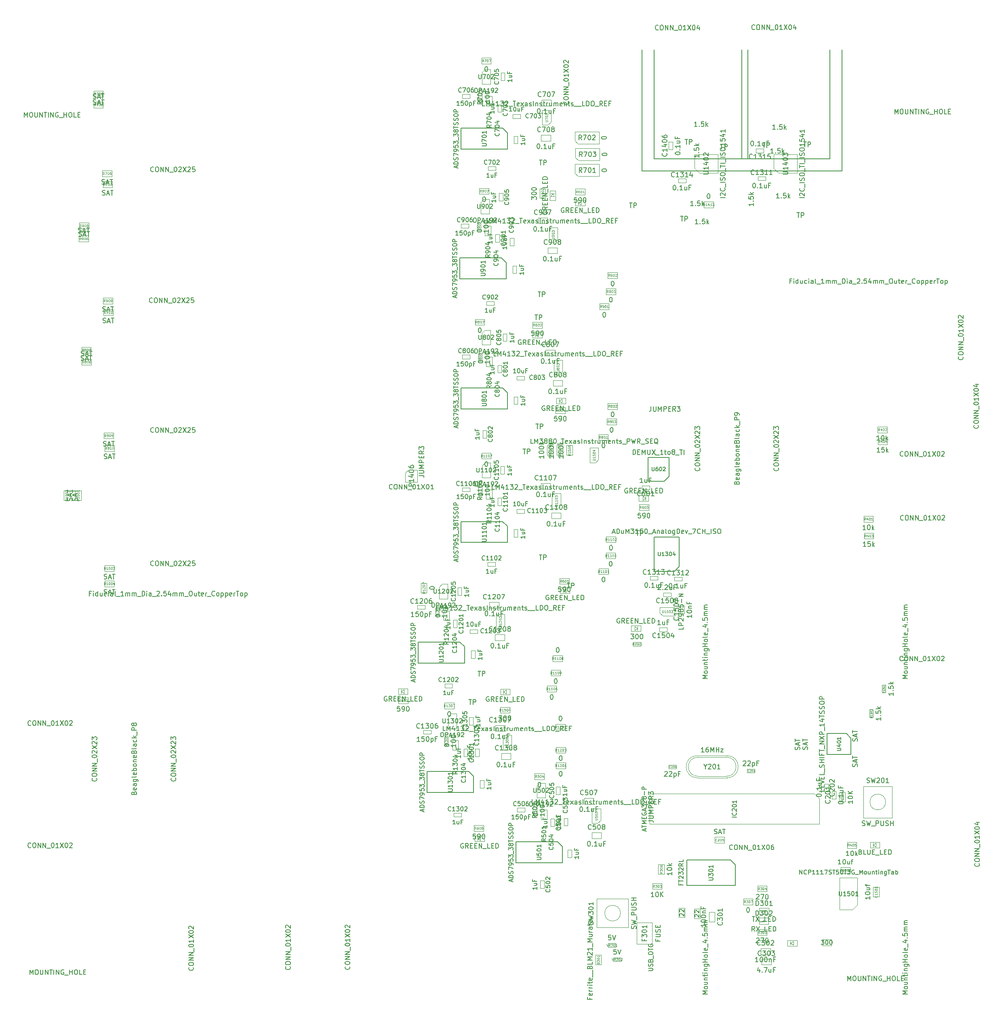
<source format=gbr>
G04 #@! TF.FileFunction,Other,Fab,Top*
%FSLAX46Y46*%
G04 Gerber Fmt 4.6, Leading zero omitted, Abs format (unit mm)*
G04 Created by KiCad (PCBNEW 4.0.4-stable) date 08/02/17 07:21:08*
%MOMM*%
%LPD*%
G01*
G04 APERTURE LIST*
%ADD10C,0.100000*%
%ADD11C,0.200000*%
%ADD12C,0.150000*%
%ADD13C,0.075000*%
G04 APERTURE END LIST*
D10*
D11*
X170815000Y-15240000D02*
X170815000Y-38100000D01*
X169545000Y-38100000D02*
X169545000Y-15240000D01*
X190500000Y-40640000D02*
X190500000Y-15240000D01*
X148590000Y-40640000D02*
X190500000Y-40640000D01*
X148590000Y-15240000D02*
X148590000Y-40640000D01*
X187960000Y-38100000D02*
X187960000Y-15240000D01*
X151130000Y-38100000D02*
X187960000Y-38100000D01*
X151130000Y-15240000D02*
X151130000Y-38100000D01*
D10*
X36007800Y-99400600D02*
X36007800Y-98160600D01*
X38007800Y-99400600D02*
X36007800Y-99400600D01*
X38007800Y-98160600D02*
X38007800Y-99400600D01*
X36007800Y-98160600D02*
X38007800Y-98160600D01*
D12*
X153269800Y-105674800D02*
X149869800Y-105674800D01*
X149869800Y-105674800D02*
X149869800Y-100674800D01*
X149869800Y-100674800D02*
X154269800Y-100674800D01*
X154269800Y-100674800D02*
X154269800Y-104674800D01*
X154269800Y-104674800D02*
X153269800Y-105674800D01*
X168168000Y-186056000D02*
X168168000Y-190356000D01*
X168168000Y-190356000D02*
X157968000Y-190356000D01*
X157968000Y-190356000D02*
X157968000Y-185056000D01*
X157968000Y-185056000D02*
X167168000Y-185056000D01*
X167168000Y-185056000D02*
X168168000Y-186056000D01*
X120420000Y-115132000D02*
X120420000Y-118532000D01*
X120420000Y-118532000D02*
X110720000Y-118532000D01*
X110720000Y-118532000D02*
X110720000Y-114132000D01*
X110720000Y-114132000D02*
X119420000Y-114132000D01*
X119420000Y-114132000D02*
X120420000Y-115132000D01*
D10*
X107954240Y-155035680D02*
X108604240Y-154385680D01*
X109754240Y-154385680D02*
X108604240Y-154385680D01*
X107954240Y-155035680D02*
X107954240Y-157485680D01*
X109754240Y-157485680D02*
X107954240Y-157485680D01*
X109754240Y-154385680D02*
X109754240Y-157485680D01*
X108869240Y-160015680D02*
X110109240Y-160015680D01*
X108869240Y-162015680D02*
X108869240Y-160015680D01*
X110109240Y-162015680D02*
X108869240Y-162015680D01*
X110109240Y-160015680D02*
X110109240Y-162015680D01*
X109197240Y-176020680D02*
X109197240Y-175220680D01*
X110797240Y-176020680D02*
X109197240Y-176020680D01*
X110797240Y-175220680D02*
X110797240Y-176020680D01*
X109197240Y-175220680D02*
X110797240Y-175220680D01*
X113661240Y-161739680D02*
X114461240Y-161739680D01*
X113661240Y-163339680D02*
X113661240Y-161739680D01*
X114461240Y-163339680D02*
X113661240Y-163339680D01*
X114461240Y-161739680D02*
X114461240Y-163339680D01*
X115477240Y-169943680D02*
X114677240Y-169943680D01*
X115477240Y-168343680D02*
X115477240Y-169943680D01*
X114677240Y-168343680D02*
X115477240Y-168343680D01*
X114677240Y-169943680D02*
X114677240Y-168343680D01*
X113191240Y-156735680D02*
X112391240Y-156735680D01*
X113191240Y-155135680D02*
X113191240Y-156735680D01*
X112391240Y-155135680D02*
X113191240Y-155135680D01*
X112391240Y-156735680D02*
X112391240Y-155135680D01*
X111248240Y-161739680D02*
X112048240Y-161739680D01*
X111248240Y-163339680D02*
X111248240Y-161739680D01*
X112048240Y-163339680D02*
X111248240Y-163339680D01*
X112048240Y-161739680D02*
X112048240Y-163339680D01*
X109074000Y-134734400D02*
X109874000Y-134734400D01*
X109074000Y-136334400D02*
X109074000Y-134734400D01*
X109874000Y-136334400D02*
X109074000Y-136334400D01*
X109874000Y-134734400D02*
X109874000Y-136334400D01*
X110763000Y-129578000D02*
X109963000Y-129578000D01*
X110763000Y-127978000D02*
X110763000Y-129578000D01*
X109963000Y-127978000D02*
X110763000Y-127978000D01*
X109963000Y-129578000D02*
X109963000Y-127978000D01*
X113612880Y-142791080D02*
X112812880Y-142791080D01*
X113612880Y-141191080D02*
X113612880Y-142791080D01*
X112812880Y-141191080D02*
X113612880Y-141191080D01*
X112812880Y-142791080D02*
X112812880Y-141191080D01*
X114134800Y-136760000D02*
X114134800Y-137560000D01*
X112534800Y-136760000D02*
X114134800Y-136760000D01*
X112534800Y-137560000D02*
X112534800Y-136760000D01*
X114134800Y-137560000D02*
X112534800Y-137560000D01*
X107251600Y-148939200D02*
X107251600Y-148139200D01*
X108851600Y-148939200D02*
X107251600Y-148939200D01*
X108851600Y-148139200D02*
X108851600Y-148939200D01*
X107251600Y-148139200D02*
X108851600Y-148139200D01*
X107004880Y-132863080D02*
X108244880Y-132863080D01*
X107004880Y-134863080D02*
X107004880Y-132863080D01*
X108244880Y-134863080D02*
X107004880Y-134863080D01*
X108244880Y-132863080D02*
X108244880Y-134863080D01*
X106089880Y-127883080D02*
X106739880Y-127233080D01*
X107889880Y-127233080D02*
X106739880Y-127233080D01*
X106089880Y-127883080D02*
X106089880Y-130333080D01*
X107889880Y-130333080D02*
X106089880Y-130333080D01*
X107889880Y-127233080D02*
X107889880Y-130333080D01*
X118345000Y-109182000D02*
X119145000Y-109182000D01*
X118345000Y-110782000D02*
X118345000Y-109182000D01*
X119145000Y-110782000D02*
X118345000Y-110782000D01*
X119145000Y-109182000D02*
X119145000Y-110782000D01*
X115081000Y-108369000D02*
X114281000Y-108369000D01*
X115081000Y-106769000D02*
X115081000Y-108369000D01*
X114281000Y-106769000D02*
X115081000Y-106769000D01*
X114281000Y-108369000D02*
X114281000Y-106769000D01*
X110960000Y-107842000D02*
X110960000Y-107042000D01*
X112560000Y-107842000D02*
X110960000Y-107842000D01*
X112560000Y-107042000D02*
X112560000Y-107842000D01*
X110960000Y-107042000D02*
X112560000Y-107042000D01*
X119780000Y-104178000D02*
X118980000Y-104178000D01*
X119780000Y-102578000D02*
X119780000Y-104178000D01*
X118980000Y-102578000D02*
X119780000Y-102578000D01*
X118980000Y-104178000D02*
X118980000Y-102578000D01*
X122574000Y-117386000D02*
X121774000Y-117386000D01*
X122574000Y-115786000D02*
X122574000Y-117386000D01*
X121774000Y-115786000D02*
X122574000Y-115786000D01*
X121774000Y-117386000D02*
X121774000Y-115786000D01*
X123939200Y-111563200D02*
X123939200Y-112363200D01*
X122339200Y-111563200D02*
X123939200Y-111563200D01*
X122339200Y-112363200D02*
X122339200Y-111563200D01*
X123939200Y-112363200D02*
X122339200Y-112363200D01*
X116294000Y-123463000D02*
X116294000Y-122663000D01*
X117894000Y-123463000D02*
X116294000Y-123463000D01*
X117894000Y-122663000D02*
X117894000Y-123463000D01*
X116294000Y-122663000D02*
X117894000Y-122663000D01*
X115966000Y-107458000D02*
X117206000Y-107458000D01*
X115966000Y-109458000D02*
X115966000Y-107458000D01*
X117206000Y-109458000D02*
X115966000Y-109458000D01*
X117206000Y-107458000D02*
X117206000Y-109458000D01*
X115051000Y-102478000D02*
X115701000Y-101828000D01*
X116851000Y-101828000D02*
X115701000Y-101828000D01*
X115051000Y-102478000D02*
X115051000Y-104928000D01*
X116851000Y-104928000D02*
X115051000Y-104928000D01*
X116851000Y-101828000D02*
X116851000Y-104928000D01*
X129444800Y-176441200D02*
X130244800Y-176441200D01*
X129444800Y-178041200D02*
X129444800Y-176441200D01*
X130244800Y-178041200D02*
X129444800Y-178041200D01*
X130244800Y-176441200D02*
X130244800Y-178041200D01*
X126587200Y-175465640D02*
X125787200Y-175465640D01*
X126587200Y-173865640D02*
X126587200Y-175465640D01*
X125787200Y-173865640D02*
X126587200Y-173865640D01*
X125787200Y-175465640D02*
X125787200Y-173865640D01*
X122466200Y-174938640D02*
X122466200Y-174138640D01*
X124066200Y-174938640D02*
X122466200Y-174938640D01*
X124066200Y-174138640D02*
X124066200Y-174938640D01*
X122466200Y-174138640D02*
X124066200Y-174138640D01*
X131387800Y-171310200D02*
X130587800Y-171310200D01*
X131387800Y-169710200D02*
X131387800Y-171310200D01*
X130587800Y-169710200D02*
X131387800Y-169710200D01*
X130587800Y-171310200D02*
X130587800Y-169710200D01*
X133851600Y-184492800D02*
X133051600Y-184492800D01*
X133851600Y-182892800D02*
X133851600Y-184492800D01*
X133051600Y-182892800D02*
X133851600Y-182892800D01*
X133051600Y-184492800D02*
X133051600Y-182892800D01*
X132264200Y-176278640D02*
X133064200Y-176278640D01*
X132264200Y-177878640D02*
X132264200Y-176278640D01*
X133064200Y-177878640D02*
X132264200Y-177878640D01*
X133064200Y-176278640D02*
X133064200Y-177878640D01*
X127285800Y-189395200D02*
X128085800Y-189395200D01*
X127285800Y-190995200D02*
X127285800Y-189395200D01*
X128085800Y-190995200D02*
X127285800Y-190995200D01*
X128085800Y-189395200D02*
X128085800Y-190995200D01*
X127472200Y-174554640D02*
X128712200Y-174554640D01*
X127472200Y-176554640D02*
X127472200Y-174554640D01*
X128712200Y-176554640D02*
X127472200Y-176554640D01*
X128712200Y-174554640D02*
X128712200Y-176554640D01*
X126557200Y-169574640D02*
X127207200Y-168924640D01*
X128357200Y-168924640D02*
X127207200Y-168924640D01*
X126557200Y-169574640D02*
X126557200Y-172024640D01*
X128357200Y-172024640D02*
X126557200Y-172024640D01*
X128357200Y-168924640D02*
X128357200Y-172024640D01*
X115051000Y-74665000D02*
X115701000Y-74015000D01*
X116851000Y-74015000D02*
X115701000Y-74015000D01*
X115051000Y-74665000D02*
X115051000Y-77115000D01*
X116851000Y-77115000D02*
X115051000Y-77115000D01*
X116851000Y-74015000D02*
X116851000Y-77115000D01*
X115966000Y-79645000D02*
X117206000Y-79645000D01*
X115966000Y-81645000D02*
X115966000Y-79645000D01*
X117206000Y-81645000D02*
X115966000Y-81645000D01*
X117206000Y-79645000D02*
X117206000Y-81645000D01*
X115220800Y-95008800D02*
X116020800Y-95008800D01*
X115220800Y-96608800D02*
X115220800Y-95008800D01*
X116020800Y-96608800D02*
X115220800Y-96608800D01*
X116020800Y-95008800D02*
X116020800Y-96608800D01*
X123939200Y-83674000D02*
X123939200Y-84474000D01*
X122339200Y-83674000D02*
X123939200Y-83674000D01*
X122339200Y-84474000D02*
X122339200Y-83674000D01*
X123939200Y-84474000D02*
X122339200Y-84474000D01*
X122574000Y-89573000D02*
X121774000Y-89573000D01*
X122574000Y-87973000D02*
X122574000Y-89573000D01*
X121774000Y-87973000D02*
X122574000Y-87973000D01*
X121774000Y-89573000D02*
X121774000Y-87973000D01*
X120288000Y-76365000D02*
X119488000Y-76365000D01*
X120288000Y-74765000D02*
X120288000Y-76365000D01*
X119488000Y-74765000D02*
X120288000Y-74765000D01*
X119488000Y-76365000D02*
X119488000Y-74765000D01*
X110960000Y-80029000D02*
X110960000Y-79229000D01*
X112560000Y-80029000D02*
X110960000Y-80029000D01*
X112560000Y-79229000D02*
X112560000Y-80029000D01*
X110960000Y-79229000D02*
X112560000Y-79229000D01*
X118345000Y-81369000D02*
X119145000Y-81369000D01*
X118345000Y-82969000D02*
X118345000Y-81369000D01*
X119145000Y-82969000D02*
X118345000Y-82969000D01*
X119145000Y-81369000D02*
X119145000Y-82969000D01*
X117913200Y-53962400D02*
X118713200Y-53962400D01*
X117913200Y-55562400D02*
X117913200Y-53962400D01*
X118713200Y-55562400D02*
X117913200Y-55562400D01*
X118713200Y-53962400D02*
X118713200Y-55562400D01*
X110706000Y-52597000D02*
X110706000Y-51797000D01*
X112306000Y-52597000D02*
X110706000Y-52597000D01*
X112306000Y-51797000D02*
X112306000Y-52597000D01*
X110706000Y-51797000D02*
X112306000Y-51797000D01*
X118649800Y-45377200D02*
X119449800Y-45377200D01*
X118649800Y-46977200D02*
X118649800Y-45377200D01*
X119449800Y-46977200D02*
X118649800Y-46977200D01*
X119449800Y-45377200D02*
X119449800Y-46977200D01*
X122320000Y-62141000D02*
X121520000Y-62141000D01*
X122320000Y-60541000D02*
X122320000Y-62141000D01*
X121520000Y-60541000D02*
X122320000Y-60541000D01*
X121520000Y-62141000D02*
X121520000Y-60541000D01*
X120961200Y-54724400D02*
X121761200Y-54724400D01*
X120961200Y-56324400D02*
X120961200Y-54724400D01*
X121761200Y-56324400D02*
X120961200Y-56324400D01*
X121761200Y-54724400D02*
X121761200Y-56324400D01*
X116014600Y-68802200D02*
X116014600Y-68002200D01*
X117614600Y-68802200D02*
X116014600Y-68802200D01*
X117614600Y-68002200D02*
X117614600Y-68802200D01*
X116014600Y-68002200D02*
X117614600Y-68002200D01*
X115712000Y-52213000D02*
X116952000Y-52213000D01*
X115712000Y-54213000D02*
X115712000Y-52213000D01*
X116952000Y-54213000D02*
X115712000Y-54213000D01*
X116952000Y-52213000D02*
X116952000Y-54213000D01*
X114797000Y-47233000D02*
X115447000Y-46583000D01*
X116597000Y-46583000D02*
X115447000Y-46583000D01*
X114797000Y-47233000D02*
X114797000Y-49683000D01*
X116597000Y-49683000D02*
X114797000Y-49683000D01*
X116597000Y-46583000D02*
X116597000Y-49683000D01*
X193747000Y-194425600D02*
X192697000Y-195475600D01*
X193747000Y-194425600D02*
X193747000Y-188775600D01*
X192697000Y-195475600D02*
X190047000Y-195475600D01*
X193747000Y-188775600D02*
X190047000Y-188775600D01*
X190047000Y-195475600D02*
X190047000Y-188775600D01*
X115051000Y-20055000D02*
X115701000Y-19405000D01*
X116851000Y-19405000D02*
X115701000Y-19405000D01*
X115051000Y-20055000D02*
X115051000Y-22505000D01*
X116851000Y-22505000D02*
X115051000Y-22505000D01*
X116851000Y-19405000D02*
X116851000Y-22505000D01*
X179721560Y-202053240D02*
X179721560Y-202853240D01*
X179721560Y-202453240D02*
X180321560Y-202053240D01*
X180321560Y-202853240D02*
X179721560Y-202453240D01*
X180321560Y-202053240D02*
X180321560Y-202853240D01*
X181121560Y-203053240D02*
X179121560Y-203053240D01*
X181121560Y-201853240D02*
X181121560Y-203053240D01*
X179121560Y-201853240D02*
X181121560Y-201853240D01*
X179121560Y-203053240D02*
X179121560Y-201853240D01*
X185775600Y-172170600D02*
X185775600Y-177520600D01*
X185775600Y-177520600D02*
X150215600Y-177520600D01*
X150215600Y-177520600D02*
X150215600Y-171170600D01*
X150215600Y-171170600D02*
X184775600Y-171170600D01*
X184775600Y-171170600D02*
X185775600Y-172170600D01*
X156352000Y-195088000D02*
X157592000Y-195088000D01*
X156352000Y-197088000D02*
X156352000Y-195088000D01*
X157592000Y-197088000D02*
X156352000Y-197088000D01*
X157592000Y-195088000D02*
X157592000Y-197088000D01*
X159552400Y-195291200D02*
X160792400Y-195291200D01*
X159552400Y-197291200D02*
X159552400Y-195291200D01*
X160792400Y-197291200D02*
X159552400Y-197291200D01*
X160792400Y-195291200D02*
X160792400Y-197291200D01*
X188335160Y-201731640D02*
X188335160Y-202971640D01*
X186335160Y-201731640D02*
X188335160Y-201731640D01*
X186335160Y-202971640D02*
X186335160Y-201731640D01*
X188335160Y-202971640D02*
X186335160Y-202971640D01*
X115966000Y-25035000D02*
X117206000Y-25035000D01*
X115966000Y-27035000D02*
X115966000Y-25035000D01*
X117206000Y-27035000D02*
X115966000Y-27035000D01*
X117206000Y-25035000D02*
X117206000Y-27035000D01*
X116344800Y-40532000D02*
X116344800Y-39732000D01*
X117944800Y-40532000D02*
X116344800Y-40532000D01*
X117944800Y-39732000D02*
X117944800Y-40532000D01*
X116344800Y-39732000D02*
X117944800Y-39732000D01*
X123126400Y-28860800D02*
X123126400Y-29660800D01*
X121526400Y-28860800D02*
X123126400Y-28860800D01*
X121526400Y-29660800D02*
X121526400Y-28860800D01*
X123126400Y-29660800D02*
X121526400Y-29660800D01*
X122574000Y-34963000D02*
X121774000Y-34963000D01*
X122574000Y-33363000D02*
X122574000Y-34963000D01*
X121774000Y-33363000D02*
X122574000Y-33363000D01*
X121774000Y-34963000D02*
X121774000Y-33363000D01*
X119830800Y-21729600D02*
X119030800Y-21729600D01*
X119830800Y-20129600D02*
X119830800Y-21729600D01*
X119030800Y-20129600D02*
X119830800Y-20129600D01*
X119030800Y-21729600D02*
X119030800Y-20129600D01*
X110960000Y-25419000D02*
X110960000Y-24619000D01*
X112560000Y-25419000D02*
X110960000Y-25419000D01*
X112560000Y-24619000D02*
X112560000Y-25419000D01*
X110960000Y-24619000D02*
X112560000Y-24619000D01*
X115081000Y-25946000D02*
X114281000Y-25946000D01*
X115081000Y-24346000D02*
X115081000Y-25946000D01*
X114281000Y-24346000D02*
X115081000Y-24346000D01*
X114281000Y-25946000D02*
X114281000Y-24346000D01*
X118345000Y-26759000D02*
X119145000Y-26759000D01*
X118345000Y-28359000D02*
X118345000Y-26759000D01*
X119145000Y-28359000D02*
X118345000Y-28359000D01*
X119145000Y-26759000D02*
X119145000Y-28359000D01*
X141450000Y-90594000D02*
X141450000Y-89354000D01*
X143450000Y-90594000D02*
X141450000Y-90594000D01*
X143450000Y-89354000D02*
X143450000Y-90594000D01*
X141450000Y-89354000D02*
X143450000Y-89354000D01*
X141450000Y-63194000D02*
X141450000Y-61954000D01*
X143450000Y-63194000D02*
X141450000Y-63194000D01*
X143450000Y-61954000D02*
X143450000Y-63194000D01*
X141450000Y-61954000D02*
X143450000Y-61954000D01*
X141102840Y-118526800D02*
X141102840Y-117286800D01*
X143102840Y-118526800D02*
X141102840Y-118526800D01*
X143102840Y-117286800D02*
X143102840Y-118526800D01*
X141102840Y-117286800D02*
X143102840Y-117286800D01*
X159612160Y-40096480D02*
X159612160Y-37196480D01*
X159612160Y-37196480D02*
X164512160Y-37196480D01*
X164512160Y-37196480D02*
X164512160Y-41096480D01*
X164512160Y-41096480D02*
X160612160Y-41096480D01*
X160612160Y-41096480D02*
X159612160Y-40096480D01*
X163560000Y-47132000D02*
X163560000Y-48372000D01*
X161560000Y-47132000D02*
X163560000Y-47132000D01*
X161560000Y-48372000D02*
X161560000Y-47132000D01*
X163560000Y-48372000D02*
X161560000Y-48372000D01*
D12*
X192415800Y-159531200D02*
X192415800Y-162931200D01*
X192415800Y-162931200D02*
X187415800Y-162931200D01*
X187415800Y-162931200D02*
X187415800Y-158531200D01*
X187415800Y-158531200D02*
X191415800Y-158531200D01*
X191415800Y-158531200D02*
X192415800Y-159531200D01*
D10*
X150177400Y-106635600D02*
X150177400Y-107435600D01*
X148577400Y-106635600D02*
X150177400Y-106635600D01*
X148577400Y-107435600D02*
X148577400Y-106635600D01*
X150177400Y-107435600D02*
X148577400Y-107435600D01*
X101562000Y-132480000D02*
X101562000Y-131680000D01*
X103162000Y-132480000D02*
X101562000Y-132480000D01*
X103162000Y-131680000D02*
X103162000Y-132480000D01*
X101562000Y-131680000D02*
X103162000Y-131680000D01*
X102806600Y-158642000D02*
X102806600Y-157842000D01*
X104406600Y-158642000D02*
X102806600Y-158642000D01*
X104406600Y-157842000D02*
X104406600Y-158642000D01*
X102806600Y-157842000D02*
X104406600Y-157842000D01*
X197034200Y-181489400D02*
X197034200Y-182289400D01*
X197034200Y-181889400D02*
X197634200Y-181489400D01*
X197634200Y-182289400D02*
X197034200Y-181889400D01*
X197634200Y-181489400D02*
X197634200Y-182289400D01*
X198434200Y-182489400D02*
X196434200Y-182489400D01*
X198434200Y-181289400D02*
X198434200Y-182489400D01*
X196434200Y-181289400D02*
X198434200Y-181289400D01*
X196434200Y-182489400D02*
X196434200Y-181289400D01*
X149371000Y-109670800D02*
X149371000Y-108870800D01*
X149371000Y-109270800D02*
X148771000Y-109670800D01*
X148771000Y-108870800D02*
X149371000Y-109270800D01*
X148771000Y-109670800D02*
X148771000Y-108870800D01*
X147971000Y-108670800D02*
X149971000Y-108670800D01*
X147971000Y-109870800D02*
X147971000Y-108670800D01*
X149971000Y-109870800D02*
X147971000Y-109870800D01*
X149971000Y-108670800D02*
X149971000Y-109870800D01*
X148021800Y-111795800D02*
X148021800Y-110555800D01*
X150021800Y-111795800D02*
X148021800Y-111795800D01*
X150021800Y-110555800D02*
X150021800Y-111795800D01*
X148021800Y-110555800D02*
X150021800Y-110555800D01*
X191582800Y-182560200D02*
X191582800Y-181320200D01*
X193582800Y-182560200D02*
X191582800Y-182560200D01*
X193582800Y-181320200D02*
X193582800Y-182560200D01*
X191582800Y-181320200D02*
X193582800Y-181320200D01*
X174393200Y-195732400D02*
X174593200Y-195732400D01*
X174093200Y-195732400D02*
X173893200Y-195732400D01*
X174093200Y-195532400D02*
X174093200Y-195932400D01*
X174393200Y-195932400D02*
X174393200Y-195532400D01*
X174093200Y-195732400D02*
X174393200Y-195932400D01*
X174393200Y-195532400D02*
X174093200Y-195732400D01*
X173193200Y-196382400D02*
X173193200Y-195082400D01*
X175193200Y-196382400D02*
X173193200Y-196382400D01*
X175193200Y-195082400D02*
X175193200Y-196382400D01*
X173193200Y-195082400D02*
X175193200Y-195082400D01*
X174342400Y-197815200D02*
X174542400Y-197815200D01*
X174042400Y-197815200D02*
X173842400Y-197815200D01*
X174042400Y-197615200D02*
X174042400Y-198015200D01*
X174342400Y-198015200D02*
X174342400Y-197615200D01*
X174042400Y-197815200D02*
X174342400Y-198015200D01*
X174342400Y-197615200D02*
X174042400Y-197815200D01*
X173142400Y-198465200D02*
X173142400Y-197165200D01*
X175142400Y-198465200D02*
X173142400Y-198465200D01*
X175142400Y-197165200D02*
X175142400Y-198465200D01*
X173142400Y-197165200D02*
X175142400Y-197165200D01*
X150790400Y-191170800D02*
X150790400Y-189930800D01*
X152790400Y-191170800D02*
X150790400Y-191170800D01*
X152790400Y-189930800D02*
X152790400Y-191170800D01*
X150790400Y-189930800D02*
X152790400Y-189930800D01*
X172812200Y-191678800D02*
X172812200Y-190438800D01*
X174812200Y-191678800D02*
X172812200Y-191678800D01*
X174812200Y-190438800D02*
X174812200Y-191678800D01*
X172812200Y-190438800D02*
X174812200Y-190438800D01*
X172812200Y-200822800D02*
X172812200Y-199582800D01*
X174812200Y-200822800D02*
X172812200Y-200822800D01*
X174812200Y-199582800D02*
X174812200Y-200822800D01*
X172812200Y-199582800D02*
X174812200Y-199582800D01*
X153274000Y-187994800D02*
X152034000Y-187994800D01*
X153274000Y-185994800D02*
X153274000Y-187994800D01*
X152034000Y-185994800D02*
X153274000Y-185994800D01*
X152034000Y-187994800D02*
X152034000Y-185994800D01*
X169840400Y-194422000D02*
X169840400Y-193182000D01*
X171840400Y-194422000D02*
X169840400Y-194422000D01*
X171840400Y-193182000D02*
X171840400Y-194422000D01*
X169840400Y-193182000D02*
X171840400Y-193182000D01*
X138851400Y-204943200D02*
X140091400Y-204943200D01*
X138851400Y-206943200D02*
X138851400Y-204943200D01*
X140091400Y-206943200D02*
X138851400Y-206943200D01*
X140091400Y-204943200D02*
X140091400Y-206943200D01*
X162651200Y-195951600D02*
X163891200Y-195951600D01*
X162651200Y-197951600D02*
X162651200Y-195951600D01*
X163891200Y-197951600D02*
X162651200Y-197951600D01*
X163891200Y-195951600D02*
X163891200Y-197951600D01*
X173498000Y-204810600D02*
X173498000Y-203570600D01*
X175498000Y-204810600D02*
X173498000Y-204810600D01*
X175498000Y-203570600D02*
X175498000Y-204810600D01*
X173498000Y-203570600D02*
X175498000Y-203570600D01*
X173675800Y-206995000D02*
X173675800Y-205755000D01*
X175675800Y-206995000D02*
X173675800Y-206995000D01*
X175675800Y-205755000D02*
X175675800Y-206995000D01*
X173675800Y-205755000D02*
X175675800Y-205755000D01*
X150748800Y-202630600D02*
X147548800Y-202630600D01*
X150748800Y-198130600D02*
X150748800Y-202630600D01*
X147548800Y-198130600D02*
X150748800Y-198130600D01*
X147548800Y-202630600D02*
X147548800Y-198130600D01*
X143065400Y-202495200D02*
X143065400Y-203295200D01*
X141465400Y-202495200D02*
X143065400Y-202495200D01*
X141465400Y-203295200D02*
X141465400Y-202495200D01*
X143065400Y-203295200D02*
X141465400Y-203295200D01*
X144183000Y-205492400D02*
X144183000Y-206292400D01*
X142583000Y-205492400D02*
X144183000Y-205492400D01*
X142583000Y-206292400D02*
X142583000Y-205492400D01*
X144183000Y-206292400D02*
X142583000Y-206292400D01*
X144093200Y-196189600D02*
G75*
G03X144093200Y-196189600I-1650000J0D01*
G01*
X139143200Y-199189600D02*
X139143200Y-193189600D01*
X139143200Y-193189600D02*
X145743200Y-193189600D01*
X145743200Y-193189600D02*
X145743200Y-199189600D01*
X145743200Y-199189600D02*
X139143200Y-199189600D01*
D12*
X120420000Y-32709000D02*
X120420000Y-36109000D01*
X120420000Y-36109000D02*
X110720000Y-36109000D01*
X110720000Y-36109000D02*
X110720000Y-31709000D01*
X110720000Y-31709000D02*
X119420000Y-31709000D01*
X119420000Y-31709000D02*
X120420000Y-32709000D01*
D10*
X139512800Y-97104440D02*
X139512800Y-95864440D01*
X141512800Y-97104440D02*
X139512800Y-97104440D01*
X141512800Y-95864440D02*
X141512800Y-97104440D01*
X139512800Y-95864440D02*
X141512800Y-95864440D01*
X141240000Y-93838000D02*
X141240000Y-92598000D01*
X143240000Y-93838000D02*
X141240000Y-93838000D01*
X143240000Y-92598000D02*
X143240000Y-93838000D01*
X141240000Y-92598000D02*
X143240000Y-92598000D01*
X115081000Y-80556000D02*
X114281000Y-80556000D01*
X115081000Y-78956000D02*
X115081000Y-80556000D01*
X114281000Y-78956000D02*
X115081000Y-78956000D01*
X114281000Y-80556000D02*
X114281000Y-78956000D01*
X139695680Y-69718160D02*
X139695680Y-68478160D01*
X141695680Y-69718160D02*
X139695680Y-69718160D01*
X141695680Y-68478160D02*
X141695680Y-69718160D01*
X139695680Y-68478160D02*
X141695680Y-68478160D01*
X141097760Y-66568560D02*
X141097760Y-65328560D01*
X143097760Y-66568560D02*
X141097760Y-66568560D01*
X143097760Y-65328560D02*
X143097760Y-66568560D01*
X141097760Y-65328560D02*
X143097760Y-65328560D01*
X114827000Y-53124000D02*
X114027000Y-53124000D01*
X114827000Y-51524000D02*
X114827000Y-53124000D01*
X114027000Y-51524000D02*
X114827000Y-51524000D01*
X114027000Y-53124000D02*
X114027000Y-51524000D01*
X139553440Y-125207000D02*
X139553440Y-123967000D01*
X141553440Y-125207000D02*
X139553440Y-125207000D01*
X141553440Y-123967000D02*
X141553440Y-125207000D01*
X139553440Y-123967000D02*
X141553440Y-123967000D01*
X141036800Y-121894840D02*
X141036800Y-120654840D01*
X143036800Y-121894840D02*
X141036800Y-121894840D01*
X143036800Y-120654840D02*
X143036800Y-121894840D01*
X141036800Y-120654840D02*
X143036800Y-120654840D01*
X106119880Y-133774080D02*
X105319880Y-133774080D01*
X106119880Y-132174080D02*
X106119880Y-133774080D01*
X105319880Y-132174080D02*
X106119880Y-132174080D01*
X105319880Y-133774080D02*
X105319880Y-132174080D01*
X107984240Y-160926680D02*
X107184240Y-160926680D01*
X107984240Y-159326680D02*
X107984240Y-160926680D01*
X107184240Y-159326680D02*
X107984240Y-159326680D01*
X107184240Y-160926680D02*
X107184240Y-159326680D01*
D12*
X120420000Y-87141200D02*
X120420000Y-90541200D01*
X120420000Y-90541200D02*
X110720000Y-90541200D01*
X110720000Y-90541200D02*
X110720000Y-86141200D01*
X110720000Y-86141200D02*
X119420000Y-86141200D01*
X119420000Y-86141200D02*
X120420000Y-87141200D01*
X120166000Y-59887000D02*
X120166000Y-63287000D01*
X120166000Y-63287000D02*
X110466000Y-63287000D01*
X110466000Y-63287000D02*
X110466000Y-58887000D01*
X110466000Y-58887000D02*
X119166000Y-58887000D01*
X119166000Y-58887000D02*
X120166000Y-59887000D01*
X111438560Y-140364360D02*
X111438560Y-143764360D01*
X111438560Y-143764360D02*
X101738560Y-143764360D01*
X101738560Y-143764360D02*
X101738560Y-139364360D01*
X101738560Y-139364360D02*
X110438560Y-139364360D01*
X110438560Y-139364360D02*
X111438560Y-140364360D01*
X113308000Y-167516960D02*
X113308000Y-170916960D01*
X113308000Y-170916960D02*
X103608000Y-170916960D01*
X103608000Y-170916960D02*
X103608000Y-166516960D01*
X103608000Y-166516960D02*
X112308000Y-166516960D01*
X112308000Y-166516960D02*
X113308000Y-167516960D01*
D10*
X176239000Y-40142200D02*
X176239000Y-37242200D01*
X176239000Y-37242200D02*
X181139000Y-37242200D01*
X181139000Y-37242200D02*
X181139000Y-41142200D01*
X181139000Y-41142200D02*
X177239000Y-41142200D01*
X177239000Y-41142200D02*
X176239000Y-40142200D01*
X166445400Y-167831400D02*
X160195400Y-167831400D01*
X166445400Y-163181400D02*
X160195400Y-163181400D01*
X166320400Y-167506400D02*
X160320400Y-167506400D01*
X166320400Y-163506400D02*
X160320400Y-163506400D01*
X166445400Y-163181400D02*
G75*
G02X166445400Y-167831400I0J-2325000D01*
G01*
X160195400Y-163181400D02*
G75*
G03X160195400Y-167831400I0J-2325000D01*
G01*
X166320400Y-163506400D02*
G75*
G02X166320400Y-167506400I0J-2000000D01*
G01*
X160320400Y-163506400D02*
G75*
G03X160320400Y-167506400I0J-2000000D01*
G01*
X114976400Y-18247600D02*
X114976400Y-17007600D01*
X116976400Y-18247600D02*
X114976400Y-18247600D01*
X116976400Y-17007600D02*
X116976400Y-18247600D01*
X114976400Y-17007600D02*
X116976400Y-17007600D01*
X113604800Y-72959200D02*
X113604800Y-71719200D01*
X115604800Y-72959200D02*
X113604800Y-72959200D01*
X115604800Y-71719200D02*
X115604800Y-72959200D01*
X113604800Y-71719200D02*
X115604800Y-71719200D01*
X114519200Y-45527200D02*
X114519200Y-44287200D01*
X116519200Y-45527200D02*
X114519200Y-45527200D01*
X116519200Y-44287200D02*
X116519200Y-45527200D01*
X114519200Y-44287200D02*
X116519200Y-44287200D01*
X114976400Y-101000800D02*
X114976400Y-99760800D01*
X116976400Y-101000800D02*
X114976400Y-101000800D01*
X116976400Y-99760800D02*
X116976400Y-101000800D01*
X114976400Y-99760800D02*
X116976400Y-99760800D01*
X103515400Y-129041400D02*
X102275400Y-129041400D01*
X103515400Y-127041400D02*
X103515400Y-129041400D01*
X102275400Y-127041400D02*
X103515400Y-127041400D01*
X102275400Y-129041400D02*
X102275400Y-127041400D01*
X107204000Y-153375600D02*
X107204000Y-152135600D01*
X109204000Y-153375600D02*
X107204000Y-153375600D01*
X109204000Y-152135600D02*
X109204000Y-153375600D01*
X107204000Y-152135600D02*
X109204000Y-152135600D01*
X126101600Y-168158400D02*
X126101600Y-166918400D01*
X128101600Y-168158400D02*
X126101600Y-168158400D01*
X128101600Y-166918400D02*
X128101600Y-168158400D01*
X126101600Y-166918400D02*
X128101600Y-166918400D01*
D12*
X131926200Y-182228640D02*
X131926200Y-185628640D01*
X131926200Y-185628640D02*
X122226200Y-185628640D01*
X122226200Y-185628640D02*
X122226200Y-181228640D01*
X122226200Y-181228640D02*
X130926200Y-181228640D01*
X130926200Y-181228640D02*
X131926200Y-182228640D01*
D10*
X172250000Y-165970000D02*
X172250000Y-166770000D01*
X170650000Y-165970000D02*
X172250000Y-165970000D01*
X170650000Y-166770000D02*
X170650000Y-165970000D01*
X172250000Y-166770000D02*
X170650000Y-166770000D01*
X154190800Y-165906400D02*
X154190800Y-165106400D01*
X155790800Y-165906400D02*
X154190800Y-165906400D01*
X155790800Y-165106400D02*
X155790800Y-165906400D01*
X154190800Y-165106400D02*
X155790800Y-165106400D01*
X153885800Y-136379000D02*
X153885800Y-137179000D01*
X152285800Y-136379000D02*
X153885800Y-136379000D01*
X152285800Y-137179000D02*
X152285800Y-136379000D01*
X153885800Y-137179000D02*
X152285800Y-137179000D01*
X157473600Y-133388000D02*
X156673600Y-133388000D01*
X157473600Y-131788000D02*
X157473600Y-133388000D01*
X156673600Y-131788000D02*
X157473600Y-131788000D01*
X156673600Y-133388000D02*
X156673600Y-131788000D01*
X154673200Y-129063800D02*
X154673200Y-129863800D01*
X153073200Y-129063800D02*
X154673200Y-129063800D01*
X153073200Y-129863800D02*
X153073200Y-129063800D01*
X154673200Y-129863800D02*
X153073200Y-129863800D01*
X153024000Y-133919800D02*
X152374000Y-133269800D01*
X152374000Y-132119800D02*
X152374000Y-133269800D01*
X153024000Y-133919800D02*
X155474000Y-133919800D01*
X155474000Y-132119800D02*
X155474000Y-133919800D01*
X152374000Y-132119800D02*
X155474000Y-132119800D01*
X136464800Y-173314600D02*
X136464800Y-172074600D01*
X138464800Y-173314600D02*
X136464800Y-173314600D01*
X138464800Y-172074600D02*
X138464800Y-173314600D01*
X136464800Y-172074600D02*
X138464800Y-172074600D01*
X127574800Y-27036000D02*
X127574800Y-25796000D01*
X129574800Y-27036000D02*
X127574800Y-27036000D01*
X129574800Y-25796000D02*
X129574800Y-27036000D01*
X127574800Y-25796000D02*
X129574800Y-25796000D01*
X128387600Y-79410800D02*
X128387600Y-78170800D01*
X130387600Y-79410800D02*
X128387600Y-79410800D01*
X130387600Y-78170800D02*
X130387600Y-79410800D01*
X128387600Y-78170800D02*
X130387600Y-78170800D01*
X126812800Y-51724800D02*
X126812800Y-50484800D01*
X128812800Y-51724800D02*
X126812800Y-51724800D01*
X128812800Y-50484800D02*
X128812800Y-51724800D01*
X126812800Y-50484800D02*
X128812800Y-50484800D01*
X127422400Y-107350800D02*
X127422400Y-106110800D01*
X129422400Y-107350800D02*
X127422400Y-107350800D01*
X129422400Y-106110800D02*
X129422400Y-107350800D01*
X127422400Y-106110800D02*
X129422400Y-106110800D01*
X116602000Y-132293600D02*
X116602000Y-131053600D01*
X118602000Y-132293600D02*
X116602000Y-132293600D01*
X118602000Y-131053600D02*
X118602000Y-132293600D01*
X116602000Y-131053600D02*
X118602000Y-131053600D01*
X117872000Y-158049200D02*
X117872000Y-156809200D01*
X119872000Y-158049200D02*
X117872000Y-158049200D01*
X119872000Y-156809200D02*
X119872000Y-158049200D01*
X117872000Y-156809200D02*
X119872000Y-156809200D01*
X132780800Y-98212400D02*
X134020800Y-98212400D01*
X132780800Y-100212400D02*
X132780800Y-98212400D01*
X134020800Y-100212400D02*
X132780800Y-100212400D01*
X134020800Y-98212400D02*
X134020800Y-100212400D01*
X128716800Y-98212400D02*
X129956800Y-98212400D01*
X128716800Y-100212400D02*
X128716800Y-98212400D01*
X129956800Y-100212400D02*
X128716800Y-100212400D01*
X129956800Y-98212400D02*
X129956800Y-100212400D01*
X130748800Y-98212400D02*
X131988800Y-98212400D01*
X130748800Y-100212400D02*
X130748800Y-98212400D01*
X131988800Y-100212400D02*
X130748800Y-100212400D01*
X131988800Y-98212400D02*
X131988800Y-100212400D01*
X129525600Y-30414800D02*
X128875600Y-31064800D01*
X127725600Y-31064800D02*
X128875600Y-31064800D01*
X129525600Y-30414800D02*
X129525600Y-27964800D01*
X127725600Y-27964800D02*
X129525600Y-27964800D01*
X127725600Y-31064800D02*
X127725600Y-27964800D01*
X131913200Y-82789600D02*
X131263200Y-83439600D01*
X130113200Y-83439600D02*
X131263200Y-83439600D01*
X131913200Y-82789600D02*
X131913200Y-80339600D01*
X130113200Y-80339600D02*
X131913200Y-80339600D01*
X130113200Y-83439600D02*
X130113200Y-80339600D01*
X130897200Y-54951200D02*
X130247200Y-55601200D01*
X129097200Y-55601200D02*
X130247200Y-55601200D01*
X130897200Y-54951200D02*
X130897200Y-52501200D01*
X129097200Y-52501200D02*
X130897200Y-52501200D01*
X129097200Y-55601200D02*
X129097200Y-52501200D01*
X131557600Y-110729600D02*
X130907600Y-111379600D01*
X129757600Y-111379600D02*
X130907600Y-111379600D01*
X131557600Y-110729600D02*
X131557600Y-108279600D01*
X129757600Y-108279600D02*
X131557600Y-108279600D01*
X129757600Y-111379600D02*
X129757600Y-108279600D01*
X128844800Y-57973200D02*
X128844800Y-56733200D01*
X130844800Y-57973200D02*
X128844800Y-57973200D01*
X130844800Y-56733200D02*
X130844800Y-57973200D01*
X128844800Y-56733200D02*
X130844800Y-56733200D01*
X139482400Y-101128400D02*
X138832400Y-101778400D01*
X137682400Y-101778400D02*
X138832400Y-101778400D01*
X139482400Y-101128400D02*
X139482400Y-98678400D01*
X137682400Y-98678400D02*
X139482400Y-98678400D01*
X137682400Y-101778400D02*
X137682400Y-98678400D01*
X127473200Y-34402000D02*
X127473200Y-33162000D01*
X129473200Y-34402000D02*
X127473200Y-34402000D01*
X129473200Y-33162000D02*
X129473200Y-34402000D01*
X127473200Y-33162000D02*
X129473200Y-33162000D01*
X129962400Y-85760800D02*
X129962400Y-84520800D01*
X131962400Y-85760800D02*
X129962400Y-85760800D01*
X131962400Y-84520800D02*
X131962400Y-85760800D01*
X129962400Y-84520800D02*
X131962400Y-84520800D01*
X129632200Y-113523000D02*
X129632200Y-112283000D01*
X131632200Y-113523000D02*
X129632200Y-113523000D01*
X131632200Y-112283000D02*
X131632200Y-113523000D01*
X129632200Y-112283000D02*
X131632200Y-112283000D01*
X117821200Y-139050000D02*
X117821200Y-137810000D01*
X119821200Y-139050000D02*
X117821200Y-139050000D01*
X119821200Y-137810000D02*
X119821200Y-139050000D01*
X117821200Y-137810000D02*
X119821200Y-137810000D01*
X119116600Y-163942000D02*
X119116600Y-162702000D01*
X121116600Y-163942000D02*
X119116600Y-163942000D01*
X121116600Y-162702000D02*
X121116600Y-163942000D01*
X119116600Y-162702000D02*
X121116600Y-162702000D01*
X138090400Y-180553600D02*
X138090400Y-179313600D01*
X140090400Y-180553600D02*
X138090400Y-180553600D01*
X140090400Y-179313600D02*
X140090400Y-180553600D01*
X138090400Y-179313600D02*
X140090400Y-179313600D01*
X139939600Y-176718800D02*
X139289600Y-177368800D01*
X138139600Y-177368800D02*
X139289600Y-177368800D01*
X139939600Y-176718800D02*
X139939600Y-174268800D01*
X138139600Y-174268800D02*
X139939600Y-174268800D01*
X138139600Y-177368800D02*
X138139600Y-174268800D01*
X119822800Y-136028000D02*
X119172800Y-136678000D01*
X118022800Y-136678000D02*
X119172800Y-136678000D01*
X119822800Y-136028000D02*
X119822800Y-133578000D01*
X118022800Y-133578000D02*
X119822800Y-133578000D01*
X118022800Y-136678000D02*
X118022800Y-133578000D01*
X121245200Y-161326400D02*
X120595200Y-161976400D01*
X119445200Y-161976400D02*
X120595200Y-161976400D01*
X121245200Y-161326400D02*
X121245200Y-158876400D01*
X119445200Y-158876400D02*
X121245200Y-158876400D01*
X119445200Y-161976400D02*
X119445200Y-158876400D01*
D12*
X155421600Y-124554800D02*
X151121600Y-124554800D01*
X151121600Y-124554800D02*
X151121600Y-117354800D01*
X151121600Y-117354800D02*
X156421600Y-117354800D01*
X156421600Y-117354800D02*
X156421600Y-123554800D01*
X156421600Y-123554800D02*
X155421600Y-124554800D01*
D10*
X99669600Y-103301800D02*
X101574600Y-103301800D01*
X101574600Y-103301800D02*
X101574600Y-105841800D01*
X101574600Y-105841800D02*
X99034600Y-105841800D01*
X99034600Y-105841800D02*
X99034600Y-103936800D01*
X99034600Y-103936800D02*
X99669600Y-103301800D01*
X35696400Y-26202400D02*
X35696400Y-27442400D01*
X33696400Y-26202400D02*
X35696400Y-26202400D01*
X33696400Y-27442400D02*
X33696400Y-26202400D01*
X35696400Y-27442400D02*
X33696400Y-27442400D01*
X33696400Y-25181800D02*
X33696400Y-23941800D01*
X35696400Y-25181800D02*
X33696400Y-25181800D01*
X35696400Y-23941800D02*
X35696400Y-25181800D01*
X33696400Y-23941800D02*
X35696400Y-23941800D01*
X35525200Y-41869600D02*
X35525200Y-40629600D01*
X37525200Y-41869600D02*
X35525200Y-41869600D01*
X37525200Y-40629600D02*
X37525200Y-41869600D01*
X35525200Y-40629600D02*
X37525200Y-40629600D01*
X35626800Y-44155600D02*
X35626800Y-42915600D01*
X37626800Y-44155600D02*
X35626800Y-44155600D01*
X37626800Y-42915600D02*
X37626800Y-44155600D01*
X35626800Y-42915600D02*
X37626800Y-42915600D01*
X33207200Y-80101200D02*
X33207200Y-81341200D01*
X31207200Y-80101200D02*
X33207200Y-80101200D01*
X31207200Y-81341200D02*
X31207200Y-80101200D01*
X33207200Y-81341200D02*
X31207200Y-81341200D01*
X31156400Y-78801200D02*
X31156400Y-77561200D01*
X33156400Y-78801200D02*
X31156400Y-78801200D01*
X33156400Y-77561200D02*
X33156400Y-78801200D01*
X31156400Y-77561200D02*
X33156400Y-77561200D01*
X35855400Y-96759000D02*
X35855400Y-95519000D01*
X37855400Y-96759000D02*
X35855400Y-96759000D01*
X37855400Y-95519000D02*
X37855400Y-96759000D01*
X35855400Y-95519000D02*
X37855400Y-95519000D01*
X32623000Y-54269400D02*
X32623000Y-55509400D01*
X30623000Y-54269400D02*
X32623000Y-54269400D01*
X30623000Y-55509400D02*
X30623000Y-54269400D01*
X32623000Y-55509400D02*
X30623000Y-55509400D01*
X30699200Y-52791600D02*
X30699200Y-51551600D01*
X32699200Y-52791600D02*
X30699200Y-52791600D01*
X32699200Y-51551600D02*
X32699200Y-52791600D01*
X30699200Y-51551600D02*
X32699200Y-51551600D01*
X35677600Y-68514200D02*
X35677600Y-67274200D01*
X37677600Y-68514200D02*
X35677600Y-68514200D01*
X37677600Y-67274200D02*
X37677600Y-68514200D01*
X35677600Y-67274200D02*
X37677600Y-67274200D01*
X35753800Y-70927200D02*
X35753800Y-69687200D01*
X37753800Y-70927200D02*
X35753800Y-70927200D01*
X37753800Y-69687200D02*
X37753800Y-70927200D01*
X35753800Y-69687200D02*
X37753800Y-69687200D01*
X29860000Y-107661200D02*
X31100000Y-107661200D01*
X29860000Y-109661200D02*
X29860000Y-107661200D01*
X31100000Y-109661200D02*
X29860000Y-109661200D01*
X31100000Y-107661200D02*
X31100000Y-109661200D01*
X28687000Y-109661200D02*
X27447000Y-109661200D01*
X28687000Y-107661200D02*
X28687000Y-109661200D01*
X27447000Y-107661200D02*
X28687000Y-107661200D01*
X27447000Y-109661200D02*
X27447000Y-107661200D01*
X35982400Y-124572000D02*
X35982400Y-123332000D01*
X37982400Y-124572000D02*
X35982400Y-124572000D01*
X37982400Y-123332000D02*
X37982400Y-124572000D01*
X35982400Y-123332000D02*
X37982400Y-123332000D01*
X35982400Y-127772400D02*
X35982400Y-126532400D01*
X37982400Y-127772400D02*
X35982400Y-127772400D01*
X37982400Y-126532400D02*
X37982400Y-127772400D01*
X35982400Y-126532400D02*
X37982400Y-126532400D01*
X155359200Y-126536400D02*
X155359200Y-125736400D01*
X156959200Y-126536400D02*
X155359200Y-126536400D01*
X156959200Y-125736400D02*
X156959200Y-126536400D01*
X155359200Y-125736400D02*
X156959200Y-125736400D01*
X150279200Y-126384000D02*
X150279200Y-125584000D01*
X151879200Y-126384000D02*
X150279200Y-126384000D01*
X151879200Y-125584000D02*
X151879200Y-126384000D01*
X150279200Y-125584000D02*
X151879200Y-125584000D01*
X128692400Y-149819600D02*
X128692400Y-148579600D01*
X130692400Y-149819600D02*
X128692400Y-149819600D01*
X130692400Y-148579600D02*
X130692400Y-149819600D01*
X128692400Y-148579600D02*
X130692400Y-148579600D01*
X131937000Y-142204200D02*
X131937000Y-143444200D01*
X129937000Y-142204200D02*
X131937000Y-142204200D01*
X129937000Y-143444200D02*
X129937000Y-142204200D01*
X131937000Y-143444200D02*
X129937000Y-143444200D01*
X129530600Y-146466800D02*
X129530600Y-145226800D01*
X131530600Y-146466800D02*
X129530600Y-146466800D01*
X131530600Y-145226800D02*
X131530600Y-146466800D01*
X129530600Y-145226800D02*
X131530600Y-145226800D01*
X130572000Y-165897800D02*
X130572000Y-164657800D01*
X132572000Y-165897800D02*
X130572000Y-165897800D01*
X132572000Y-164657800D02*
X132572000Y-165897800D01*
X130572000Y-164657800D02*
X132572000Y-164657800D01*
X132521200Y-156555200D02*
X132521200Y-157795200D01*
X130521200Y-156555200D02*
X132521200Y-156555200D01*
X130521200Y-157795200D02*
X130521200Y-156555200D01*
X132521200Y-157795200D02*
X130521200Y-157795200D01*
X130572000Y-162621200D02*
X130572000Y-161381200D01*
X132572000Y-162621200D02*
X130572000Y-162621200D01*
X132572000Y-161381200D02*
X132572000Y-162621200D01*
X130572000Y-161381200D02*
X132572000Y-161381200D01*
X197068200Y-190744600D02*
X198308200Y-190744600D01*
X197068200Y-192744600D02*
X197068200Y-190744600D01*
X198308200Y-192744600D02*
X197068200Y-192744600D01*
X198308200Y-190744600D02*
X198308200Y-192744600D01*
X192236600Y-186603400D02*
X192236600Y-187843400D01*
X190236600Y-186603400D02*
X192236600Y-186603400D01*
X190236600Y-187843400D02*
X190236600Y-186603400D01*
X192236600Y-187843400D02*
X190236600Y-187843400D01*
X191170800Y-172881800D02*
X189930800Y-172881800D01*
X191170800Y-170881800D02*
X191170800Y-172881800D01*
X189930800Y-170881800D02*
X191170800Y-170881800D01*
X189930800Y-172881800D02*
X189930800Y-170881800D01*
X199668400Y-172897800D02*
G75*
G03X199668400Y-172897800I-1650000J0D01*
G01*
X195018400Y-169597800D02*
X201018400Y-169597800D01*
X201018400Y-169597800D02*
X201018400Y-176197800D01*
X201018400Y-176197800D02*
X195018400Y-176197800D01*
X195018400Y-176197800D02*
X195018400Y-169597800D01*
X189223600Y-172224600D02*
X188423600Y-172224600D01*
X189223600Y-170624600D02*
X189223600Y-172224600D01*
X188423600Y-170624600D02*
X189223600Y-170624600D01*
X188423600Y-172224600D02*
X188423600Y-170624600D01*
X197983600Y-95514400D02*
X197983600Y-94274400D01*
X199983600Y-95514400D02*
X197983600Y-95514400D01*
X199983600Y-94274400D02*
X199983600Y-95514400D01*
X197983600Y-94274400D02*
X199983600Y-94274400D01*
X198034400Y-98003600D02*
X198034400Y-96763600D01*
X200034400Y-98003600D02*
X198034400Y-98003600D01*
X200034400Y-96763600D02*
X200034400Y-98003600D01*
X198034400Y-96763600D02*
X200034400Y-96763600D01*
X134543800Y-34366200D02*
X134543800Y-32461200D01*
X134543800Y-32461200D02*
X139623800Y-32461200D01*
X139623800Y-32461200D02*
X139623800Y-35001200D01*
X139623800Y-35001200D02*
X135178800Y-35001200D01*
X135178800Y-35001200D02*
X134543800Y-34366200D01*
X134670800Y-37846000D02*
X134670800Y-35941000D01*
X134670800Y-35941000D02*
X139750800Y-35941000D01*
X139750800Y-35941000D02*
X139750800Y-38481000D01*
X139750800Y-38481000D02*
X135305800Y-38481000D01*
X135305800Y-38481000D02*
X134670800Y-37846000D01*
X134594600Y-41173400D02*
X134594600Y-39268400D01*
X134594600Y-39268400D02*
X139674600Y-39268400D01*
X139674600Y-39268400D02*
X139674600Y-41808400D01*
X139674600Y-41808400D02*
X135229600Y-41808400D01*
X135229600Y-41808400D02*
X134594600Y-41173400D01*
X165871400Y-180253400D02*
X165871400Y-181493400D01*
X163871400Y-180253400D02*
X165871400Y-180253400D01*
X163871400Y-181493400D02*
X163871400Y-180253400D01*
X165871400Y-181493400D02*
X163871400Y-181493400D01*
X156197400Y-43122800D02*
X156197400Y-42322800D01*
X157797400Y-43122800D02*
X156197400Y-43122800D01*
X157797400Y-42322800D02*
X157797400Y-43122800D01*
X156197400Y-42322800D02*
X157797400Y-42322800D01*
X174104200Y-36049000D02*
X174104200Y-36849000D01*
X172504200Y-36049000D02*
X174104200Y-36049000D01*
X172504200Y-36849000D02*
X172504200Y-36049000D01*
X174104200Y-36849000D02*
X172504200Y-36849000D01*
X155035200Y-36182200D02*
X154235200Y-36182200D01*
X155035200Y-34582200D02*
X155035200Y-36182200D01*
X154235200Y-34582200D02*
X155035200Y-34582200D01*
X154235200Y-36182200D02*
X154235200Y-34582200D01*
X135261400Y-46996400D02*
X135261400Y-47796400D01*
X135261400Y-47396400D02*
X135861400Y-46996400D01*
X135861400Y-47796400D02*
X135261400Y-47396400D01*
X135861400Y-46996400D02*
X135861400Y-47796400D01*
X136661400Y-47996400D02*
X134661400Y-47996400D01*
X136661400Y-46796400D02*
X136661400Y-47996400D01*
X134661400Y-46796400D02*
X136661400Y-46796400D01*
X134661400Y-47996400D02*
X134661400Y-46796400D01*
X126269800Y-74631600D02*
X126269800Y-75431600D01*
X126269800Y-75031600D02*
X126869800Y-74631600D01*
X126869800Y-75431600D02*
X126269800Y-75031600D01*
X126869800Y-74631600D02*
X126869800Y-75431600D01*
X127669800Y-75631600D02*
X125669800Y-75631600D01*
X127669800Y-74431600D02*
X127669800Y-75631600D01*
X125669800Y-74431600D02*
X127669800Y-74431600D01*
X125669800Y-75631600D02*
X125669800Y-74431600D01*
X131222800Y-88474600D02*
X131222800Y-89274600D01*
X131222800Y-88874600D02*
X131822800Y-88474600D01*
X131822800Y-89274600D02*
X131222800Y-88874600D01*
X131822800Y-88474600D02*
X131822800Y-89274600D01*
X132622800Y-89474600D02*
X130622800Y-89474600D01*
X132622800Y-88274600D02*
X132622800Y-89474600D01*
X130622800Y-88274600D02*
X132622800Y-88274600D01*
X130622800Y-89474600D02*
X130622800Y-88274600D01*
X132061000Y-128149400D02*
X132061000Y-128949400D01*
X132061000Y-128549400D02*
X132661000Y-128149400D01*
X132661000Y-128949400D02*
X132061000Y-128549400D01*
X132661000Y-128149400D02*
X132661000Y-128949400D01*
X133461000Y-129149400D02*
X131461000Y-129149400D01*
X133461000Y-127949400D02*
X133461000Y-129149400D01*
X131461000Y-127949400D02*
X133461000Y-127949400D01*
X131461000Y-129149400D02*
X131461000Y-127949400D01*
X98126600Y-149333000D02*
X98126600Y-150133000D01*
X98126600Y-149733000D02*
X98726600Y-149333000D01*
X98726600Y-150133000D02*
X98126600Y-149733000D01*
X98726600Y-149333000D02*
X98726600Y-150133000D01*
X99526600Y-150333000D02*
X97526600Y-150333000D01*
X99526600Y-149133000D02*
X99526600Y-150333000D01*
X97526600Y-149133000D02*
X99526600Y-149133000D01*
X97526600Y-150333000D02*
X97526600Y-149133000D01*
X114179400Y-180168600D02*
X114179400Y-180968600D01*
X114179400Y-180568600D02*
X114779400Y-180168600D01*
X114779400Y-180968600D02*
X114179400Y-180568600D01*
X114779400Y-180168600D02*
X114779400Y-180968600D01*
X115579400Y-181168600D02*
X113579400Y-181168600D01*
X115579400Y-179968600D02*
X115579400Y-181168600D01*
X113579400Y-179968600D02*
X115579400Y-179968600D01*
X113579400Y-181168600D02*
X113579400Y-179968600D01*
X130270200Y-45447000D02*
X129470200Y-45447000D01*
X129870200Y-45447000D02*
X130270200Y-46047000D01*
X129470200Y-46047000D02*
X129870200Y-45447000D01*
X130270200Y-46047000D02*
X129470200Y-46047000D01*
X129270200Y-46847000D02*
X129270200Y-44847000D01*
X130470200Y-46847000D02*
X129270200Y-46847000D01*
X130470200Y-44847000D02*
X130470200Y-46847000D01*
X129270200Y-44847000D02*
X130470200Y-44847000D01*
X147720000Y-136925000D02*
X147720000Y-136125000D01*
X147720000Y-136525000D02*
X147120000Y-136925000D01*
X147120000Y-136125000D02*
X147720000Y-136525000D01*
X147120000Y-136925000D02*
X147120000Y-136125000D01*
X146320000Y-135925000D02*
X148320000Y-135925000D01*
X146320000Y-137125000D02*
X146320000Y-135925000D01*
X148320000Y-137125000D02*
X146320000Y-137125000D01*
X148320000Y-135925000D02*
X148320000Y-137125000D01*
X119538800Y-149409200D02*
X119538800Y-150209200D01*
X119538800Y-149809200D02*
X120138800Y-149409200D01*
X120138800Y-150209200D02*
X119538800Y-149809200D01*
X120138800Y-149409200D02*
X120138800Y-150209200D01*
X120938800Y-150409200D02*
X118938800Y-150409200D01*
X120938800Y-149209200D02*
X120938800Y-150409200D01*
X118938800Y-149209200D02*
X120938800Y-149209200D01*
X118938800Y-150409200D02*
X118938800Y-149209200D01*
X195062600Y-114259600D02*
X195062600Y-113019600D01*
X197062600Y-114259600D02*
X195062600Y-114259600D01*
X197062600Y-113019600D02*
X197062600Y-114259600D01*
X195062600Y-113019600D02*
X197062600Y-113019600D01*
X195138800Y-117764800D02*
X195138800Y-116524800D01*
X197138800Y-117764800D02*
X195138800Y-117764800D01*
X197138800Y-116524800D02*
X197138800Y-117764800D01*
X195138800Y-116524800D02*
X197138800Y-116524800D01*
X134632001Y-45687600D02*
X134632001Y-44447600D01*
X136632001Y-45687600D02*
X134632001Y-45687600D01*
X136632001Y-44447600D02*
X136632001Y-45687600D01*
X134632001Y-44447600D02*
X136632001Y-44447600D01*
X125695200Y-73594200D02*
X125695200Y-72354200D01*
X127695200Y-73594200D02*
X125695200Y-73594200D01*
X127695200Y-72354200D02*
X127695200Y-73594200D01*
X125695200Y-72354200D02*
X127695200Y-72354200D01*
X130484001Y-91485600D02*
X130484001Y-90245600D01*
X132484001Y-91485600D02*
X130484001Y-91485600D01*
X132484001Y-90245600D02*
X132484001Y-91485600D01*
X130484001Y-90245600D02*
X132484001Y-90245600D01*
X131334000Y-127239000D02*
X131334000Y-125999000D01*
X133334000Y-127239000D02*
X131334000Y-127239000D01*
X133334000Y-125999000D02*
X133334000Y-127239000D01*
X131334000Y-125999000D02*
X133334000Y-125999000D01*
X97564201Y-152279600D02*
X97564201Y-151039600D01*
X99564201Y-152279600D02*
X97564201Y-152279600D01*
X99564201Y-151039600D02*
X99564201Y-152279600D01*
X97564201Y-151039600D02*
X99564201Y-151039600D01*
X113421401Y-179028400D02*
X113421401Y-177788400D01*
X115421401Y-179028400D02*
X113421401Y-179028400D01*
X115421401Y-177788400D02*
X115421401Y-179028400D01*
X113421401Y-177788400D02*
X115421401Y-177788400D01*
X127167400Y-44389800D02*
X128407400Y-44389800D01*
X127167400Y-46389800D02*
X127167400Y-44389800D01*
X128407400Y-46389800D02*
X127167400Y-46389800D01*
X128407400Y-44389800D02*
X128407400Y-46389800D01*
X148347162Y-139427600D02*
X148347162Y-140227600D01*
X146747162Y-139427600D02*
X148347162Y-139427600D01*
X146747162Y-140227600D02*
X146747162Y-139427600D01*
X148347162Y-140227600D02*
X146747162Y-140227600D01*
X118885962Y-154247600D02*
X118885962Y-153007600D01*
X120885962Y-154247600D02*
X118885962Y-154247600D01*
X120885962Y-153007600D02*
X120885962Y-154247600D01*
X118885962Y-153007600D02*
X120885962Y-153007600D01*
X172885200Y-42665600D02*
X172885200Y-41865600D01*
X174485200Y-42665600D02*
X172885200Y-42665600D01*
X174485200Y-41865600D02*
X174485200Y-42665600D01*
X172885200Y-41865600D02*
X174485200Y-41865600D01*
X186823400Y-169100600D02*
X187623400Y-169100600D01*
X186823400Y-170700600D02*
X186823400Y-169100600D01*
X187623400Y-170700600D02*
X186823400Y-170700600D01*
X187623400Y-169100600D02*
X187623400Y-170700600D01*
X199675700Y-149948800D02*
X198875700Y-149948800D01*
X199675700Y-148348800D02*
X199675700Y-149948800D01*
X198875700Y-148348800D02*
X199675700Y-148348800D01*
X198875700Y-149948800D02*
X198875700Y-148348800D01*
X197059500Y-155155800D02*
X196259500Y-155155800D01*
X197059500Y-153555800D02*
X197059500Y-155155800D01*
X196259500Y-153555800D02*
X197059500Y-153555800D01*
X196259500Y-155155800D02*
X196259500Y-153555800D01*
D12*
X35912562Y-100935362D02*
X36055419Y-100982981D01*
X36293515Y-100982981D01*
X36388753Y-100935362D01*
X36436372Y-100887743D01*
X36483991Y-100792505D01*
X36483991Y-100697267D01*
X36436372Y-100602029D01*
X36388753Y-100554410D01*
X36293515Y-100506790D01*
X36103038Y-100459171D01*
X36007800Y-100411552D01*
X35960181Y-100363933D01*
X35912562Y-100268695D01*
X35912562Y-100173457D01*
X35960181Y-100078219D01*
X36007800Y-100030600D01*
X36103038Y-99982981D01*
X36341134Y-99982981D01*
X36483991Y-100030600D01*
X36864943Y-100697267D02*
X37341134Y-100697267D01*
X36769705Y-100982981D02*
X37103038Y-99982981D01*
X37436372Y-100982981D01*
X37626848Y-99982981D02*
X38198277Y-99982981D01*
X37912562Y-100982981D02*
X37912562Y-99982981D01*
D13*
X36448277Y-99006790D02*
X36281610Y-98768695D01*
X36162563Y-99006790D02*
X36162563Y-98506790D01*
X36353039Y-98506790D01*
X36400658Y-98530600D01*
X36424467Y-98554410D01*
X36448277Y-98602029D01*
X36448277Y-98673457D01*
X36424467Y-98721076D01*
X36400658Y-98744886D01*
X36353039Y-98768695D01*
X36162563Y-98768695D01*
X36733991Y-98721076D02*
X36686372Y-98697267D01*
X36662563Y-98673457D01*
X36638753Y-98625838D01*
X36638753Y-98602029D01*
X36662563Y-98554410D01*
X36686372Y-98530600D01*
X36733991Y-98506790D01*
X36829229Y-98506790D01*
X36876848Y-98530600D01*
X36900658Y-98554410D01*
X36924467Y-98602029D01*
X36924467Y-98625838D01*
X36900658Y-98673457D01*
X36876848Y-98697267D01*
X36829229Y-98721076D01*
X36733991Y-98721076D01*
X36686372Y-98744886D01*
X36662563Y-98768695D01*
X36638753Y-98816314D01*
X36638753Y-98911552D01*
X36662563Y-98959171D01*
X36686372Y-98982981D01*
X36733991Y-99006790D01*
X36829229Y-99006790D01*
X36876848Y-98982981D01*
X36900658Y-98959171D01*
X36924467Y-98911552D01*
X36924467Y-98816314D01*
X36900658Y-98768695D01*
X36876848Y-98744886D01*
X36829229Y-98721076D01*
X37400657Y-99006790D02*
X37114943Y-99006790D01*
X37257800Y-99006790D02*
X37257800Y-98506790D01*
X37210181Y-98578219D01*
X37162562Y-98625838D01*
X37114943Y-98649648D01*
X37710181Y-98506790D02*
X37757800Y-98506790D01*
X37805419Y-98530600D01*
X37829228Y-98554410D01*
X37853038Y-98602029D01*
X37876847Y-98697267D01*
X37876847Y-98816314D01*
X37853038Y-98911552D01*
X37829228Y-98959171D01*
X37805419Y-98982981D01*
X37757800Y-99006790D01*
X37710181Y-99006790D01*
X37662562Y-98982981D01*
X37638752Y-98959171D01*
X37614943Y-98911552D01*
X37591133Y-98816314D01*
X37591133Y-98697267D01*
X37614943Y-98602029D01*
X37638752Y-98554410D01*
X37662562Y-98530600D01*
X37710181Y-98506790D01*
D12*
X204248381Y-213134875D02*
X203248381Y-213134875D01*
X203962667Y-212801541D01*
X203248381Y-212468208D01*
X204248381Y-212468208D01*
X204248381Y-211849161D02*
X204200762Y-211944399D01*
X204153143Y-211992018D01*
X204057905Y-212039637D01*
X203772190Y-212039637D01*
X203676952Y-211992018D01*
X203629333Y-211944399D01*
X203581714Y-211849161D01*
X203581714Y-211706303D01*
X203629333Y-211611065D01*
X203676952Y-211563446D01*
X203772190Y-211515827D01*
X204057905Y-211515827D01*
X204153143Y-211563446D01*
X204200762Y-211611065D01*
X204248381Y-211706303D01*
X204248381Y-211849161D01*
X203581714Y-210658684D02*
X204248381Y-210658684D01*
X203581714Y-211087256D02*
X204105524Y-211087256D01*
X204200762Y-211039637D01*
X204248381Y-210944399D01*
X204248381Y-210801541D01*
X204200762Y-210706303D01*
X204153143Y-210658684D01*
X203581714Y-210182494D02*
X204248381Y-210182494D01*
X203676952Y-210182494D02*
X203629333Y-210134875D01*
X203581714Y-210039637D01*
X203581714Y-209896779D01*
X203629333Y-209801541D01*
X203724571Y-209753922D01*
X204248381Y-209753922D01*
X203581714Y-209420589D02*
X203581714Y-209039637D01*
X203248381Y-209277732D02*
X204105524Y-209277732D01*
X204200762Y-209230113D01*
X204248381Y-209134875D01*
X204248381Y-209039637D01*
X204248381Y-208706303D02*
X203581714Y-208706303D01*
X203248381Y-208706303D02*
X203296000Y-208753922D01*
X203343619Y-208706303D01*
X203296000Y-208658684D01*
X203248381Y-208706303D01*
X203343619Y-208706303D01*
X203581714Y-208230113D02*
X204248381Y-208230113D01*
X203676952Y-208230113D02*
X203629333Y-208182494D01*
X203581714Y-208087256D01*
X203581714Y-207944398D01*
X203629333Y-207849160D01*
X203724571Y-207801541D01*
X204248381Y-207801541D01*
X203581714Y-206896779D02*
X204391238Y-206896779D01*
X204486476Y-206944398D01*
X204534095Y-206992017D01*
X204581714Y-207087256D01*
X204581714Y-207230113D01*
X204534095Y-207325351D01*
X204200762Y-206896779D02*
X204248381Y-206992017D01*
X204248381Y-207182494D01*
X204200762Y-207277732D01*
X204153143Y-207325351D01*
X204057905Y-207372970D01*
X203772190Y-207372970D01*
X203676952Y-207325351D01*
X203629333Y-207277732D01*
X203581714Y-207182494D01*
X203581714Y-206992017D01*
X203629333Y-206896779D01*
X204248381Y-206420589D02*
X203248381Y-206420589D01*
X203724571Y-206420589D02*
X203724571Y-205849160D01*
X204248381Y-205849160D02*
X203248381Y-205849160D01*
X204248381Y-205230113D02*
X204200762Y-205325351D01*
X204153143Y-205372970D01*
X204057905Y-205420589D01*
X203772190Y-205420589D01*
X203676952Y-205372970D01*
X203629333Y-205325351D01*
X203581714Y-205230113D01*
X203581714Y-205087255D01*
X203629333Y-204992017D01*
X203676952Y-204944398D01*
X203772190Y-204896779D01*
X204057905Y-204896779D01*
X204153143Y-204944398D01*
X204200762Y-204992017D01*
X204248381Y-205087255D01*
X204248381Y-205230113D01*
X204248381Y-204325351D02*
X204200762Y-204420589D01*
X204105524Y-204468208D01*
X203248381Y-204468208D01*
X204200762Y-203563445D02*
X204248381Y-203658683D01*
X204248381Y-203849160D01*
X204200762Y-203944398D01*
X204105524Y-203992017D01*
X203724571Y-203992017D01*
X203629333Y-203944398D01*
X203581714Y-203849160D01*
X203581714Y-203658683D01*
X203629333Y-203563445D01*
X203724571Y-203515826D01*
X203819810Y-203515826D01*
X203915048Y-203992017D01*
X204343619Y-203325350D02*
X204343619Y-202563445D01*
X203581714Y-201896778D02*
X204248381Y-201896778D01*
X203200762Y-202134874D02*
X203915048Y-202372969D01*
X203915048Y-201753921D01*
X204153143Y-201372969D02*
X204200762Y-201325350D01*
X204248381Y-201372969D01*
X204200762Y-201420588D01*
X204153143Y-201372969D01*
X204248381Y-201372969D01*
X203248381Y-200420588D02*
X203248381Y-200896779D01*
X203724571Y-200944398D01*
X203676952Y-200896779D01*
X203629333Y-200801541D01*
X203629333Y-200563445D01*
X203676952Y-200468207D01*
X203724571Y-200420588D01*
X203819810Y-200372969D01*
X204057905Y-200372969D01*
X204153143Y-200420588D01*
X204200762Y-200468207D01*
X204248381Y-200563445D01*
X204248381Y-200801541D01*
X204200762Y-200896779D01*
X204153143Y-200944398D01*
X204248381Y-199944398D02*
X203581714Y-199944398D01*
X203676952Y-199944398D02*
X203629333Y-199896779D01*
X203581714Y-199801541D01*
X203581714Y-199658683D01*
X203629333Y-199563445D01*
X203724571Y-199515826D01*
X204248381Y-199515826D01*
X203724571Y-199515826D02*
X203629333Y-199468207D01*
X203581714Y-199372969D01*
X203581714Y-199230112D01*
X203629333Y-199134874D01*
X203724571Y-199087255D01*
X204248381Y-199087255D01*
X204248381Y-198611065D02*
X203581714Y-198611065D01*
X203676952Y-198611065D02*
X203629333Y-198563446D01*
X203581714Y-198468208D01*
X203581714Y-198325350D01*
X203629333Y-198230112D01*
X203724571Y-198182493D01*
X204248381Y-198182493D01*
X203724571Y-198182493D02*
X203629333Y-198134874D01*
X203581714Y-198039636D01*
X203581714Y-197896779D01*
X203629333Y-197801541D01*
X203724571Y-197753922D01*
X204248381Y-197753922D01*
X162338381Y-213134875D02*
X161338381Y-213134875D01*
X162052667Y-212801541D01*
X161338381Y-212468208D01*
X162338381Y-212468208D01*
X162338381Y-211849161D02*
X162290762Y-211944399D01*
X162243143Y-211992018D01*
X162147905Y-212039637D01*
X161862190Y-212039637D01*
X161766952Y-211992018D01*
X161719333Y-211944399D01*
X161671714Y-211849161D01*
X161671714Y-211706303D01*
X161719333Y-211611065D01*
X161766952Y-211563446D01*
X161862190Y-211515827D01*
X162147905Y-211515827D01*
X162243143Y-211563446D01*
X162290762Y-211611065D01*
X162338381Y-211706303D01*
X162338381Y-211849161D01*
X161671714Y-210658684D02*
X162338381Y-210658684D01*
X161671714Y-211087256D02*
X162195524Y-211087256D01*
X162290762Y-211039637D01*
X162338381Y-210944399D01*
X162338381Y-210801541D01*
X162290762Y-210706303D01*
X162243143Y-210658684D01*
X161671714Y-210182494D02*
X162338381Y-210182494D01*
X161766952Y-210182494D02*
X161719333Y-210134875D01*
X161671714Y-210039637D01*
X161671714Y-209896779D01*
X161719333Y-209801541D01*
X161814571Y-209753922D01*
X162338381Y-209753922D01*
X161671714Y-209420589D02*
X161671714Y-209039637D01*
X161338381Y-209277732D02*
X162195524Y-209277732D01*
X162290762Y-209230113D01*
X162338381Y-209134875D01*
X162338381Y-209039637D01*
X162338381Y-208706303D02*
X161671714Y-208706303D01*
X161338381Y-208706303D02*
X161386000Y-208753922D01*
X161433619Y-208706303D01*
X161386000Y-208658684D01*
X161338381Y-208706303D01*
X161433619Y-208706303D01*
X161671714Y-208230113D02*
X162338381Y-208230113D01*
X161766952Y-208230113D02*
X161719333Y-208182494D01*
X161671714Y-208087256D01*
X161671714Y-207944398D01*
X161719333Y-207849160D01*
X161814571Y-207801541D01*
X162338381Y-207801541D01*
X161671714Y-206896779D02*
X162481238Y-206896779D01*
X162576476Y-206944398D01*
X162624095Y-206992017D01*
X162671714Y-207087256D01*
X162671714Y-207230113D01*
X162624095Y-207325351D01*
X162290762Y-206896779D02*
X162338381Y-206992017D01*
X162338381Y-207182494D01*
X162290762Y-207277732D01*
X162243143Y-207325351D01*
X162147905Y-207372970D01*
X161862190Y-207372970D01*
X161766952Y-207325351D01*
X161719333Y-207277732D01*
X161671714Y-207182494D01*
X161671714Y-206992017D01*
X161719333Y-206896779D01*
X162338381Y-206420589D02*
X161338381Y-206420589D01*
X161814571Y-206420589D02*
X161814571Y-205849160D01*
X162338381Y-205849160D02*
X161338381Y-205849160D01*
X162338381Y-205230113D02*
X162290762Y-205325351D01*
X162243143Y-205372970D01*
X162147905Y-205420589D01*
X161862190Y-205420589D01*
X161766952Y-205372970D01*
X161719333Y-205325351D01*
X161671714Y-205230113D01*
X161671714Y-205087255D01*
X161719333Y-204992017D01*
X161766952Y-204944398D01*
X161862190Y-204896779D01*
X162147905Y-204896779D01*
X162243143Y-204944398D01*
X162290762Y-204992017D01*
X162338381Y-205087255D01*
X162338381Y-205230113D01*
X162338381Y-204325351D02*
X162290762Y-204420589D01*
X162195524Y-204468208D01*
X161338381Y-204468208D01*
X162290762Y-203563445D02*
X162338381Y-203658683D01*
X162338381Y-203849160D01*
X162290762Y-203944398D01*
X162195524Y-203992017D01*
X161814571Y-203992017D01*
X161719333Y-203944398D01*
X161671714Y-203849160D01*
X161671714Y-203658683D01*
X161719333Y-203563445D01*
X161814571Y-203515826D01*
X161909810Y-203515826D01*
X162005048Y-203992017D01*
X162433619Y-203325350D02*
X162433619Y-202563445D01*
X161671714Y-201896778D02*
X162338381Y-201896778D01*
X161290762Y-202134874D02*
X162005048Y-202372969D01*
X162005048Y-201753921D01*
X162243143Y-201372969D02*
X162290762Y-201325350D01*
X162338381Y-201372969D01*
X162290762Y-201420588D01*
X162243143Y-201372969D01*
X162338381Y-201372969D01*
X161338381Y-200420588D02*
X161338381Y-200896779D01*
X161814571Y-200944398D01*
X161766952Y-200896779D01*
X161719333Y-200801541D01*
X161719333Y-200563445D01*
X161766952Y-200468207D01*
X161814571Y-200420588D01*
X161909810Y-200372969D01*
X162147905Y-200372969D01*
X162243143Y-200420588D01*
X162290762Y-200468207D01*
X162338381Y-200563445D01*
X162338381Y-200801541D01*
X162290762Y-200896779D01*
X162243143Y-200944398D01*
X162338381Y-199944398D02*
X161671714Y-199944398D01*
X161766952Y-199944398D02*
X161719333Y-199896779D01*
X161671714Y-199801541D01*
X161671714Y-199658683D01*
X161719333Y-199563445D01*
X161814571Y-199515826D01*
X162338381Y-199515826D01*
X161814571Y-199515826D02*
X161719333Y-199468207D01*
X161671714Y-199372969D01*
X161671714Y-199230112D01*
X161719333Y-199134874D01*
X161814571Y-199087255D01*
X162338381Y-199087255D01*
X162338381Y-198611065D02*
X161671714Y-198611065D01*
X161766952Y-198611065D02*
X161719333Y-198563446D01*
X161671714Y-198468208D01*
X161671714Y-198325350D01*
X161719333Y-198230112D01*
X161814571Y-198182493D01*
X162338381Y-198182493D01*
X161814571Y-198182493D02*
X161719333Y-198134874D01*
X161671714Y-198039636D01*
X161671714Y-197896779D01*
X161719333Y-197801541D01*
X161814571Y-197753922D01*
X162338381Y-197753922D01*
X162338381Y-147034876D02*
X161338381Y-147034876D01*
X162052667Y-146701542D01*
X161338381Y-146368209D01*
X162338381Y-146368209D01*
X162338381Y-145749162D02*
X162290762Y-145844400D01*
X162243143Y-145892019D01*
X162147905Y-145939638D01*
X161862190Y-145939638D01*
X161766952Y-145892019D01*
X161719333Y-145844400D01*
X161671714Y-145749162D01*
X161671714Y-145606304D01*
X161719333Y-145511066D01*
X161766952Y-145463447D01*
X161862190Y-145415828D01*
X162147905Y-145415828D01*
X162243143Y-145463447D01*
X162290762Y-145511066D01*
X162338381Y-145606304D01*
X162338381Y-145749162D01*
X161671714Y-144558685D02*
X162338381Y-144558685D01*
X161671714Y-144987257D02*
X162195524Y-144987257D01*
X162290762Y-144939638D01*
X162338381Y-144844400D01*
X162338381Y-144701542D01*
X162290762Y-144606304D01*
X162243143Y-144558685D01*
X161671714Y-144082495D02*
X162338381Y-144082495D01*
X161766952Y-144082495D02*
X161719333Y-144034876D01*
X161671714Y-143939638D01*
X161671714Y-143796780D01*
X161719333Y-143701542D01*
X161814571Y-143653923D01*
X162338381Y-143653923D01*
X161671714Y-143320590D02*
X161671714Y-142939638D01*
X161338381Y-143177733D02*
X162195524Y-143177733D01*
X162290762Y-143130114D01*
X162338381Y-143034876D01*
X162338381Y-142939638D01*
X162338381Y-142606304D02*
X161671714Y-142606304D01*
X161338381Y-142606304D02*
X161386000Y-142653923D01*
X161433619Y-142606304D01*
X161386000Y-142558685D01*
X161338381Y-142606304D01*
X161433619Y-142606304D01*
X161671714Y-142130114D02*
X162338381Y-142130114D01*
X161766952Y-142130114D02*
X161719333Y-142082495D01*
X161671714Y-141987257D01*
X161671714Y-141844399D01*
X161719333Y-141749161D01*
X161814571Y-141701542D01*
X162338381Y-141701542D01*
X161671714Y-140796780D02*
X162481238Y-140796780D01*
X162576476Y-140844399D01*
X162624095Y-140892018D01*
X162671714Y-140987257D01*
X162671714Y-141130114D01*
X162624095Y-141225352D01*
X162290762Y-140796780D02*
X162338381Y-140892018D01*
X162338381Y-141082495D01*
X162290762Y-141177733D01*
X162243143Y-141225352D01*
X162147905Y-141272971D01*
X161862190Y-141272971D01*
X161766952Y-141225352D01*
X161719333Y-141177733D01*
X161671714Y-141082495D01*
X161671714Y-140892018D01*
X161719333Y-140796780D01*
X162338381Y-140320590D02*
X161338381Y-140320590D01*
X161814571Y-140320590D02*
X161814571Y-139749161D01*
X162338381Y-139749161D02*
X161338381Y-139749161D01*
X162338381Y-139130114D02*
X162290762Y-139225352D01*
X162243143Y-139272971D01*
X162147905Y-139320590D01*
X161862190Y-139320590D01*
X161766952Y-139272971D01*
X161719333Y-139225352D01*
X161671714Y-139130114D01*
X161671714Y-138987256D01*
X161719333Y-138892018D01*
X161766952Y-138844399D01*
X161862190Y-138796780D01*
X162147905Y-138796780D01*
X162243143Y-138844399D01*
X162290762Y-138892018D01*
X162338381Y-138987256D01*
X162338381Y-139130114D01*
X162338381Y-138225352D02*
X162290762Y-138320590D01*
X162195524Y-138368209D01*
X161338381Y-138368209D01*
X162290762Y-137463446D02*
X162338381Y-137558684D01*
X162338381Y-137749161D01*
X162290762Y-137844399D01*
X162195524Y-137892018D01*
X161814571Y-137892018D01*
X161719333Y-137844399D01*
X161671714Y-137749161D01*
X161671714Y-137558684D01*
X161719333Y-137463446D01*
X161814571Y-137415827D01*
X161909810Y-137415827D01*
X162005048Y-137892018D01*
X162433619Y-137225351D02*
X162433619Y-136463446D01*
X161671714Y-135796779D02*
X162338381Y-135796779D01*
X161290762Y-136034875D02*
X162005048Y-136272970D01*
X162005048Y-135653922D01*
X162243143Y-135272970D02*
X162290762Y-135225351D01*
X162338381Y-135272970D01*
X162290762Y-135320589D01*
X162243143Y-135272970D01*
X162338381Y-135272970D01*
X161338381Y-134320589D02*
X161338381Y-134796780D01*
X161814571Y-134844399D01*
X161766952Y-134796780D01*
X161719333Y-134701542D01*
X161719333Y-134463446D01*
X161766952Y-134368208D01*
X161814571Y-134320589D01*
X161909810Y-134272970D01*
X162147905Y-134272970D01*
X162243143Y-134320589D01*
X162290762Y-134368208D01*
X162338381Y-134463446D01*
X162338381Y-134701542D01*
X162290762Y-134796780D01*
X162243143Y-134844399D01*
X162338381Y-133844399D02*
X161671714Y-133844399D01*
X161766952Y-133844399D02*
X161719333Y-133796780D01*
X161671714Y-133701542D01*
X161671714Y-133558684D01*
X161719333Y-133463446D01*
X161814571Y-133415827D01*
X162338381Y-133415827D01*
X161814571Y-133415827D02*
X161719333Y-133368208D01*
X161671714Y-133272970D01*
X161671714Y-133130113D01*
X161719333Y-133034875D01*
X161814571Y-132987256D01*
X162338381Y-132987256D01*
X162338381Y-132511066D02*
X161671714Y-132511066D01*
X161766952Y-132511066D02*
X161719333Y-132463447D01*
X161671714Y-132368209D01*
X161671714Y-132225351D01*
X161719333Y-132130113D01*
X161814571Y-132082494D01*
X162338381Y-132082494D01*
X161814571Y-132082494D02*
X161719333Y-132034875D01*
X161671714Y-131939637D01*
X161671714Y-131796780D01*
X161719333Y-131701542D01*
X161814571Y-131653923D01*
X162338381Y-131653923D01*
X146712657Y-100077181D02*
X146712657Y-99077181D01*
X146950752Y-99077181D01*
X147093610Y-99124800D01*
X147188848Y-99220038D01*
X147236467Y-99315276D01*
X147284086Y-99505752D01*
X147284086Y-99648610D01*
X147236467Y-99839086D01*
X147188848Y-99934324D01*
X147093610Y-100029562D01*
X146950752Y-100077181D01*
X146712657Y-100077181D01*
X147712657Y-99553371D02*
X148045991Y-99553371D01*
X148188848Y-100077181D02*
X147712657Y-100077181D01*
X147712657Y-99077181D01*
X148188848Y-99077181D01*
X148617419Y-100077181D02*
X148617419Y-99077181D01*
X148950753Y-99791467D01*
X149284086Y-99077181D01*
X149284086Y-100077181D01*
X149760276Y-99077181D02*
X149760276Y-99886705D01*
X149807895Y-99981943D01*
X149855514Y-100029562D01*
X149950752Y-100077181D01*
X150141229Y-100077181D01*
X150236467Y-100029562D01*
X150284086Y-99981943D01*
X150331705Y-99886705D01*
X150331705Y-99077181D01*
X150712657Y-99077181D02*
X151379324Y-100077181D01*
X151379324Y-99077181D02*
X150712657Y-100077181D01*
X151522181Y-100172419D02*
X152284086Y-100172419D01*
X153045991Y-100077181D02*
X152474562Y-100077181D01*
X152760276Y-100077181D02*
X152760276Y-99077181D01*
X152665038Y-99220038D01*
X152569800Y-99315276D01*
X152474562Y-99362895D01*
X153331705Y-99410514D02*
X153712657Y-99410514D01*
X153474562Y-99077181D02*
X153474562Y-99934324D01*
X153522181Y-100029562D01*
X153617419Y-100077181D01*
X153712657Y-100077181D01*
X154188848Y-100077181D02*
X154093610Y-100029562D01*
X154045991Y-99981943D01*
X153998372Y-99886705D01*
X153998372Y-99600990D01*
X154045991Y-99505752D01*
X154093610Y-99458133D01*
X154188848Y-99410514D01*
X154331706Y-99410514D01*
X154426944Y-99458133D01*
X154474563Y-99505752D01*
X154522182Y-99600990D01*
X154522182Y-99886705D01*
X154474563Y-99981943D01*
X154426944Y-100029562D01*
X154331706Y-100077181D01*
X154188848Y-100077181D01*
X155093610Y-99505752D02*
X154998372Y-99458133D01*
X154950753Y-99410514D01*
X154903134Y-99315276D01*
X154903134Y-99267657D01*
X154950753Y-99172419D01*
X154998372Y-99124800D01*
X155093610Y-99077181D01*
X155284087Y-99077181D01*
X155379325Y-99124800D01*
X155426944Y-99172419D01*
X155474563Y-99267657D01*
X155474563Y-99315276D01*
X155426944Y-99410514D01*
X155379325Y-99458133D01*
X155284087Y-99505752D01*
X155093610Y-99505752D01*
X154998372Y-99553371D01*
X154950753Y-99600990D01*
X154903134Y-99696229D01*
X154903134Y-99886705D01*
X154950753Y-99981943D01*
X154998372Y-100029562D01*
X155093610Y-100077181D01*
X155284087Y-100077181D01*
X155379325Y-100029562D01*
X155426944Y-99981943D01*
X155474563Y-99886705D01*
X155474563Y-99696229D01*
X155426944Y-99600990D01*
X155379325Y-99553371D01*
X155284087Y-99505752D01*
X155665039Y-100172419D02*
X156426944Y-100172419D01*
X156522182Y-99077181D02*
X157093611Y-99077181D01*
X156807896Y-100077181D02*
X156807896Y-99077181D01*
X157426944Y-100077181D02*
X157426944Y-99077181D01*
X150698371Y-102736705D02*
X150698371Y-103384324D01*
X150736466Y-103460514D01*
X150774562Y-103498610D01*
X150850752Y-103536705D01*
X151003133Y-103536705D01*
X151079324Y-103498610D01*
X151117419Y-103460514D01*
X151155514Y-103384324D01*
X151155514Y-102736705D01*
X151879323Y-102736705D02*
X151726942Y-102736705D01*
X151650752Y-102774800D01*
X151612657Y-102812895D01*
X151536466Y-102927181D01*
X151498371Y-103079562D01*
X151498371Y-103384324D01*
X151536466Y-103460514D01*
X151574561Y-103498610D01*
X151650752Y-103536705D01*
X151803133Y-103536705D01*
X151879323Y-103498610D01*
X151917419Y-103460514D01*
X151955514Y-103384324D01*
X151955514Y-103193848D01*
X151917419Y-103117657D01*
X151879323Y-103079562D01*
X151803133Y-103041467D01*
X151650752Y-103041467D01*
X151574561Y-103079562D01*
X151536466Y-103117657D01*
X151498371Y-103193848D01*
X152450752Y-102736705D02*
X152526943Y-102736705D01*
X152603133Y-102774800D01*
X152641228Y-102812895D01*
X152679324Y-102889086D01*
X152717419Y-103041467D01*
X152717419Y-103231943D01*
X152679324Y-103384324D01*
X152641228Y-103460514D01*
X152603133Y-103498610D01*
X152526943Y-103536705D01*
X152450752Y-103536705D01*
X152374562Y-103498610D01*
X152336466Y-103460514D01*
X152298371Y-103384324D01*
X152260276Y-103231943D01*
X152260276Y-103041467D01*
X152298371Y-102889086D01*
X152336466Y-102812895D01*
X152374562Y-102774800D01*
X152450752Y-102736705D01*
X153022181Y-102812895D02*
X153060276Y-102774800D01*
X153136467Y-102736705D01*
X153326943Y-102736705D01*
X153403133Y-102774800D01*
X153441229Y-102812895D01*
X153479324Y-102889086D01*
X153479324Y-102965276D01*
X153441229Y-103079562D01*
X152984086Y-103536705D01*
X153479324Y-103536705D01*
X149963343Y-208218456D02*
X150691914Y-208218456D01*
X150777629Y-208175599D01*
X150820486Y-208132742D01*
X150863343Y-208047028D01*
X150863343Y-207875599D01*
X150820486Y-207789885D01*
X150777629Y-207747028D01*
X150691914Y-207704171D01*
X149963343Y-207704171D01*
X150820486Y-207318456D02*
X150863343Y-207189885D01*
X150863343Y-206975599D01*
X150820486Y-206889885D01*
X150777629Y-206847028D01*
X150691914Y-206804171D01*
X150606200Y-206804171D01*
X150520486Y-206847028D01*
X150477629Y-206889885D01*
X150434771Y-206975599D01*
X150391914Y-207147028D01*
X150349057Y-207232742D01*
X150306200Y-207275599D01*
X150220486Y-207318456D01*
X150134771Y-207318456D01*
X150049057Y-207275599D01*
X150006200Y-207232742D01*
X149963343Y-207147028D01*
X149963343Y-206932742D01*
X150006200Y-206804171D01*
X150391914Y-206118456D02*
X150434771Y-205989885D01*
X150477629Y-205947028D01*
X150563343Y-205904171D01*
X150691914Y-205904171D01*
X150777629Y-205947028D01*
X150820486Y-205989885D01*
X150863343Y-206075599D01*
X150863343Y-206418456D01*
X149963343Y-206418456D01*
X149963343Y-206118456D01*
X150006200Y-206032742D01*
X150049057Y-205989885D01*
X150134771Y-205947028D01*
X150220486Y-205947028D01*
X150306200Y-205989885D01*
X150349057Y-206032742D01*
X150391914Y-206118456D01*
X150391914Y-206418456D01*
X150949057Y-205732742D02*
X150949057Y-205047028D01*
X149963343Y-204661314D02*
X149963343Y-204489885D01*
X150006200Y-204404171D01*
X150091914Y-204318457D01*
X150263343Y-204275599D01*
X150563343Y-204275599D01*
X150734771Y-204318457D01*
X150820486Y-204404171D01*
X150863343Y-204489885D01*
X150863343Y-204661314D01*
X150820486Y-204747028D01*
X150734771Y-204832742D01*
X150563343Y-204875599D01*
X150263343Y-204875599D01*
X150091914Y-204832742D01*
X150006200Y-204747028D01*
X149963343Y-204661314D01*
X149963343Y-204018457D02*
X149963343Y-203504171D01*
X150863343Y-203761314D02*
X149963343Y-203761314D01*
X150006200Y-202732743D02*
X149963343Y-202818457D01*
X149963343Y-202947028D01*
X150006200Y-203075600D01*
X150091914Y-203161314D01*
X150177629Y-203204171D01*
X150349057Y-203247028D01*
X150477629Y-203247028D01*
X150649057Y-203204171D01*
X150734771Y-203161314D01*
X150820486Y-203075600D01*
X150863343Y-202947028D01*
X150863343Y-202861314D01*
X150820486Y-202732743D01*
X150777629Y-202689886D01*
X150477629Y-202689886D01*
X150477629Y-202861314D01*
X156753714Y-190020285D02*
X156753714Y-190320285D01*
X157225143Y-190320285D02*
X156325143Y-190320285D01*
X156325143Y-189891714D01*
X156325143Y-189677428D02*
X156325143Y-189163142D01*
X157225143Y-189420285D02*
X156325143Y-189420285D01*
X156410857Y-188905999D02*
X156368000Y-188863142D01*
X156325143Y-188777428D01*
X156325143Y-188563142D01*
X156368000Y-188477428D01*
X156410857Y-188434571D01*
X156496571Y-188391714D01*
X156582286Y-188391714D01*
X156710857Y-188434571D01*
X157225143Y-188948857D01*
X157225143Y-188391714D01*
X156325143Y-188091714D02*
X156325143Y-187534571D01*
X156668000Y-187834571D01*
X156668000Y-187705999D01*
X156710857Y-187620285D01*
X156753714Y-187577428D01*
X156839429Y-187534571D01*
X157053714Y-187534571D01*
X157139429Y-187577428D01*
X157182286Y-187620285D01*
X157225143Y-187705999D01*
X157225143Y-187963142D01*
X157182286Y-188048856D01*
X157139429Y-188091714D01*
X156410857Y-187191713D02*
X156368000Y-187148856D01*
X156325143Y-187063142D01*
X156325143Y-186848856D01*
X156368000Y-186763142D01*
X156410857Y-186720285D01*
X156496571Y-186677428D01*
X156582286Y-186677428D01*
X156710857Y-186720285D01*
X157225143Y-187234571D01*
X157225143Y-186677428D01*
X157225143Y-185777428D02*
X156796571Y-186077428D01*
X157225143Y-186291713D02*
X156325143Y-186291713D01*
X156325143Y-185948856D01*
X156368000Y-185863142D01*
X156410857Y-185820285D01*
X156496571Y-185777428D01*
X156625143Y-185777428D01*
X156710857Y-185820285D01*
X156753714Y-185863142D01*
X156796571Y-185948856D01*
X156796571Y-186291713D01*
X157225143Y-184963142D02*
X157225143Y-185391713D01*
X156325143Y-185391713D01*
X162575143Y-189248857D02*
X163303714Y-189248857D01*
X163389429Y-189206000D01*
X163432286Y-189163143D01*
X163475143Y-189077429D01*
X163475143Y-188906000D01*
X163432286Y-188820286D01*
X163389429Y-188777429D01*
X163303714Y-188734572D01*
X162575143Y-188734572D01*
X162575143Y-188391715D02*
X162575143Y-187834572D01*
X162918000Y-188134572D01*
X162918000Y-188006000D01*
X162960857Y-187920286D01*
X163003714Y-187877429D01*
X163089429Y-187834572D01*
X163303714Y-187834572D01*
X163389429Y-187877429D01*
X163432286Y-187920286D01*
X163475143Y-188006000D01*
X163475143Y-188263143D01*
X163432286Y-188348857D01*
X163389429Y-188391715D01*
X162575143Y-187277429D02*
X162575143Y-187191714D01*
X162618000Y-187106000D01*
X162660857Y-187063143D01*
X162746571Y-187020286D01*
X162918000Y-186977429D01*
X163132286Y-186977429D01*
X163303714Y-187020286D01*
X163389429Y-187063143D01*
X163432286Y-187106000D01*
X163475143Y-187191714D01*
X163475143Y-187277429D01*
X163432286Y-187363143D01*
X163389429Y-187406000D01*
X163303714Y-187448857D01*
X163132286Y-187491714D01*
X162918000Y-187491714D01*
X162746571Y-187448857D01*
X162660857Y-187406000D01*
X162618000Y-187363143D01*
X162575143Y-187277429D01*
X163475143Y-186120286D02*
X163475143Y-186634571D01*
X163475143Y-186377429D02*
X162575143Y-186377429D01*
X162703714Y-186463143D01*
X162789429Y-186548857D01*
X162832286Y-186634571D01*
X109820000Y-122460571D02*
X109820000Y-122032000D01*
X110077143Y-122546286D02*
X109177143Y-122246286D01*
X110077143Y-121946286D01*
X110077143Y-121646285D02*
X109177143Y-121646285D01*
X109177143Y-121432000D01*
X109220000Y-121303428D01*
X109305714Y-121217714D01*
X109391429Y-121174857D01*
X109562857Y-121132000D01*
X109691429Y-121132000D01*
X109862857Y-121174857D01*
X109948571Y-121217714D01*
X110034286Y-121303428D01*
X110077143Y-121432000D01*
X110077143Y-121646285D01*
X110034286Y-120789142D02*
X110077143Y-120660571D01*
X110077143Y-120446285D01*
X110034286Y-120360571D01*
X109991429Y-120317714D01*
X109905714Y-120274857D01*
X109820000Y-120274857D01*
X109734286Y-120317714D01*
X109691429Y-120360571D01*
X109648571Y-120446285D01*
X109605714Y-120617714D01*
X109562857Y-120703428D01*
X109520000Y-120746285D01*
X109434286Y-120789142D01*
X109348571Y-120789142D01*
X109262857Y-120746285D01*
X109220000Y-120703428D01*
X109177143Y-120617714D01*
X109177143Y-120403428D01*
X109220000Y-120274857D01*
X109177143Y-119974857D02*
X109177143Y-119374857D01*
X110077143Y-119760571D01*
X110077143Y-118989142D02*
X110077143Y-118817714D01*
X110034286Y-118731999D01*
X109991429Y-118689142D01*
X109862857Y-118603428D01*
X109691429Y-118560571D01*
X109348571Y-118560571D01*
X109262857Y-118603428D01*
X109220000Y-118646285D01*
X109177143Y-118731999D01*
X109177143Y-118903428D01*
X109220000Y-118989142D01*
X109262857Y-119031999D01*
X109348571Y-119074856D01*
X109562857Y-119074856D01*
X109648571Y-119031999D01*
X109691429Y-118989142D01*
X109734286Y-118903428D01*
X109734286Y-118731999D01*
X109691429Y-118646285D01*
X109648571Y-118603428D01*
X109562857Y-118560571D01*
X109177143Y-117746285D02*
X109177143Y-118174856D01*
X109605714Y-118217713D01*
X109562857Y-118174856D01*
X109520000Y-118089142D01*
X109520000Y-117874856D01*
X109562857Y-117789142D01*
X109605714Y-117746285D01*
X109691429Y-117703428D01*
X109905714Y-117703428D01*
X109991429Y-117746285D01*
X110034286Y-117789142D01*
X110077143Y-117874856D01*
X110077143Y-118089142D01*
X110034286Y-118174856D01*
X109991429Y-118217713D01*
X109177143Y-117403428D02*
X109177143Y-116846285D01*
X109520000Y-117146285D01*
X109520000Y-117017713D01*
X109562857Y-116931999D01*
X109605714Y-116889142D01*
X109691429Y-116846285D01*
X109905714Y-116846285D01*
X109991429Y-116889142D01*
X110034286Y-116931999D01*
X110077143Y-117017713D01*
X110077143Y-117274856D01*
X110034286Y-117360570D01*
X109991429Y-117403428D01*
X110162857Y-116674856D02*
X110162857Y-115989142D01*
X109177143Y-115860571D02*
X109177143Y-115303428D01*
X109520000Y-115603428D01*
X109520000Y-115474856D01*
X109562857Y-115389142D01*
X109605714Y-115346285D01*
X109691429Y-115303428D01*
X109905714Y-115303428D01*
X109991429Y-115346285D01*
X110034286Y-115389142D01*
X110077143Y-115474856D01*
X110077143Y-115731999D01*
X110034286Y-115817713D01*
X109991429Y-115860571D01*
X109562857Y-114789142D02*
X109520000Y-114874856D01*
X109477143Y-114917713D01*
X109391429Y-114960570D01*
X109348571Y-114960570D01*
X109262857Y-114917713D01*
X109220000Y-114874856D01*
X109177143Y-114789142D01*
X109177143Y-114617713D01*
X109220000Y-114531999D01*
X109262857Y-114489142D01*
X109348571Y-114446285D01*
X109391429Y-114446285D01*
X109477143Y-114489142D01*
X109520000Y-114531999D01*
X109562857Y-114617713D01*
X109562857Y-114789142D01*
X109605714Y-114874856D01*
X109648571Y-114917713D01*
X109734286Y-114960570D01*
X109905714Y-114960570D01*
X109991429Y-114917713D01*
X110034286Y-114874856D01*
X110077143Y-114789142D01*
X110077143Y-114617713D01*
X110034286Y-114531999D01*
X109991429Y-114489142D01*
X109905714Y-114446285D01*
X109734286Y-114446285D01*
X109648571Y-114489142D01*
X109605714Y-114531999D01*
X109562857Y-114617713D01*
X109177143Y-114189142D02*
X109177143Y-113674856D01*
X110077143Y-113931999D02*
X109177143Y-113931999D01*
X110034286Y-113417713D02*
X110077143Y-113289142D01*
X110077143Y-113074856D01*
X110034286Y-112989142D01*
X109991429Y-112946285D01*
X109905714Y-112903428D01*
X109820000Y-112903428D01*
X109734286Y-112946285D01*
X109691429Y-112989142D01*
X109648571Y-113074856D01*
X109605714Y-113246285D01*
X109562857Y-113331999D01*
X109520000Y-113374856D01*
X109434286Y-113417713D01*
X109348571Y-113417713D01*
X109262857Y-113374856D01*
X109220000Y-113331999D01*
X109177143Y-113246285D01*
X109177143Y-113031999D01*
X109220000Y-112903428D01*
X110034286Y-112560570D02*
X110077143Y-112431999D01*
X110077143Y-112217713D01*
X110034286Y-112131999D01*
X109991429Y-112089142D01*
X109905714Y-112046285D01*
X109820000Y-112046285D01*
X109734286Y-112089142D01*
X109691429Y-112131999D01*
X109648571Y-112217713D01*
X109605714Y-112389142D01*
X109562857Y-112474856D01*
X109520000Y-112517713D01*
X109434286Y-112560570D01*
X109348571Y-112560570D01*
X109262857Y-112517713D01*
X109220000Y-112474856D01*
X109177143Y-112389142D01*
X109177143Y-112174856D01*
X109220000Y-112046285D01*
X109177143Y-111489142D02*
X109177143Y-111317713D01*
X109220000Y-111231999D01*
X109305714Y-111146285D01*
X109477143Y-111103427D01*
X109777143Y-111103427D01*
X109948571Y-111146285D01*
X110034286Y-111231999D01*
X110077143Y-111317713D01*
X110077143Y-111489142D01*
X110034286Y-111574856D01*
X109948571Y-111660570D01*
X109777143Y-111703427D01*
X109477143Y-111703427D01*
X109305714Y-111660570D01*
X109220000Y-111574856D01*
X109177143Y-111489142D01*
X110077143Y-110717713D02*
X109177143Y-110717713D01*
X109177143Y-110374856D01*
X109220000Y-110289142D01*
X109262857Y-110246285D01*
X109348571Y-110203428D01*
X109477143Y-110203428D01*
X109562857Y-110246285D01*
X109605714Y-110289142D01*
X109648571Y-110374856D01*
X109648571Y-110717713D01*
X115077143Y-118303428D02*
X115805714Y-118303428D01*
X115891429Y-118260571D01*
X115934286Y-118217714D01*
X115977143Y-118132000D01*
X115977143Y-117960571D01*
X115934286Y-117874857D01*
X115891429Y-117832000D01*
X115805714Y-117789143D01*
X115077143Y-117789143D01*
X115977143Y-116889143D02*
X115977143Y-117403428D01*
X115977143Y-117146286D02*
X115077143Y-117146286D01*
X115205714Y-117232000D01*
X115291429Y-117317714D01*
X115334286Y-117403428D01*
X115977143Y-116032000D02*
X115977143Y-116546285D01*
X115977143Y-116289143D02*
X115077143Y-116289143D01*
X115205714Y-116374857D01*
X115291429Y-116460571D01*
X115334286Y-116546285D01*
X115077143Y-115474857D02*
X115077143Y-115389142D01*
X115120000Y-115303428D01*
X115162857Y-115260571D01*
X115248571Y-115217714D01*
X115420000Y-115174857D01*
X115634286Y-115174857D01*
X115805714Y-115217714D01*
X115891429Y-115260571D01*
X115934286Y-115303428D01*
X115977143Y-115389142D01*
X115977143Y-115474857D01*
X115934286Y-115560571D01*
X115891429Y-115603428D01*
X115805714Y-115646285D01*
X115634286Y-115689142D01*
X115420000Y-115689142D01*
X115248571Y-115646285D01*
X115162857Y-115603428D01*
X115120000Y-115560571D01*
X115077143Y-115474857D01*
X115977143Y-114317714D02*
X115977143Y-114831999D01*
X115977143Y-114574857D02*
X115077143Y-114574857D01*
X115205714Y-114660571D01*
X115291429Y-114746285D01*
X115334286Y-114831999D01*
X106647097Y-158342823D02*
X106818526Y-158342823D01*
X106904240Y-158385680D01*
X106989954Y-158471394D01*
X107032812Y-158642823D01*
X107032812Y-158942823D01*
X106989954Y-159114251D01*
X106904240Y-159199966D01*
X106818526Y-159242823D01*
X106647097Y-159242823D01*
X106561383Y-159199966D01*
X106475669Y-159114251D01*
X106432812Y-158942823D01*
X106432812Y-158642823D01*
X106475669Y-158471394D01*
X106561383Y-158385680D01*
X106647097Y-158342823D01*
X107418526Y-159242823D02*
X107418526Y-158342823D01*
X107761383Y-158342823D01*
X107847097Y-158385680D01*
X107889954Y-158428537D01*
X107932811Y-158514251D01*
X107932811Y-158642823D01*
X107889954Y-158728537D01*
X107847097Y-158771394D01*
X107761383Y-158814251D01*
X107418526Y-158814251D01*
X108275669Y-158985680D02*
X108704240Y-158985680D01*
X108189954Y-159242823D02*
X108489954Y-158342823D01*
X108789954Y-159242823D01*
X109561383Y-159242823D02*
X109047098Y-159242823D01*
X109304240Y-159242823D02*
X109304240Y-158342823D01*
X109218526Y-158471394D01*
X109132812Y-158557109D01*
X109047098Y-158599966D01*
X109989955Y-159242823D02*
X110161383Y-159242823D01*
X110247098Y-159199966D01*
X110289955Y-159157109D01*
X110375669Y-159028537D01*
X110418526Y-158857109D01*
X110418526Y-158514251D01*
X110375669Y-158428537D01*
X110332812Y-158385680D01*
X110247098Y-158342823D01*
X110075669Y-158342823D01*
X109989955Y-158385680D01*
X109947098Y-158428537D01*
X109904241Y-158514251D01*
X109904241Y-158728537D01*
X109947098Y-158814251D01*
X109989955Y-158857109D01*
X110075669Y-158899966D01*
X110247098Y-158899966D01*
X110332812Y-158857109D01*
X110375669Y-158814251D01*
X110418526Y-158728537D01*
X110761384Y-158428537D02*
X110804241Y-158385680D01*
X110889955Y-158342823D01*
X111104241Y-158342823D01*
X111189955Y-158385680D01*
X111232812Y-158428537D01*
X111275669Y-158514251D01*
X111275669Y-158599966D01*
X111232812Y-158728537D01*
X110718526Y-159242823D01*
X111275669Y-159242823D01*
X106882812Y-155442823D02*
X106882812Y-156171394D01*
X106925669Y-156257109D01*
X106968526Y-156299966D01*
X107054240Y-156342823D01*
X107225669Y-156342823D01*
X107311383Y-156299966D01*
X107354240Y-156257109D01*
X107397097Y-156171394D01*
X107397097Y-155442823D01*
X108297097Y-156342823D02*
X107782812Y-156342823D01*
X108039954Y-156342823D02*
X108039954Y-155442823D01*
X107954240Y-155571394D01*
X107868526Y-155657109D01*
X107782812Y-155699966D01*
X108597097Y-155442823D02*
X109154240Y-155442823D01*
X108854240Y-155785680D01*
X108982812Y-155785680D01*
X109068526Y-155828537D01*
X109111383Y-155871394D01*
X109154240Y-155957109D01*
X109154240Y-156171394D01*
X109111383Y-156257109D01*
X109068526Y-156299966D01*
X108982812Y-156342823D01*
X108725669Y-156342823D01*
X108639955Y-156299966D01*
X108597097Y-156257109D01*
X109711383Y-155442823D02*
X109797098Y-155442823D01*
X109882812Y-155485680D01*
X109925669Y-155528537D01*
X109968526Y-155614251D01*
X110011383Y-155785680D01*
X110011383Y-155999966D01*
X109968526Y-156171394D01*
X109925669Y-156257109D01*
X109882812Y-156299966D01*
X109797098Y-156342823D01*
X109711383Y-156342823D01*
X109625669Y-156299966D01*
X109582812Y-156257109D01*
X109539955Y-156171394D01*
X109497098Y-155999966D01*
X109497098Y-155785680D01*
X109539955Y-155614251D01*
X109582812Y-155528537D01*
X109625669Y-155485680D01*
X109711383Y-155442823D01*
X110354241Y-155528537D02*
X110397098Y-155485680D01*
X110482812Y-155442823D01*
X110697098Y-155442823D01*
X110782812Y-155485680D01*
X110825669Y-155528537D01*
X110868526Y-155614251D01*
X110868526Y-155699966D01*
X110825669Y-155828537D01*
X110311383Y-156342823D01*
X110868526Y-156342823D01*
X107246383Y-161058537D02*
X107246383Y-160972822D01*
X107289240Y-160887108D01*
X107332097Y-160844251D01*
X107417811Y-160801394D01*
X107589240Y-160758537D01*
X107803526Y-160758537D01*
X107974954Y-160801394D01*
X108060669Y-160844251D01*
X108103526Y-160887108D01*
X108146383Y-160972822D01*
X108146383Y-161058537D01*
X108103526Y-161144251D01*
X108060669Y-161187108D01*
X107974954Y-161229965D01*
X107803526Y-161272822D01*
X107589240Y-161272822D01*
X107417811Y-161229965D01*
X107332097Y-161187108D01*
X107289240Y-161144251D01*
X107246383Y-161058537D01*
X109896383Y-166464595D02*
X109467811Y-166764595D01*
X109896383Y-166978880D02*
X108996383Y-166978880D01*
X108996383Y-166636023D01*
X109039240Y-166550309D01*
X109082097Y-166507452D01*
X109167811Y-166464595D01*
X109296383Y-166464595D01*
X109382097Y-166507452D01*
X109424954Y-166550309D01*
X109467811Y-166636023D01*
X109467811Y-166978880D01*
X109896383Y-165607452D02*
X109896383Y-166121737D01*
X109896383Y-165864595D02*
X108996383Y-165864595D01*
X109124954Y-165950309D01*
X109210669Y-166036023D01*
X109253526Y-166121737D01*
X108996383Y-165307452D02*
X108996383Y-164750309D01*
X109339240Y-165050309D01*
X109339240Y-164921737D01*
X109382097Y-164836023D01*
X109424954Y-164793166D01*
X109510669Y-164750309D01*
X109724954Y-164750309D01*
X109810669Y-164793166D01*
X109853526Y-164836023D01*
X109896383Y-164921737D01*
X109896383Y-165178880D01*
X109853526Y-165264594D01*
X109810669Y-165307452D01*
X108996383Y-164193166D02*
X108996383Y-164107451D01*
X109039240Y-164021737D01*
X109082097Y-163978880D01*
X109167811Y-163936023D01*
X109339240Y-163893166D01*
X109553526Y-163893166D01*
X109724954Y-163936023D01*
X109810669Y-163978880D01*
X109853526Y-164021737D01*
X109896383Y-164107451D01*
X109896383Y-164193166D01*
X109853526Y-164278880D01*
X109810669Y-164321737D01*
X109724954Y-164364594D01*
X109553526Y-164407451D01*
X109339240Y-164407451D01*
X109167811Y-164364594D01*
X109082097Y-164321737D01*
X109039240Y-164278880D01*
X108996383Y-164193166D01*
X109296383Y-163121737D02*
X109896383Y-163121737D01*
X108953526Y-163336023D02*
X109596383Y-163550308D01*
X109596383Y-162993166D01*
X109461525Y-177527823D02*
X108947240Y-177527823D01*
X109204382Y-177527823D02*
X109204382Y-176627823D01*
X109118668Y-176756394D01*
X109032954Y-176842109D01*
X108947240Y-176884966D01*
X110232954Y-176927823D02*
X110232954Y-177527823D01*
X109847240Y-176927823D02*
X109847240Y-177399251D01*
X109890097Y-177484966D01*
X109975811Y-177527823D01*
X110104383Y-177527823D01*
X110190097Y-177484966D01*
X110232954Y-177442109D01*
X110961526Y-177056394D02*
X110661526Y-177056394D01*
X110661526Y-177527823D02*
X110661526Y-176627823D01*
X111090097Y-176627823D01*
X108561525Y-174692109D02*
X108518668Y-174734966D01*
X108390097Y-174777823D01*
X108304383Y-174777823D01*
X108175811Y-174734966D01*
X108090097Y-174649251D01*
X108047240Y-174563537D01*
X108004383Y-174392109D01*
X108004383Y-174263537D01*
X108047240Y-174092109D01*
X108090097Y-174006394D01*
X108175811Y-173920680D01*
X108304383Y-173877823D01*
X108390097Y-173877823D01*
X108518668Y-173920680D01*
X108561525Y-173963537D01*
X109418668Y-174777823D02*
X108904383Y-174777823D01*
X109161525Y-174777823D02*
X109161525Y-173877823D01*
X109075811Y-174006394D01*
X108990097Y-174092109D01*
X108904383Y-174134966D01*
X109718668Y-173877823D02*
X110275811Y-173877823D01*
X109975811Y-174220680D01*
X110104383Y-174220680D01*
X110190097Y-174263537D01*
X110232954Y-174306394D01*
X110275811Y-174392109D01*
X110275811Y-174606394D01*
X110232954Y-174692109D01*
X110190097Y-174734966D01*
X110104383Y-174777823D01*
X109847240Y-174777823D01*
X109761526Y-174734966D01*
X109718668Y-174692109D01*
X110832954Y-173877823D02*
X110918669Y-173877823D01*
X111004383Y-173920680D01*
X111047240Y-173963537D01*
X111090097Y-174049251D01*
X111132954Y-174220680D01*
X111132954Y-174434966D01*
X111090097Y-174606394D01*
X111047240Y-174692109D01*
X111004383Y-174734966D01*
X110918669Y-174777823D01*
X110832954Y-174777823D01*
X110747240Y-174734966D01*
X110704383Y-174692109D01*
X110661526Y-174606394D01*
X110618669Y-174434966D01*
X110618669Y-174220680D01*
X110661526Y-174049251D01*
X110704383Y-173963537D01*
X110747240Y-173920680D01*
X110832954Y-173877823D01*
X111475812Y-173963537D02*
X111518669Y-173920680D01*
X111604383Y-173877823D01*
X111818669Y-173877823D01*
X111904383Y-173920680D01*
X111947240Y-173963537D01*
X111990097Y-174049251D01*
X111990097Y-174134966D01*
X111947240Y-174263537D01*
X111432954Y-174777823D01*
X111990097Y-174777823D01*
X112968383Y-163503966D02*
X112968383Y-164018251D01*
X112968383Y-163761109D02*
X112068383Y-163761109D01*
X112196954Y-163846823D01*
X112282669Y-163932537D01*
X112325526Y-164018251D01*
X112068383Y-162946823D02*
X112068383Y-162861108D01*
X112111240Y-162775394D01*
X112154097Y-162732537D01*
X112239811Y-162689680D01*
X112411240Y-162646823D01*
X112625526Y-162646823D01*
X112796954Y-162689680D01*
X112882669Y-162732537D01*
X112925526Y-162775394D01*
X112968383Y-162861108D01*
X112968383Y-162946823D01*
X112925526Y-163032537D01*
X112882669Y-163075394D01*
X112796954Y-163118251D01*
X112625526Y-163161108D01*
X112411240Y-163161108D01*
X112239811Y-163118251D01*
X112154097Y-163075394D01*
X112111240Y-163032537D01*
X112068383Y-162946823D01*
X112368383Y-161875394D02*
X112968383Y-161875394D01*
X112368383Y-162261108D02*
X112839811Y-162261108D01*
X112925526Y-162218251D01*
X112968383Y-162132537D01*
X112968383Y-162003965D01*
X112925526Y-161918251D01*
X112882669Y-161875394D01*
X112496954Y-161146822D02*
X112496954Y-161446822D01*
X112968383Y-161446822D02*
X112068383Y-161446822D01*
X112068383Y-161018251D01*
X114281069Y-160470195D02*
X114323926Y-160513052D01*
X114366783Y-160641623D01*
X114366783Y-160727337D01*
X114323926Y-160855909D01*
X114238211Y-160941623D01*
X114152497Y-160984480D01*
X113981069Y-161027337D01*
X113852497Y-161027337D01*
X113681069Y-160984480D01*
X113595354Y-160941623D01*
X113509640Y-160855909D01*
X113466783Y-160727337D01*
X113466783Y-160641623D01*
X113509640Y-160513052D01*
X113552497Y-160470195D01*
X114366783Y-159613052D02*
X114366783Y-160127337D01*
X114366783Y-159870195D02*
X113466783Y-159870195D01*
X113595354Y-159955909D01*
X113681069Y-160041623D01*
X113723926Y-160127337D01*
X113466783Y-159313052D02*
X113466783Y-158755909D01*
X113809640Y-159055909D01*
X113809640Y-158927337D01*
X113852497Y-158841623D01*
X113895354Y-158798766D01*
X113981069Y-158755909D01*
X114195354Y-158755909D01*
X114281069Y-158798766D01*
X114323926Y-158841623D01*
X114366783Y-158927337D01*
X114366783Y-159184480D01*
X114323926Y-159270194D01*
X114281069Y-159313052D01*
X113466783Y-158198766D02*
X113466783Y-158113051D01*
X113509640Y-158027337D01*
X113552497Y-157984480D01*
X113638211Y-157941623D01*
X113809640Y-157898766D01*
X114023926Y-157898766D01*
X114195354Y-157941623D01*
X114281069Y-157984480D01*
X114323926Y-158027337D01*
X114366783Y-158113051D01*
X114366783Y-158198766D01*
X114323926Y-158284480D01*
X114281069Y-158327337D01*
X114195354Y-158370194D01*
X114023926Y-158413051D01*
X113809640Y-158413051D01*
X113638211Y-158370194D01*
X113552497Y-158327337D01*
X113509640Y-158284480D01*
X113466783Y-158198766D01*
X113466783Y-157598766D02*
X113466783Y-157041623D01*
X113809640Y-157341623D01*
X113809640Y-157213051D01*
X113852497Y-157127337D01*
X113895354Y-157084480D01*
X113981069Y-157041623D01*
X114195354Y-157041623D01*
X114281069Y-157084480D01*
X114323926Y-157127337D01*
X114366783Y-157213051D01*
X114366783Y-157470194D01*
X114323926Y-157555908D01*
X114281069Y-157598766D01*
X116984383Y-169679395D02*
X116984383Y-170193680D01*
X116984383Y-169936538D02*
X116084383Y-169936538D01*
X116212954Y-170022252D01*
X116298669Y-170107966D01*
X116341526Y-170193680D01*
X116384383Y-168907966D02*
X116984383Y-168907966D01*
X116384383Y-169293680D02*
X116855811Y-169293680D01*
X116941526Y-169250823D01*
X116984383Y-169165109D01*
X116984383Y-169036537D01*
X116941526Y-168950823D01*
X116898669Y-168907966D01*
X116512954Y-168179394D02*
X116512954Y-168479394D01*
X116984383Y-168479394D02*
X116084383Y-168479394D01*
X116084383Y-168050823D01*
X111537869Y-168191795D02*
X111580726Y-168234652D01*
X111623583Y-168363223D01*
X111623583Y-168448937D01*
X111580726Y-168577509D01*
X111495011Y-168663223D01*
X111409297Y-168706080D01*
X111237869Y-168748937D01*
X111109297Y-168748937D01*
X110937869Y-168706080D01*
X110852154Y-168663223D01*
X110766440Y-168577509D01*
X110723583Y-168448937D01*
X110723583Y-168363223D01*
X110766440Y-168234652D01*
X110809297Y-168191795D01*
X111623583Y-167334652D02*
X111623583Y-167848937D01*
X111623583Y-167591795D02*
X110723583Y-167591795D01*
X110852154Y-167677509D01*
X110937869Y-167763223D01*
X110980726Y-167848937D01*
X110723583Y-167034652D02*
X110723583Y-166477509D01*
X111066440Y-166777509D01*
X111066440Y-166648937D01*
X111109297Y-166563223D01*
X111152154Y-166520366D01*
X111237869Y-166477509D01*
X111452154Y-166477509D01*
X111537869Y-166520366D01*
X111580726Y-166563223D01*
X111623583Y-166648937D01*
X111623583Y-166906080D01*
X111580726Y-166991794D01*
X111537869Y-167034652D01*
X110723583Y-165920366D02*
X110723583Y-165834651D01*
X110766440Y-165748937D01*
X110809297Y-165706080D01*
X110895011Y-165663223D01*
X111066440Y-165620366D01*
X111280726Y-165620366D01*
X111452154Y-165663223D01*
X111537869Y-165706080D01*
X111580726Y-165748937D01*
X111623583Y-165834651D01*
X111623583Y-165920366D01*
X111580726Y-166006080D01*
X111537869Y-166048937D01*
X111452154Y-166091794D01*
X111280726Y-166134651D01*
X111066440Y-166134651D01*
X110895011Y-166091794D01*
X110809297Y-166048937D01*
X110766440Y-166006080D01*
X110723583Y-165920366D01*
X111023583Y-164848937D02*
X111623583Y-164848937D01*
X110680726Y-165063223D02*
X111323583Y-165277508D01*
X111323583Y-164720366D01*
X114698383Y-156471395D02*
X114698383Y-156985680D01*
X114698383Y-156728538D02*
X113798383Y-156728538D01*
X113926954Y-156814252D01*
X114012669Y-156899966D01*
X114055526Y-156985680D01*
X114098383Y-155699966D02*
X114698383Y-155699966D01*
X114098383Y-156085680D02*
X114569811Y-156085680D01*
X114655526Y-156042823D01*
X114698383Y-155957109D01*
X114698383Y-155828537D01*
X114655526Y-155742823D01*
X114612669Y-155699966D01*
X114226954Y-154971394D02*
X114226954Y-155271394D01*
X114698383Y-155271394D02*
X113798383Y-155271394D01*
X113798383Y-154842823D01*
X111862669Y-157371395D02*
X111905526Y-157414252D01*
X111948383Y-157542823D01*
X111948383Y-157628537D01*
X111905526Y-157757109D01*
X111819811Y-157842823D01*
X111734097Y-157885680D01*
X111562669Y-157928537D01*
X111434097Y-157928537D01*
X111262669Y-157885680D01*
X111176954Y-157842823D01*
X111091240Y-157757109D01*
X111048383Y-157628537D01*
X111048383Y-157542823D01*
X111091240Y-157414252D01*
X111134097Y-157371395D01*
X111948383Y-156514252D02*
X111948383Y-157028537D01*
X111948383Y-156771395D02*
X111048383Y-156771395D01*
X111176954Y-156857109D01*
X111262669Y-156942823D01*
X111305526Y-157028537D01*
X111048383Y-156214252D02*
X111048383Y-155657109D01*
X111391240Y-155957109D01*
X111391240Y-155828537D01*
X111434097Y-155742823D01*
X111476954Y-155699966D01*
X111562669Y-155657109D01*
X111776954Y-155657109D01*
X111862669Y-155699966D01*
X111905526Y-155742823D01*
X111948383Y-155828537D01*
X111948383Y-156085680D01*
X111905526Y-156171394D01*
X111862669Y-156214252D01*
X111048383Y-155099966D02*
X111048383Y-155014251D01*
X111091240Y-154928537D01*
X111134097Y-154885680D01*
X111219811Y-154842823D01*
X111391240Y-154799966D01*
X111605526Y-154799966D01*
X111776954Y-154842823D01*
X111862669Y-154885680D01*
X111905526Y-154928537D01*
X111948383Y-155014251D01*
X111948383Y-155099966D01*
X111905526Y-155185680D01*
X111862669Y-155228537D01*
X111776954Y-155271394D01*
X111605526Y-155314251D01*
X111391240Y-155314251D01*
X111219811Y-155271394D01*
X111134097Y-155228537D01*
X111091240Y-155185680D01*
X111048383Y-155099966D01*
X111048383Y-153985680D02*
X111048383Y-154414251D01*
X111476954Y-154457108D01*
X111434097Y-154414251D01*
X111391240Y-154328537D01*
X111391240Y-154114251D01*
X111434097Y-154028537D01*
X111476954Y-153985680D01*
X111562669Y-153942823D01*
X111776954Y-153942823D01*
X111862669Y-153985680D01*
X111905526Y-154028537D01*
X111948383Y-154114251D01*
X111948383Y-154328537D01*
X111905526Y-154414251D01*
X111862669Y-154457108D01*
X110555383Y-163075395D02*
X110555383Y-163589680D01*
X110555383Y-163332538D02*
X109655383Y-163332538D01*
X109783954Y-163418252D01*
X109869669Y-163503966D01*
X109912526Y-163589680D01*
X109955383Y-162303966D02*
X110555383Y-162303966D01*
X109955383Y-162689680D02*
X110426811Y-162689680D01*
X110512526Y-162646823D01*
X110555383Y-162561109D01*
X110555383Y-162432537D01*
X110512526Y-162346823D01*
X110469669Y-162303966D01*
X110083954Y-161575394D02*
X110083954Y-161875394D01*
X110555383Y-161875394D02*
X109655383Y-161875394D01*
X109655383Y-161446823D01*
X113219669Y-163975395D02*
X113262526Y-164018252D01*
X113305383Y-164146823D01*
X113305383Y-164232537D01*
X113262526Y-164361109D01*
X113176811Y-164446823D01*
X113091097Y-164489680D01*
X112919669Y-164532537D01*
X112791097Y-164532537D01*
X112619669Y-164489680D01*
X112533954Y-164446823D01*
X112448240Y-164361109D01*
X112405383Y-164232537D01*
X112405383Y-164146823D01*
X112448240Y-164018252D01*
X112491097Y-163975395D01*
X113305383Y-163118252D02*
X113305383Y-163632537D01*
X113305383Y-163375395D02*
X112405383Y-163375395D01*
X112533954Y-163461109D01*
X112619669Y-163546823D01*
X112662526Y-163632537D01*
X112405383Y-162818252D02*
X112405383Y-162261109D01*
X112748240Y-162561109D01*
X112748240Y-162432537D01*
X112791097Y-162346823D01*
X112833954Y-162303966D01*
X112919669Y-162261109D01*
X113133954Y-162261109D01*
X113219669Y-162303966D01*
X113262526Y-162346823D01*
X113305383Y-162432537D01*
X113305383Y-162689680D01*
X113262526Y-162775394D01*
X113219669Y-162818252D01*
X112405383Y-161703966D02*
X112405383Y-161618251D01*
X112448240Y-161532537D01*
X112491097Y-161489680D01*
X112576811Y-161446823D01*
X112748240Y-161403966D01*
X112962526Y-161403966D01*
X113133954Y-161446823D01*
X113219669Y-161489680D01*
X113262526Y-161532537D01*
X113305383Y-161618251D01*
X113305383Y-161703966D01*
X113262526Y-161789680D01*
X113219669Y-161832537D01*
X113133954Y-161875394D01*
X112962526Y-161918251D01*
X112748240Y-161918251D01*
X112576811Y-161875394D01*
X112491097Y-161832537D01*
X112448240Y-161789680D01*
X112405383Y-161703966D01*
X113305383Y-160546823D02*
X113305383Y-161061108D01*
X113305383Y-160803966D02*
X112405383Y-160803966D01*
X112533954Y-160889680D01*
X112619669Y-160975394D01*
X112662526Y-161061108D01*
X108381143Y-136070115D02*
X108381143Y-136584400D01*
X108381143Y-136327258D02*
X107481143Y-136327258D01*
X107609714Y-136412972D01*
X107695429Y-136498686D01*
X107738286Y-136584400D01*
X107781143Y-135298686D02*
X108381143Y-135298686D01*
X107781143Y-135684400D02*
X108252571Y-135684400D01*
X108338286Y-135641543D01*
X108381143Y-135555829D01*
X108381143Y-135427257D01*
X108338286Y-135341543D01*
X108295429Y-135298686D01*
X107909714Y-134570114D02*
X107909714Y-134870114D01*
X108381143Y-134870114D02*
X107481143Y-134870114D01*
X107481143Y-134441543D01*
X111045429Y-136970115D02*
X111088286Y-137012972D01*
X111131143Y-137141543D01*
X111131143Y-137227257D01*
X111088286Y-137355829D01*
X111002571Y-137441543D01*
X110916857Y-137484400D01*
X110745429Y-137527257D01*
X110616857Y-137527257D01*
X110445429Y-137484400D01*
X110359714Y-137441543D01*
X110274000Y-137355829D01*
X110231143Y-137227257D01*
X110231143Y-137141543D01*
X110274000Y-137012972D01*
X110316857Y-136970115D01*
X111131143Y-136112972D02*
X111131143Y-136627257D01*
X111131143Y-136370115D02*
X110231143Y-136370115D01*
X110359714Y-136455829D01*
X110445429Y-136541543D01*
X110488286Y-136627257D01*
X110316857Y-135770114D02*
X110274000Y-135727257D01*
X110231143Y-135641543D01*
X110231143Y-135427257D01*
X110274000Y-135341543D01*
X110316857Y-135298686D01*
X110402571Y-135255829D01*
X110488286Y-135255829D01*
X110616857Y-135298686D01*
X111131143Y-135812972D01*
X111131143Y-135255829D01*
X110231143Y-134698686D02*
X110231143Y-134612971D01*
X110274000Y-134527257D01*
X110316857Y-134484400D01*
X110402571Y-134441543D01*
X110574000Y-134398686D01*
X110788286Y-134398686D01*
X110959714Y-134441543D01*
X111045429Y-134484400D01*
X111088286Y-134527257D01*
X111131143Y-134612971D01*
X111131143Y-134698686D01*
X111088286Y-134784400D01*
X111045429Y-134827257D01*
X110959714Y-134870114D01*
X110788286Y-134912971D01*
X110574000Y-134912971D01*
X110402571Y-134870114D01*
X110316857Y-134827257D01*
X110274000Y-134784400D01*
X110231143Y-134698686D01*
X111131143Y-133541543D02*
X111131143Y-134055828D01*
X111131143Y-133798686D02*
X110231143Y-133798686D01*
X110359714Y-133884400D01*
X110445429Y-133970114D01*
X110488286Y-134055828D01*
X112270143Y-129313715D02*
X112270143Y-129828000D01*
X112270143Y-129570858D02*
X111370143Y-129570858D01*
X111498714Y-129656572D01*
X111584429Y-129742286D01*
X111627286Y-129828000D01*
X111670143Y-128542286D02*
X112270143Y-128542286D01*
X111670143Y-128928000D02*
X112141571Y-128928000D01*
X112227286Y-128885143D01*
X112270143Y-128799429D01*
X112270143Y-128670857D01*
X112227286Y-128585143D01*
X112184429Y-128542286D01*
X111798714Y-127813714D02*
X111798714Y-128113714D01*
X112270143Y-128113714D02*
X111370143Y-128113714D01*
X111370143Y-127685143D01*
X109434429Y-130213715D02*
X109477286Y-130256572D01*
X109520143Y-130385143D01*
X109520143Y-130470857D01*
X109477286Y-130599429D01*
X109391571Y-130685143D01*
X109305857Y-130728000D01*
X109134429Y-130770857D01*
X109005857Y-130770857D01*
X108834429Y-130728000D01*
X108748714Y-130685143D01*
X108663000Y-130599429D01*
X108620143Y-130470857D01*
X108620143Y-130385143D01*
X108663000Y-130256572D01*
X108705857Y-130213715D01*
X109520143Y-129356572D02*
X109520143Y-129870857D01*
X109520143Y-129613715D02*
X108620143Y-129613715D01*
X108748714Y-129699429D01*
X108834429Y-129785143D01*
X108877286Y-129870857D01*
X108705857Y-129013714D02*
X108663000Y-128970857D01*
X108620143Y-128885143D01*
X108620143Y-128670857D01*
X108663000Y-128585143D01*
X108705857Y-128542286D01*
X108791571Y-128499429D01*
X108877286Y-128499429D01*
X109005857Y-128542286D01*
X109520143Y-129056572D01*
X109520143Y-128499429D01*
X108620143Y-127942286D02*
X108620143Y-127856571D01*
X108663000Y-127770857D01*
X108705857Y-127728000D01*
X108791571Y-127685143D01*
X108963000Y-127642286D01*
X109177286Y-127642286D01*
X109348714Y-127685143D01*
X109434429Y-127728000D01*
X109477286Y-127770857D01*
X109520143Y-127856571D01*
X109520143Y-127942286D01*
X109477286Y-128028000D01*
X109434429Y-128070857D01*
X109348714Y-128113714D01*
X109177286Y-128156571D01*
X108963000Y-128156571D01*
X108791571Y-128113714D01*
X108705857Y-128070857D01*
X108663000Y-128028000D01*
X108620143Y-127942286D01*
X108620143Y-126828000D02*
X108620143Y-127256571D01*
X109048714Y-127299428D01*
X109005857Y-127256571D01*
X108963000Y-127170857D01*
X108963000Y-126956571D01*
X109005857Y-126870857D01*
X109048714Y-126828000D01*
X109134429Y-126785143D01*
X109348714Y-126785143D01*
X109434429Y-126828000D01*
X109477286Y-126870857D01*
X109520143Y-126956571D01*
X109520143Y-127170857D01*
X109477286Y-127256571D01*
X109434429Y-127299428D01*
X115120023Y-142526795D02*
X115120023Y-143041080D01*
X115120023Y-142783938D02*
X114220023Y-142783938D01*
X114348594Y-142869652D01*
X114434309Y-142955366D01*
X114477166Y-143041080D01*
X114520023Y-141755366D02*
X115120023Y-141755366D01*
X114520023Y-142141080D02*
X114991451Y-142141080D01*
X115077166Y-142098223D01*
X115120023Y-142012509D01*
X115120023Y-141883937D01*
X115077166Y-141798223D01*
X115034309Y-141755366D01*
X114648594Y-141026794D02*
X114648594Y-141326794D01*
X115120023Y-141326794D02*
X114220023Y-141326794D01*
X114220023Y-140898223D01*
X109673509Y-141039195D02*
X109716366Y-141082052D01*
X109759223Y-141210623D01*
X109759223Y-141296337D01*
X109716366Y-141424909D01*
X109630651Y-141510623D01*
X109544937Y-141553480D01*
X109373509Y-141596337D01*
X109244937Y-141596337D01*
X109073509Y-141553480D01*
X108987794Y-141510623D01*
X108902080Y-141424909D01*
X108859223Y-141296337D01*
X108859223Y-141210623D01*
X108902080Y-141082052D01*
X108944937Y-141039195D01*
X109759223Y-140182052D02*
X109759223Y-140696337D01*
X109759223Y-140439195D02*
X108859223Y-140439195D01*
X108987794Y-140524909D01*
X109073509Y-140610623D01*
X109116366Y-140696337D01*
X108944937Y-139839194D02*
X108902080Y-139796337D01*
X108859223Y-139710623D01*
X108859223Y-139496337D01*
X108902080Y-139410623D01*
X108944937Y-139367766D01*
X109030651Y-139324909D01*
X109116366Y-139324909D01*
X109244937Y-139367766D01*
X109759223Y-139882052D01*
X109759223Y-139324909D01*
X108859223Y-138767766D02*
X108859223Y-138682051D01*
X108902080Y-138596337D01*
X108944937Y-138553480D01*
X109030651Y-138510623D01*
X109202080Y-138467766D01*
X109416366Y-138467766D01*
X109587794Y-138510623D01*
X109673509Y-138553480D01*
X109716366Y-138596337D01*
X109759223Y-138682051D01*
X109759223Y-138767766D01*
X109716366Y-138853480D01*
X109673509Y-138896337D01*
X109587794Y-138939194D01*
X109416366Y-138982051D01*
X109202080Y-138982051D01*
X109030651Y-138939194D01*
X108944937Y-138896337D01*
X108902080Y-138853480D01*
X108859223Y-138767766D01*
X109159223Y-137696337D02*
X109759223Y-137696337D01*
X108816366Y-137910623D02*
X109459223Y-138124908D01*
X109459223Y-137567766D01*
X112370514Y-136067143D02*
X111856229Y-136067143D01*
X112113371Y-136067143D02*
X112113371Y-135167143D01*
X112027657Y-135295714D01*
X111941943Y-135381429D01*
X111856229Y-135424286D01*
X112927657Y-135167143D02*
X113013372Y-135167143D01*
X113099086Y-135210000D01*
X113141943Y-135252857D01*
X113184800Y-135338571D01*
X113227657Y-135510000D01*
X113227657Y-135724286D01*
X113184800Y-135895714D01*
X113141943Y-135981429D01*
X113099086Y-136024286D01*
X113013372Y-136067143D01*
X112927657Y-136067143D01*
X112841943Y-136024286D01*
X112799086Y-135981429D01*
X112756229Y-135895714D01*
X112713372Y-135724286D01*
X112713372Y-135510000D01*
X112756229Y-135338571D01*
X112799086Y-135252857D01*
X112841943Y-135210000D01*
X112927657Y-135167143D01*
X113999086Y-135467143D02*
X113999086Y-136067143D01*
X113613372Y-135467143D02*
X113613372Y-135938571D01*
X113656229Y-136024286D01*
X113741943Y-136067143D01*
X113870515Y-136067143D01*
X113956229Y-136024286D01*
X113999086Y-135981429D01*
X114727658Y-135595714D02*
X114427658Y-135595714D01*
X114427658Y-136067143D02*
X114427658Y-135167143D01*
X114856229Y-135167143D01*
X115404285Y-137379829D02*
X115361428Y-137422686D01*
X115232857Y-137465543D01*
X115147143Y-137465543D01*
X115018571Y-137422686D01*
X114932857Y-137336971D01*
X114890000Y-137251257D01*
X114847143Y-137079829D01*
X114847143Y-136951257D01*
X114890000Y-136779829D01*
X114932857Y-136694114D01*
X115018571Y-136608400D01*
X115147143Y-136565543D01*
X115232857Y-136565543D01*
X115361428Y-136608400D01*
X115404285Y-136651257D01*
X116261428Y-137465543D02*
X115747143Y-137465543D01*
X116004285Y-137465543D02*
X116004285Y-136565543D01*
X115918571Y-136694114D01*
X115832857Y-136779829D01*
X115747143Y-136822686D01*
X116604286Y-136651257D02*
X116647143Y-136608400D01*
X116732857Y-136565543D01*
X116947143Y-136565543D01*
X117032857Y-136608400D01*
X117075714Y-136651257D01*
X117118571Y-136736971D01*
X117118571Y-136822686D01*
X117075714Y-136951257D01*
X116561428Y-137465543D01*
X117118571Y-137465543D01*
X117675714Y-136565543D02*
X117761429Y-136565543D01*
X117847143Y-136608400D01*
X117890000Y-136651257D01*
X117932857Y-136736971D01*
X117975714Y-136908400D01*
X117975714Y-137122686D01*
X117932857Y-137294114D01*
X117890000Y-137379829D01*
X117847143Y-137422686D01*
X117761429Y-137465543D01*
X117675714Y-137465543D01*
X117590000Y-137422686D01*
X117547143Y-137379829D01*
X117504286Y-137294114D01*
X117461429Y-137122686D01*
X117461429Y-136908400D01*
X117504286Y-136736971D01*
X117547143Y-136651257D01*
X117590000Y-136608400D01*
X117675714Y-136565543D01*
X118275714Y-136565543D02*
X118832857Y-136565543D01*
X118532857Y-136908400D01*
X118661429Y-136908400D01*
X118747143Y-136951257D01*
X118790000Y-136994114D01*
X118832857Y-137079829D01*
X118832857Y-137294114D01*
X118790000Y-137379829D01*
X118747143Y-137422686D01*
X118661429Y-137465543D01*
X118404286Y-137465543D01*
X118318572Y-137422686D01*
X118275714Y-137379829D01*
X107515885Y-150446343D02*
X107001600Y-150446343D01*
X107258742Y-150446343D02*
X107258742Y-149546343D01*
X107173028Y-149674914D01*
X107087314Y-149760629D01*
X107001600Y-149803486D01*
X108287314Y-149846343D02*
X108287314Y-150446343D01*
X107901600Y-149846343D02*
X107901600Y-150317771D01*
X107944457Y-150403486D01*
X108030171Y-150446343D01*
X108158743Y-150446343D01*
X108244457Y-150403486D01*
X108287314Y-150360629D01*
X109015886Y-149974914D02*
X108715886Y-149974914D01*
X108715886Y-150446343D02*
X108715886Y-149546343D01*
X109144457Y-149546343D01*
X106615885Y-147610629D02*
X106573028Y-147653486D01*
X106444457Y-147696343D01*
X106358743Y-147696343D01*
X106230171Y-147653486D01*
X106144457Y-147567771D01*
X106101600Y-147482057D01*
X106058743Y-147310629D01*
X106058743Y-147182057D01*
X106101600Y-147010629D01*
X106144457Y-146924914D01*
X106230171Y-146839200D01*
X106358743Y-146796343D01*
X106444457Y-146796343D01*
X106573028Y-146839200D01*
X106615885Y-146882057D01*
X107473028Y-147696343D02*
X106958743Y-147696343D01*
X107215885Y-147696343D02*
X107215885Y-146796343D01*
X107130171Y-146924914D01*
X107044457Y-147010629D01*
X106958743Y-147053486D01*
X107815886Y-146882057D02*
X107858743Y-146839200D01*
X107944457Y-146796343D01*
X108158743Y-146796343D01*
X108244457Y-146839200D01*
X108287314Y-146882057D01*
X108330171Y-146967771D01*
X108330171Y-147053486D01*
X108287314Y-147182057D01*
X107773028Y-147696343D01*
X108330171Y-147696343D01*
X108887314Y-146796343D02*
X108973029Y-146796343D01*
X109058743Y-146839200D01*
X109101600Y-146882057D01*
X109144457Y-146967771D01*
X109187314Y-147139200D01*
X109187314Y-147353486D01*
X109144457Y-147524914D01*
X109101600Y-147610629D01*
X109058743Y-147653486D01*
X108973029Y-147696343D01*
X108887314Y-147696343D01*
X108801600Y-147653486D01*
X108758743Y-147610629D01*
X108715886Y-147524914D01*
X108673029Y-147353486D01*
X108673029Y-147139200D01*
X108715886Y-146967771D01*
X108758743Y-146882057D01*
X108801600Y-146839200D01*
X108887314Y-146796343D01*
X109530172Y-146882057D02*
X109573029Y-146839200D01*
X109658743Y-146796343D01*
X109873029Y-146796343D01*
X109958743Y-146839200D01*
X110001600Y-146882057D01*
X110044457Y-146967771D01*
X110044457Y-147053486D01*
X110001600Y-147182057D01*
X109487314Y-147696343D01*
X110044457Y-147696343D01*
X105382023Y-133905937D02*
X105382023Y-133820222D01*
X105424880Y-133734508D01*
X105467737Y-133691651D01*
X105553451Y-133648794D01*
X105724880Y-133605937D01*
X105939166Y-133605937D01*
X106110594Y-133648794D01*
X106196309Y-133691651D01*
X106239166Y-133734508D01*
X106282023Y-133820222D01*
X106282023Y-133905937D01*
X106239166Y-133991651D01*
X106196309Y-134034508D01*
X106110594Y-134077365D01*
X105939166Y-134120222D01*
X105724880Y-134120222D01*
X105553451Y-134077365D01*
X105467737Y-134034508D01*
X105424880Y-133991651D01*
X105382023Y-133905937D01*
X108032023Y-139311995D02*
X107603451Y-139611995D01*
X108032023Y-139826280D02*
X107132023Y-139826280D01*
X107132023Y-139483423D01*
X107174880Y-139397709D01*
X107217737Y-139354852D01*
X107303451Y-139311995D01*
X107432023Y-139311995D01*
X107517737Y-139354852D01*
X107560594Y-139397709D01*
X107603451Y-139483423D01*
X107603451Y-139826280D01*
X108032023Y-138454852D02*
X108032023Y-138969137D01*
X108032023Y-138711995D02*
X107132023Y-138711995D01*
X107260594Y-138797709D01*
X107346309Y-138883423D01*
X107389166Y-138969137D01*
X107217737Y-138111994D02*
X107174880Y-138069137D01*
X107132023Y-137983423D01*
X107132023Y-137769137D01*
X107174880Y-137683423D01*
X107217737Y-137640566D01*
X107303451Y-137597709D01*
X107389166Y-137597709D01*
X107517737Y-137640566D01*
X108032023Y-138154852D01*
X108032023Y-137597709D01*
X107132023Y-137040566D02*
X107132023Y-136954851D01*
X107174880Y-136869137D01*
X107217737Y-136826280D01*
X107303451Y-136783423D01*
X107474880Y-136740566D01*
X107689166Y-136740566D01*
X107860594Y-136783423D01*
X107946309Y-136826280D01*
X107989166Y-136869137D01*
X108032023Y-136954851D01*
X108032023Y-137040566D01*
X107989166Y-137126280D01*
X107946309Y-137169137D01*
X107860594Y-137211994D01*
X107689166Y-137254851D01*
X107474880Y-137254851D01*
X107303451Y-137211994D01*
X107217737Y-137169137D01*
X107174880Y-137126280D01*
X107132023Y-137040566D01*
X107432023Y-135969137D02*
X108032023Y-135969137D01*
X107089166Y-136183423D02*
X107732023Y-136397708D01*
X107732023Y-135840566D01*
X104782737Y-131190223D02*
X104954166Y-131190223D01*
X105039880Y-131233080D01*
X105125594Y-131318794D01*
X105168452Y-131490223D01*
X105168452Y-131790223D01*
X105125594Y-131961651D01*
X105039880Y-132047366D01*
X104954166Y-132090223D01*
X104782737Y-132090223D01*
X104697023Y-132047366D01*
X104611309Y-131961651D01*
X104568452Y-131790223D01*
X104568452Y-131490223D01*
X104611309Y-131318794D01*
X104697023Y-131233080D01*
X104782737Y-131190223D01*
X105554166Y-132090223D02*
X105554166Y-131190223D01*
X105897023Y-131190223D01*
X105982737Y-131233080D01*
X106025594Y-131275937D01*
X106068451Y-131361651D01*
X106068451Y-131490223D01*
X106025594Y-131575937D01*
X105982737Y-131618794D01*
X105897023Y-131661651D01*
X105554166Y-131661651D01*
X106411309Y-131833080D02*
X106839880Y-131833080D01*
X106325594Y-132090223D02*
X106625594Y-131190223D01*
X106925594Y-132090223D01*
X107697023Y-132090223D02*
X107182738Y-132090223D01*
X107439880Y-132090223D02*
X107439880Y-131190223D01*
X107354166Y-131318794D01*
X107268452Y-131404509D01*
X107182738Y-131447366D01*
X108125595Y-132090223D02*
X108297023Y-132090223D01*
X108382738Y-132047366D01*
X108425595Y-132004509D01*
X108511309Y-131875937D01*
X108554166Y-131704509D01*
X108554166Y-131361651D01*
X108511309Y-131275937D01*
X108468452Y-131233080D01*
X108382738Y-131190223D01*
X108211309Y-131190223D01*
X108125595Y-131233080D01*
X108082738Y-131275937D01*
X108039881Y-131361651D01*
X108039881Y-131575937D01*
X108082738Y-131661651D01*
X108125595Y-131704509D01*
X108211309Y-131747366D01*
X108382738Y-131747366D01*
X108468452Y-131704509D01*
X108511309Y-131661651D01*
X108554166Y-131575937D01*
X108897024Y-131275937D02*
X108939881Y-131233080D01*
X109025595Y-131190223D01*
X109239881Y-131190223D01*
X109325595Y-131233080D01*
X109368452Y-131275937D01*
X109411309Y-131361651D01*
X109411309Y-131447366D01*
X109368452Y-131575937D01*
X108854166Y-132090223D01*
X109411309Y-132090223D01*
X105018452Y-128290223D02*
X105018452Y-129018794D01*
X105061309Y-129104509D01*
X105104166Y-129147366D01*
X105189880Y-129190223D01*
X105361309Y-129190223D01*
X105447023Y-129147366D01*
X105489880Y-129104509D01*
X105532737Y-129018794D01*
X105532737Y-128290223D01*
X106432737Y-129190223D02*
X105918452Y-129190223D01*
X106175594Y-129190223D02*
X106175594Y-128290223D01*
X106089880Y-128418794D01*
X106004166Y-128504509D01*
X105918452Y-128547366D01*
X106775595Y-128375937D02*
X106818452Y-128333080D01*
X106904166Y-128290223D01*
X107118452Y-128290223D01*
X107204166Y-128333080D01*
X107247023Y-128375937D01*
X107289880Y-128461651D01*
X107289880Y-128547366D01*
X107247023Y-128675937D01*
X106732737Y-129190223D01*
X107289880Y-129190223D01*
X107847023Y-128290223D02*
X107932738Y-128290223D01*
X108018452Y-128333080D01*
X108061309Y-128375937D01*
X108104166Y-128461651D01*
X108147023Y-128633080D01*
X108147023Y-128847366D01*
X108104166Y-129018794D01*
X108061309Y-129104509D01*
X108018452Y-129147366D01*
X107932738Y-129190223D01*
X107847023Y-129190223D01*
X107761309Y-129147366D01*
X107718452Y-129104509D01*
X107675595Y-129018794D01*
X107632738Y-128847366D01*
X107632738Y-128633080D01*
X107675595Y-128461651D01*
X107718452Y-128375937D01*
X107761309Y-128333080D01*
X107847023Y-128290223D01*
X108489881Y-128375937D02*
X108532738Y-128333080D01*
X108618452Y-128290223D01*
X108832738Y-128290223D01*
X108918452Y-128333080D01*
X108961309Y-128375937D01*
X109004166Y-128461651D01*
X109004166Y-128547366D01*
X108961309Y-128675937D01*
X108447023Y-129190223D01*
X109004166Y-129190223D01*
X117652143Y-110517715D02*
X117652143Y-111032000D01*
X117652143Y-110774858D02*
X116752143Y-110774858D01*
X116880714Y-110860572D01*
X116966429Y-110946286D01*
X117009286Y-111032000D01*
X117052143Y-109746286D02*
X117652143Y-109746286D01*
X117052143Y-110132000D02*
X117523571Y-110132000D01*
X117609286Y-110089143D01*
X117652143Y-110003429D01*
X117652143Y-109874857D01*
X117609286Y-109789143D01*
X117566429Y-109746286D01*
X117180714Y-109017714D02*
X117180714Y-109317714D01*
X117652143Y-109317714D02*
X116752143Y-109317714D01*
X116752143Y-108889143D01*
X120316429Y-111417715D02*
X120359286Y-111460572D01*
X120402143Y-111589143D01*
X120402143Y-111674857D01*
X120359286Y-111803429D01*
X120273571Y-111889143D01*
X120187857Y-111932000D01*
X120016429Y-111974857D01*
X119887857Y-111974857D01*
X119716429Y-111932000D01*
X119630714Y-111889143D01*
X119545000Y-111803429D01*
X119502143Y-111674857D01*
X119502143Y-111589143D01*
X119545000Y-111460572D01*
X119587857Y-111417715D01*
X120402143Y-110560572D02*
X120402143Y-111074857D01*
X120402143Y-110817715D02*
X119502143Y-110817715D01*
X119630714Y-110903429D01*
X119716429Y-110989143D01*
X119759286Y-111074857D01*
X120402143Y-109703429D02*
X120402143Y-110217714D01*
X120402143Y-109960572D02*
X119502143Y-109960572D01*
X119630714Y-110046286D01*
X119716429Y-110132000D01*
X119759286Y-110217714D01*
X119502143Y-109146286D02*
X119502143Y-109060571D01*
X119545000Y-108974857D01*
X119587857Y-108932000D01*
X119673571Y-108889143D01*
X119845000Y-108846286D01*
X120059286Y-108846286D01*
X120230714Y-108889143D01*
X120316429Y-108932000D01*
X120359286Y-108974857D01*
X120402143Y-109060571D01*
X120402143Y-109146286D01*
X120359286Y-109232000D01*
X120316429Y-109274857D01*
X120230714Y-109317714D01*
X120059286Y-109360571D01*
X119845000Y-109360571D01*
X119673571Y-109317714D01*
X119587857Y-109274857D01*
X119545000Y-109232000D01*
X119502143Y-109146286D01*
X120402143Y-107989143D02*
X120402143Y-108503428D01*
X120402143Y-108246286D02*
X119502143Y-108246286D01*
X119630714Y-108332000D01*
X119716429Y-108417714D01*
X119759286Y-108503428D01*
X116638143Y-108169000D02*
X116638143Y-108683285D01*
X116638143Y-108426143D02*
X115738143Y-108426143D01*
X115866714Y-108511857D01*
X115952429Y-108597571D01*
X115995286Y-108683285D01*
X115738143Y-107611857D02*
X115738143Y-107526142D01*
X115781000Y-107440428D01*
X115823857Y-107397571D01*
X115909571Y-107354714D01*
X116081000Y-107311857D01*
X116295286Y-107311857D01*
X116466714Y-107354714D01*
X116552429Y-107397571D01*
X116595286Y-107440428D01*
X116638143Y-107526142D01*
X116638143Y-107611857D01*
X116595286Y-107697571D01*
X116552429Y-107740428D01*
X116466714Y-107783285D01*
X116295286Y-107826142D01*
X116081000Y-107826142D01*
X115909571Y-107783285D01*
X115823857Y-107740428D01*
X115781000Y-107697571D01*
X115738143Y-107611857D01*
X115738143Y-106754714D02*
X115738143Y-106668999D01*
X115781000Y-106583285D01*
X115823857Y-106540428D01*
X115909571Y-106497571D01*
X116081000Y-106454714D01*
X116295286Y-106454714D01*
X116466714Y-106497571D01*
X116552429Y-106540428D01*
X116595286Y-106583285D01*
X116638143Y-106668999D01*
X116638143Y-106754714D01*
X116595286Y-106840428D01*
X116552429Y-106883285D01*
X116466714Y-106926142D01*
X116295286Y-106968999D01*
X116081000Y-106968999D01*
X115909571Y-106926142D01*
X115823857Y-106883285D01*
X115781000Y-106840428D01*
X115738143Y-106754714D01*
X115088143Y-109004715D02*
X114659571Y-109304715D01*
X115088143Y-109519000D02*
X114188143Y-109519000D01*
X114188143Y-109176143D01*
X114231000Y-109090429D01*
X114273857Y-109047572D01*
X114359571Y-109004715D01*
X114488143Y-109004715D01*
X114573857Y-109047572D01*
X114616714Y-109090429D01*
X114659571Y-109176143D01*
X114659571Y-109519000D01*
X115088143Y-108147572D02*
X115088143Y-108661857D01*
X115088143Y-108404715D02*
X114188143Y-108404715D01*
X114316714Y-108490429D01*
X114402429Y-108576143D01*
X114445286Y-108661857D01*
X115088143Y-107290429D02*
X115088143Y-107804714D01*
X115088143Y-107547572D02*
X114188143Y-107547572D01*
X114316714Y-107633286D01*
X114402429Y-107719000D01*
X114445286Y-107804714D01*
X114188143Y-106733286D02*
X114188143Y-106647571D01*
X114231000Y-106561857D01*
X114273857Y-106519000D01*
X114359571Y-106476143D01*
X114531000Y-106433286D01*
X114745286Y-106433286D01*
X114916714Y-106476143D01*
X115002429Y-106519000D01*
X115045286Y-106561857D01*
X115088143Y-106647571D01*
X115088143Y-106733286D01*
X115045286Y-106819000D01*
X115002429Y-106861857D01*
X114916714Y-106904714D01*
X114745286Y-106947571D01*
X114531000Y-106947571D01*
X114359571Y-106904714D01*
X114273857Y-106861857D01*
X114231000Y-106819000D01*
X114188143Y-106733286D01*
X114188143Y-105619000D02*
X114188143Y-106047571D01*
X114616714Y-106090428D01*
X114573857Y-106047571D01*
X114531000Y-105961857D01*
X114531000Y-105747571D01*
X114573857Y-105661857D01*
X114616714Y-105619000D01*
X114702429Y-105576143D01*
X114916714Y-105576143D01*
X115002429Y-105619000D01*
X115045286Y-105661857D01*
X115088143Y-105747571D01*
X115088143Y-105961857D01*
X115045286Y-106047571D01*
X115002429Y-106090428D01*
X110367142Y-109349143D02*
X109852857Y-109349143D01*
X110109999Y-109349143D02*
X110109999Y-108449143D01*
X110024285Y-108577714D01*
X109938571Y-108663429D01*
X109852857Y-108706286D01*
X111181428Y-108449143D02*
X110752857Y-108449143D01*
X110710000Y-108877714D01*
X110752857Y-108834857D01*
X110838571Y-108792000D01*
X111052857Y-108792000D01*
X111138571Y-108834857D01*
X111181428Y-108877714D01*
X111224285Y-108963429D01*
X111224285Y-109177714D01*
X111181428Y-109263429D01*
X111138571Y-109306286D01*
X111052857Y-109349143D01*
X110838571Y-109349143D01*
X110752857Y-109306286D01*
X110710000Y-109263429D01*
X111781428Y-108449143D02*
X111867143Y-108449143D01*
X111952857Y-108492000D01*
X111995714Y-108534857D01*
X112038571Y-108620571D01*
X112081428Y-108792000D01*
X112081428Y-109006286D01*
X112038571Y-109177714D01*
X111995714Y-109263429D01*
X111952857Y-109306286D01*
X111867143Y-109349143D01*
X111781428Y-109349143D01*
X111695714Y-109306286D01*
X111652857Y-109263429D01*
X111610000Y-109177714D01*
X111567143Y-109006286D01*
X111567143Y-108792000D01*
X111610000Y-108620571D01*
X111652857Y-108534857D01*
X111695714Y-108492000D01*
X111781428Y-108449143D01*
X112467143Y-108749143D02*
X112467143Y-109649143D01*
X112467143Y-108792000D02*
X112552857Y-108749143D01*
X112724286Y-108749143D01*
X112810000Y-108792000D01*
X112852857Y-108834857D01*
X112895714Y-108920571D01*
X112895714Y-109177714D01*
X112852857Y-109263429D01*
X112810000Y-109306286D01*
X112724286Y-109349143D01*
X112552857Y-109349143D01*
X112467143Y-109306286D01*
X113581429Y-108877714D02*
X113281429Y-108877714D01*
X113281429Y-109349143D02*
X113281429Y-108449143D01*
X113710000Y-108449143D01*
X110324285Y-106513429D02*
X110281428Y-106556286D01*
X110152857Y-106599143D01*
X110067143Y-106599143D01*
X109938571Y-106556286D01*
X109852857Y-106470571D01*
X109810000Y-106384857D01*
X109767143Y-106213429D01*
X109767143Y-106084857D01*
X109810000Y-105913429D01*
X109852857Y-105827714D01*
X109938571Y-105742000D01*
X110067143Y-105699143D01*
X110152857Y-105699143D01*
X110281428Y-105742000D01*
X110324285Y-105784857D01*
X111181428Y-106599143D02*
X110667143Y-106599143D01*
X110924285Y-106599143D02*
X110924285Y-105699143D01*
X110838571Y-105827714D01*
X110752857Y-105913429D01*
X110667143Y-105956286D01*
X112038571Y-106599143D02*
X111524286Y-106599143D01*
X111781428Y-106599143D02*
X111781428Y-105699143D01*
X111695714Y-105827714D01*
X111610000Y-105913429D01*
X111524286Y-105956286D01*
X112595714Y-105699143D02*
X112681429Y-105699143D01*
X112767143Y-105742000D01*
X112810000Y-105784857D01*
X112852857Y-105870571D01*
X112895714Y-106042000D01*
X112895714Y-106256286D01*
X112852857Y-106427714D01*
X112810000Y-106513429D01*
X112767143Y-106556286D01*
X112681429Y-106599143D01*
X112595714Y-106599143D01*
X112510000Y-106556286D01*
X112467143Y-106513429D01*
X112424286Y-106427714D01*
X112381429Y-106256286D01*
X112381429Y-106042000D01*
X112424286Y-105870571D01*
X112467143Y-105784857D01*
X112510000Y-105742000D01*
X112595714Y-105699143D01*
X113667143Y-105699143D02*
X113495714Y-105699143D01*
X113410000Y-105742000D01*
X113367143Y-105784857D01*
X113281429Y-105913429D01*
X113238572Y-106084857D01*
X113238572Y-106427714D01*
X113281429Y-106513429D01*
X113324286Y-106556286D01*
X113410000Y-106599143D01*
X113581429Y-106599143D01*
X113667143Y-106556286D01*
X113710000Y-106513429D01*
X113752857Y-106427714D01*
X113752857Y-106213429D01*
X113710000Y-106127714D01*
X113667143Y-106084857D01*
X113581429Y-106042000D01*
X113410000Y-106042000D01*
X113324286Y-106084857D01*
X113281429Y-106127714D01*
X113238572Y-106213429D01*
X121287143Y-103913715D02*
X121287143Y-104428000D01*
X121287143Y-104170858D02*
X120387143Y-104170858D01*
X120515714Y-104256572D01*
X120601429Y-104342286D01*
X120644286Y-104428000D01*
X120687143Y-103142286D02*
X121287143Y-103142286D01*
X120687143Y-103528000D02*
X121158571Y-103528000D01*
X121244286Y-103485143D01*
X121287143Y-103399429D01*
X121287143Y-103270857D01*
X121244286Y-103185143D01*
X121201429Y-103142286D01*
X120815714Y-102413714D02*
X120815714Y-102713714D01*
X121287143Y-102713714D02*
X120387143Y-102713714D01*
X120387143Y-102285143D01*
X118451429Y-104813715D02*
X118494286Y-104856572D01*
X118537143Y-104985143D01*
X118537143Y-105070857D01*
X118494286Y-105199429D01*
X118408571Y-105285143D01*
X118322857Y-105328000D01*
X118151429Y-105370857D01*
X118022857Y-105370857D01*
X117851429Y-105328000D01*
X117765714Y-105285143D01*
X117680000Y-105199429D01*
X117637143Y-105070857D01*
X117637143Y-104985143D01*
X117680000Y-104856572D01*
X117722857Y-104813715D01*
X118537143Y-103956572D02*
X118537143Y-104470857D01*
X118537143Y-104213715D02*
X117637143Y-104213715D01*
X117765714Y-104299429D01*
X117851429Y-104385143D01*
X117894286Y-104470857D01*
X118537143Y-103099429D02*
X118537143Y-103613714D01*
X118537143Y-103356572D02*
X117637143Y-103356572D01*
X117765714Y-103442286D01*
X117851429Y-103528000D01*
X117894286Y-103613714D01*
X117637143Y-102542286D02*
X117637143Y-102456571D01*
X117680000Y-102370857D01*
X117722857Y-102328000D01*
X117808571Y-102285143D01*
X117980000Y-102242286D01*
X118194286Y-102242286D01*
X118365714Y-102285143D01*
X118451429Y-102328000D01*
X118494286Y-102370857D01*
X118537143Y-102456571D01*
X118537143Y-102542286D01*
X118494286Y-102628000D01*
X118451429Y-102670857D01*
X118365714Y-102713714D01*
X118194286Y-102756571D01*
X117980000Y-102756571D01*
X117808571Y-102713714D01*
X117722857Y-102670857D01*
X117680000Y-102628000D01*
X117637143Y-102542286D01*
X117637143Y-101428000D02*
X117637143Y-101856571D01*
X118065714Y-101899428D01*
X118022857Y-101856571D01*
X117980000Y-101770857D01*
X117980000Y-101556571D01*
X118022857Y-101470857D01*
X118065714Y-101428000D01*
X118151429Y-101385143D01*
X118365714Y-101385143D01*
X118451429Y-101428000D01*
X118494286Y-101470857D01*
X118537143Y-101556571D01*
X118537143Y-101770857D01*
X118494286Y-101856571D01*
X118451429Y-101899428D01*
X124081143Y-117121715D02*
X124081143Y-117636000D01*
X124081143Y-117378858D02*
X123181143Y-117378858D01*
X123309714Y-117464572D01*
X123395429Y-117550286D01*
X123438286Y-117636000D01*
X123481143Y-116350286D02*
X124081143Y-116350286D01*
X123481143Y-116736000D02*
X123952571Y-116736000D01*
X124038286Y-116693143D01*
X124081143Y-116607429D01*
X124081143Y-116478857D01*
X124038286Y-116393143D01*
X123995429Y-116350286D01*
X123609714Y-115621714D02*
X123609714Y-115921714D01*
X124081143Y-115921714D02*
X123181143Y-115921714D01*
X123181143Y-115493143D01*
X118634629Y-115634115D02*
X118677486Y-115676972D01*
X118720343Y-115805543D01*
X118720343Y-115891257D01*
X118677486Y-116019829D01*
X118591771Y-116105543D01*
X118506057Y-116148400D01*
X118334629Y-116191257D01*
X118206057Y-116191257D01*
X118034629Y-116148400D01*
X117948914Y-116105543D01*
X117863200Y-116019829D01*
X117820343Y-115891257D01*
X117820343Y-115805543D01*
X117863200Y-115676972D01*
X117906057Y-115634115D01*
X118720343Y-114776972D02*
X118720343Y-115291257D01*
X118720343Y-115034115D02*
X117820343Y-115034115D01*
X117948914Y-115119829D01*
X118034629Y-115205543D01*
X118077486Y-115291257D01*
X118720343Y-113919829D02*
X118720343Y-114434114D01*
X118720343Y-114176972D02*
X117820343Y-114176972D01*
X117948914Y-114262686D01*
X118034629Y-114348400D01*
X118077486Y-114434114D01*
X117820343Y-113362686D02*
X117820343Y-113276971D01*
X117863200Y-113191257D01*
X117906057Y-113148400D01*
X117991771Y-113105543D01*
X118163200Y-113062686D01*
X118377486Y-113062686D01*
X118548914Y-113105543D01*
X118634629Y-113148400D01*
X118677486Y-113191257D01*
X118720343Y-113276971D01*
X118720343Y-113362686D01*
X118677486Y-113448400D01*
X118634629Y-113491257D01*
X118548914Y-113534114D01*
X118377486Y-113576971D01*
X118163200Y-113576971D01*
X117991771Y-113534114D01*
X117906057Y-113491257D01*
X117863200Y-113448400D01*
X117820343Y-113362686D01*
X118120343Y-112291257D02*
X118720343Y-112291257D01*
X117777486Y-112505543D02*
X118420343Y-112719828D01*
X118420343Y-112162686D01*
X122174914Y-110870343D02*
X121660629Y-110870343D01*
X121917771Y-110870343D02*
X121917771Y-109970343D01*
X121832057Y-110098914D01*
X121746343Y-110184629D01*
X121660629Y-110227486D01*
X122732057Y-109970343D02*
X122817772Y-109970343D01*
X122903486Y-110013200D01*
X122946343Y-110056057D01*
X122989200Y-110141771D01*
X123032057Y-110313200D01*
X123032057Y-110527486D01*
X122989200Y-110698914D01*
X122946343Y-110784629D01*
X122903486Y-110827486D01*
X122817772Y-110870343D01*
X122732057Y-110870343D01*
X122646343Y-110827486D01*
X122603486Y-110784629D01*
X122560629Y-110698914D01*
X122517772Y-110527486D01*
X122517772Y-110313200D01*
X122560629Y-110141771D01*
X122603486Y-110056057D01*
X122646343Y-110013200D01*
X122732057Y-109970343D01*
X123803486Y-110270343D02*
X123803486Y-110870343D01*
X123417772Y-110270343D02*
X123417772Y-110741771D01*
X123460629Y-110827486D01*
X123546343Y-110870343D01*
X123674915Y-110870343D01*
X123760629Y-110827486D01*
X123803486Y-110784629D01*
X124532058Y-110398914D02*
X124232058Y-110398914D01*
X124232058Y-110870343D02*
X124232058Y-109970343D01*
X124660629Y-109970343D01*
X125208685Y-112183029D02*
X125165828Y-112225886D01*
X125037257Y-112268743D01*
X124951543Y-112268743D01*
X124822971Y-112225886D01*
X124737257Y-112140171D01*
X124694400Y-112054457D01*
X124651543Y-111883029D01*
X124651543Y-111754457D01*
X124694400Y-111583029D01*
X124737257Y-111497314D01*
X124822971Y-111411600D01*
X124951543Y-111368743D01*
X125037257Y-111368743D01*
X125165828Y-111411600D01*
X125208685Y-111454457D01*
X126065828Y-112268743D02*
X125551543Y-112268743D01*
X125808685Y-112268743D02*
X125808685Y-111368743D01*
X125722971Y-111497314D01*
X125637257Y-111583029D01*
X125551543Y-111625886D01*
X126922971Y-112268743D02*
X126408686Y-112268743D01*
X126665828Y-112268743D02*
X126665828Y-111368743D01*
X126580114Y-111497314D01*
X126494400Y-111583029D01*
X126408686Y-111625886D01*
X127480114Y-111368743D02*
X127565829Y-111368743D01*
X127651543Y-111411600D01*
X127694400Y-111454457D01*
X127737257Y-111540171D01*
X127780114Y-111711600D01*
X127780114Y-111925886D01*
X127737257Y-112097314D01*
X127694400Y-112183029D01*
X127651543Y-112225886D01*
X127565829Y-112268743D01*
X127480114Y-112268743D01*
X127394400Y-112225886D01*
X127351543Y-112183029D01*
X127308686Y-112097314D01*
X127265829Y-111925886D01*
X127265829Y-111711600D01*
X127308686Y-111540171D01*
X127351543Y-111454457D01*
X127394400Y-111411600D01*
X127480114Y-111368743D01*
X128080114Y-111368743D02*
X128637257Y-111368743D01*
X128337257Y-111711600D01*
X128465829Y-111711600D01*
X128551543Y-111754457D01*
X128594400Y-111797314D01*
X128637257Y-111883029D01*
X128637257Y-112097314D01*
X128594400Y-112183029D01*
X128551543Y-112225886D01*
X128465829Y-112268743D01*
X128208686Y-112268743D01*
X128122972Y-112225886D01*
X128080114Y-112183029D01*
X116558285Y-124970143D02*
X116044000Y-124970143D01*
X116301142Y-124970143D02*
X116301142Y-124070143D01*
X116215428Y-124198714D01*
X116129714Y-124284429D01*
X116044000Y-124327286D01*
X117329714Y-124370143D02*
X117329714Y-124970143D01*
X116944000Y-124370143D02*
X116944000Y-124841571D01*
X116986857Y-124927286D01*
X117072571Y-124970143D01*
X117201143Y-124970143D01*
X117286857Y-124927286D01*
X117329714Y-124884429D01*
X118058286Y-124498714D02*
X117758286Y-124498714D01*
X117758286Y-124970143D02*
X117758286Y-124070143D01*
X118186857Y-124070143D01*
X115658285Y-122134429D02*
X115615428Y-122177286D01*
X115486857Y-122220143D01*
X115401143Y-122220143D01*
X115272571Y-122177286D01*
X115186857Y-122091571D01*
X115144000Y-122005857D01*
X115101143Y-121834429D01*
X115101143Y-121705857D01*
X115144000Y-121534429D01*
X115186857Y-121448714D01*
X115272571Y-121363000D01*
X115401143Y-121320143D01*
X115486857Y-121320143D01*
X115615428Y-121363000D01*
X115658285Y-121405857D01*
X116515428Y-122220143D02*
X116001143Y-122220143D01*
X116258285Y-122220143D02*
X116258285Y-121320143D01*
X116172571Y-121448714D01*
X116086857Y-121534429D01*
X116001143Y-121577286D01*
X117372571Y-122220143D02*
X116858286Y-122220143D01*
X117115428Y-122220143D02*
X117115428Y-121320143D01*
X117029714Y-121448714D01*
X116944000Y-121534429D01*
X116858286Y-121577286D01*
X117929714Y-121320143D02*
X118015429Y-121320143D01*
X118101143Y-121363000D01*
X118144000Y-121405857D01*
X118186857Y-121491571D01*
X118229714Y-121663000D01*
X118229714Y-121877286D01*
X118186857Y-122048714D01*
X118144000Y-122134429D01*
X118101143Y-122177286D01*
X118015429Y-122220143D01*
X117929714Y-122220143D01*
X117844000Y-122177286D01*
X117801143Y-122134429D01*
X117758286Y-122048714D01*
X117715429Y-121877286D01*
X117715429Y-121663000D01*
X117758286Y-121491571D01*
X117801143Y-121405857D01*
X117844000Y-121363000D01*
X117929714Y-121320143D01*
X118572572Y-121405857D02*
X118615429Y-121363000D01*
X118701143Y-121320143D01*
X118915429Y-121320143D01*
X119001143Y-121363000D01*
X119044000Y-121405857D01*
X119086857Y-121491571D01*
X119086857Y-121577286D01*
X119044000Y-121705857D01*
X118529714Y-122220143D01*
X119086857Y-122220143D01*
X114343143Y-108500857D02*
X114343143Y-108415142D01*
X114386000Y-108329428D01*
X114428857Y-108286571D01*
X114514571Y-108243714D01*
X114686000Y-108200857D01*
X114900286Y-108200857D01*
X115071714Y-108243714D01*
X115157429Y-108286571D01*
X115200286Y-108329428D01*
X115243143Y-108415142D01*
X115243143Y-108500857D01*
X115200286Y-108586571D01*
X115157429Y-108629428D01*
X115071714Y-108672285D01*
X114900286Y-108715142D01*
X114686000Y-108715142D01*
X114514571Y-108672285D01*
X114428857Y-108629428D01*
X114386000Y-108586571D01*
X114343143Y-108500857D01*
X116993143Y-113906915D02*
X116564571Y-114206915D01*
X116993143Y-114421200D02*
X116093143Y-114421200D01*
X116093143Y-114078343D01*
X116136000Y-113992629D01*
X116178857Y-113949772D01*
X116264571Y-113906915D01*
X116393143Y-113906915D01*
X116478857Y-113949772D01*
X116521714Y-113992629D01*
X116564571Y-114078343D01*
X116564571Y-114421200D01*
X116993143Y-113049772D02*
X116993143Y-113564057D01*
X116993143Y-113306915D02*
X116093143Y-113306915D01*
X116221714Y-113392629D01*
X116307429Y-113478343D01*
X116350286Y-113564057D01*
X116993143Y-112192629D02*
X116993143Y-112706914D01*
X116993143Y-112449772D02*
X116093143Y-112449772D01*
X116221714Y-112535486D01*
X116307429Y-112621200D01*
X116350286Y-112706914D01*
X116093143Y-111635486D02*
X116093143Y-111549771D01*
X116136000Y-111464057D01*
X116178857Y-111421200D01*
X116264571Y-111378343D01*
X116436000Y-111335486D01*
X116650286Y-111335486D01*
X116821714Y-111378343D01*
X116907429Y-111421200D01*
X116950286Y-111464057D01*
X116993143Y-111549771D01*
X116993143Y-111635486D01*
X116950286Y-111721200D01*
X116907429Y-111764057D01*
X116821714Y-111806914D01*
X116650286Y-111849771D01*
X116436000Y-111849771D01*
X116264571Y-111806914D01*
X116178857Y-111764057D01*
X116136000Y-111721200D01*
X116093143Y-111635486D01*
X116393143Y-110564057D02*
X116993143Y-110564057D01*
X116050286Y-110778343D02*
X116693143Y-110992628D01*
X116693143Y-110435486D01*
X113743857Y-105785143D02*
X113915286Y-105785143D01*
X114001000Y-105828000D01*
X114086714Y-105913714D01*
X114129572Y-106085143D01*
X114129572Y-106385143D01*
X114086714Y-106556571D01*
X114001000Y-106642286D01*
X113915286Y-106685143D01*
X113743857Y-106685143D01*
X113658143Y-106642286D01*
X113572429Y-106556571D01*
X113529572Y-106385143D01*
X113529572Y-106085143D01*
X113572429Y-105913714D01*
X113658143Y-105828000D01*
X113743857Y-105785143D01*
X114515286Y-106685143D02*
X114515286Y-105785143D01*
X114858143Y-105785143D01*
X114943857Y-105828000D01*
X114986714Y-105870857D01*
X115029571Y-105956571D01*
X115029571Y-106085143D01*
X114986714Y-106170857D01*
X114943857Y-106213714D01*
X114858143Y-106256571D01*
X114515286Y-106256571D01*
X115372429Y-106428000D02*
X115801000Y-106428000D01*
X115286714Y-106685143D02*
X115586714Y-105785143D01*
X115886714Y-106685143D01*
X116658143Y-106685143D02*
X116143858Y-106685143D01*
X116401000Y-106685143D02*
X116401000Y-105785143D01*
X116315286Y-105913714D01*
X116229572Y-105999429D01*
X116143858Y-106042286D01*
X117086715Y-106685143D02*
X117258143Y-106685143D01*
X117343858Y-106642286D01*
X117386715Y-106599429D01*
X117472429Y-106470857D01*
X117515286Y-106299429D01*
X117515286Y-105956571D01*
X117472429Y-105870857D01*
X117429572Y-105828000D01*
X117343858Y-105785143D01*
X117172429Y-105785143D01*
X117086715Y-105828000D01*
X117043858Y-105870857D01*
X117001001Y-105956571D01*
X117001001Y-106170857D01*
X117043858Y-106256571D01*
X117086715Y-106299429D01*
X117172429Y-106342286D01*
X117343858Y-106342286D01*
X117429572Y-106299429D01*
X117472429Y-106256571D01*
X117515286Y-106170857D01*
X117858144Y-105870857D02*
X117901001Y-105828000D01*
X117986715Y-105785143D01*
X118201001Y-105785143D01*
X118286715Y-105828000D01*
X118329572Y-105870857D01*
X118372429Y-105956571D01*
X118372429Y-106042286D01*
X118329572Y-106170857D01*
X117815286Y-106685143D01*
X118372429Y-106685143D01*
X113979572Y-102885143D02*
X113979572Y-103613714D01*
X114022429Y-103699429D01*
X114065286Y-103742286D01*
X114151000Y-103785143D01*
X114322429Y-103785143D01*
X114408143Y-103742286D01*
X114451000Y-103699429D01*
X114493857Y-103613714D01*
X114493857Y-102885143D01*
X115393857Y-103785143D02*
X114879572Y-103785143D01*
X115136714Y-103785143D02*
X115136714Y-102885143D01*
X115051000Y-103013714D01*
X114965286Y-103099429D01*
X114879572Y-103142286D01*
X116251000Y-103785143D02*
X115736715Y-103785143D01*
X115993857Y-103785143D02*
X115993857Y-102885143D01*
X115908143Y-103013714D01*
X115822429Y-103099429D01*
X115736715Y-103142286D01*
X116808143Y-102885143D02*
X116893858Y-102885143D01*
X116979572Y-102928000D01*
X117022429Y-102970857D01*
X117065286Y-103056571D01*
X117108143Y-103228000D01*
X117108143Y-103442286D01*
X117065286Y-103613714D01*
X117022429Y-103699429D01*
X116979572Y-103742286D01*
X116893858Y-103785143D01*
X116808143Y-103785143D01*
X116722429Y-103742286D01*
X116679572Y-103699429D01*
X116636715Y-103613714D01*
X116593858Y-103442286D01*
X116593858Y-103228000D01*
X116636715Y-103056571D01*
X116679572Y-102970857D01*
X116722429Y-102928000D01*
X116808143Y-102885143D01*
X117451001Y-102970857D02*
X117493858Y-102928000D01*
X117579572Y-102885143D01*
X117793858Y-102885143D01*
X117879572Y-102928000D01*
X117922429Y-102970857D01*
X117965286Y-103056571D01*
X117965286Y-103142286D01*
X117922429Y-103270857D01*
X117408143Y-103785143D01*
X117965286Y-103785143D01*
X128751943Y-177776915D02*
X128751943Y-178291200D01*
X128751943Y-178034058D02*
X127851943Y-178034058D01*
X127980514Y-178119772D01*
X128066229Y-178205486D01*
X128109086Y-178291200D01*
X128151943Y-177005486D02*
X128751943Y-177005486D01*
X128151943Y-177391200D02*
X128623371Y-177391200D01*
X128709086Y-177348343D01*
X128751943Y-177262629D01*
X128751943Y-177134057D01*
X128709086Y-177048343D01*
X128666229Y-177005486D01*
X128280514Y-176276914D02*
X128280514Y-176576914D01*
X128751943Y-176576914D02*
X127851943Y-176576914D01*
X127851943Y-176148343D01*
X131416229Y-178248343D02*
X131459086Y-178291200D01*
X131501943Y-178419771D01*
X131501943Y-178505485D01*
X131459086Y-178634057D01*
X131373371Y-178719771D01*
X131287657Y-178762628D01*
X131116229Y-178805485D01*
X130987657Y-178805485D01*
X130816229Y-178762628D01*
X130730514Y-178719771D01*
X130644800Y-178634057D01*
X130601943Y-178505485D01*
X130601943Y-178419771D01*
X130644800Y-178291200D01*
X130687657Y-178248343D01*
X130601943Y-177434057D02*
X130601943Y-177862628D01*
X131030514Y-177905485D01*
X130987657Y-177862628D01*
X130944800Y-177776914D01*
X130944800Y-177562628D01*
X130987657Y-177476914D01*
X131030514Y-177434057D01*
X131116229Y-177391200D01*
X131330514Y-177391200D01*
X131416229Y-177434057D01*
X131459086Y-177476914D01*
X131501943Y-177562628D01*
X131501943Y-177776914D01*
X131459086Y-177862628D01*
X131416229Y-177905485D01*
X130601943Y-176834057D02*
X130601943Y-176748342D01*
X130644800Y-176662628D01*
X130687657Y-176619771D01*
X130773371Y-176576914D01*
X130944800Y-176534057D01*
X131159086Y-176534057D01*
X131330514Y-176576914D01*
X131416229Y-176619771D01*
X131459086Y-176662628D01*
X131501943Y-176748342D01*
X131501943Y-176834057D01*
X131459086Y-176919771D01*
X131416229Y-176962628D01*
X131330514Y-177005485D01*
X131159086Y-177048342D01*
X130944800Y-177048342D01*
X130773371Y-177005485D01*
X130687657Y-176962628D01*
X130644800Y-176919771D01*
X130601943Y-176834057D01*
X131501943Y-175676914D02*
X131501943Y-176191199D01*
X131501943Y-175934057D02*
X130601943Y-175934057D01*
X130730514Y-176019771D01*
X130816229Y-176105485D01*
X130859086Y-176191199D01*
X128144343Y-175265640D02*
X128144343Y-175779925D01*
X128144343Y-175522783D02*
X127244343Y-175522783D01*
X127372914Y-175608497D01*
X127458629Y-175694211D01*
X127501486Y-175779925D01*
X127244343Y-174708497D02*
X127244343Y-174622782D01*
X127287200Y-174537068D01*
X127330057Y-174494211D01*
X127415771Y-174451354D01*
X127587200Y-174408497D01*
X127801486Y-174408497D01*
X127972914Y-174451354D01*
X128058629Y-174494211D01*
X128101486Y-174537068D01*
X128144343Y-174622782D01*
X128144343Y-174708497D01*
X128101486Y-174794211D01*
X128058629Y-174837068D01*
X127972914Y-174879925D01*
X127801486Y-174922782D01*
X127587200Y-174922782D01*
X127415771Y-174879925D01*
X127330057Y-174837068D01*
X127287200Y-174794211D01*
X127244343Y-174708497D01*
X127244343Y-173851354D02*
X127244343Y-173765639D01*
X127287200Y-173679925D01*
X127330057Y-173637068D01*
X127415771Y-173594211D01*
X127587200Y-173551354D01*
X127801486Y-173551354D01*
X127972914Y-173594211D01*
X128058629Y-173637068D01*
X128101486Y-173679925D01*
X128144343Y-173765639D01*
X128144343Y-173851354D01*
X128101486Y-173937068D01*
X128058629Y-173979925D01*
X127972914Y-174022782D01*
X127801486Y-174065639D01*
X127587200Y-174065639D01*
X127415771Y-174022782D01*
X127330057Y-173979925D01*
X127287200Y-173937068D01*
X127244343Y-173851354D01*
X126594343Y-175672783D02*
X126165771Y-175972783D01*
X126594343Y-176187068D02*
X125694343Y-176187068D01*
X125694343Y-175844211D01*
X125737200Y-175758497D01*
X125780057Y-175715640D01*
X125865771Y-175672783D01*
X125994343Y-175672783D01*
X126080057Y-175715640D01*
X126122914Y-175758497D01*
X126165771Y-175844211D01*
X126165771Y-176187068D01*
X125694343Y-174858497D02*
X125694343Y-175287068D01*
X126122914Y-175329925D01*
X126080057Y-175287068D01*
X126037200Y-175201354D01*
X126037200Y-174987068D01*
X126080057Y-174901354D01*
X126122914Y-174858497D01*
X126208629Y-174815640D01*
X126422914Y-174815640D01*
X126508629Y-174858497D01*
X126551486Y-174901354D01*
X126594343Y-174987068D01*
X126594343Y-175201354D01*
X126551486Y-175287068D01*
X126508629Y-175329925D01*
X125694343Y-174258497D02*
X125694343Y-174172782D01*
X125737200Y-174087068D01*
X125780057Y-174044211D01*
X125865771Y-174001354D01*
X126037200Y-173958497D01*
X126251486Y-173958497D01*
X126422914Y-174001354D01*
X126508629Y-174044211D01*
X126551486Y-174087068D01*
X126594343Y-174172782D01*
X126594343Y-174258497D01*
X126551486Y-174344211D01*
X126508629Y-174387068D01*
X126422914Y-174429925D01*
X126251486Y-174472782D01*
X126037200Y-174472782D01*
X125865771Y-174429925D01*
X125780057Y-174387068D01*
X125737200Y-174344211D01*
X125694343Y-174258497D01*
X125780057Y-173615639D02*
X125737200Y-173572782D01*
X125694343Y-173487068D01*
X125694343Y-173272782D01*
X125737200Y-173187068D01*
X125780057Y-173144211D01*
X125865771Y-173101354D01*
X125951486Y-173101354D01*
X126080057Y-173144211D01*
X126594343Y-173658497D01*
X126594343Y-173101354D01*
X121873342Y-176445783D02*
X121359057Y-176445783D01*
X121616199Y-176445783D02*
X121616199Y-175545783D01*
X121530485Y-175674354D01*
X121444771Y-175760069D01*
X121359057Y-175802926D01*
X122687628Y-175545783D02*
X122259057Y-175545783D01*
X122216200Y-175974354D01*
X122259057Y-175931497D01*
X122344771Y-175888640D01*
X122559057Y-175888640D01*
X122644771Y-175931497D01*
X122687628Y-175974354D01*
X122730485Y-176060069D01*
X122730485Y-176274354D01*
X122687628Y-176360069D01*
X122644771Y-176402926D01*
X122559057Y-176445783D01*
X122344771Y-176445783D01*
X122259057Y-176402926D01*
X122216200Y-176360069D01*
X123287628Y-175545783D02*
X123373343Y-175545783D01*
X123459057Y-175588640D01*
X123501914Y-175631497D01*
X123544771Y-175717211D01*
X123587628Y-175888640D01*
X123587628Y-176102926D01*
X123544771Y-176274354D01*
X123501914Y-176360069D01*
X123459057Y-176402926D01*
X123373343Y-176445783D01*
X123287628Y-176445783D01*
X123201914Y-176402926D01*
X123159057Y-176360069D01*
X123116200Y-176274354D01*
X123073343Y-176102926D01*
X123073343Y-175888640D01*
X123116200Y-175717211D01*
X123159057Y-175631497D01*
X123201914Y-175588640D01*
X123287628Y-175545783D01*
X123973343Y-175845783D02*
X123973343Y-176745783D01*
X123973343Y-175888640D02*
X124059057Y-175845783D01*
X124230486Y-175845783D01*
X124316200Y-175888640D01*
X124359057Y-175931497D01*
X124401914Y-176017211D01*
X124401914Y-176274354D01*
X124359057Y-176360069D01*
X124316200Y-176402926D01*
X124230486Y-176445783D01*
X124059057Y-176445783D01*
X123973343Y-176402926D01*
X125087629Y-175974354D02*
X124787629Y-175974354D01*
X124787629Y-176445783D02*
X124787629Y-175545783D01*
X125216200Y-175545783D01*
X122259057Y-173610069D02*
X122216200Y-173652926D01*
X122087629Y-173695783D01*
X122001915Y-173695783D01*
X121873343Y-173652926D01*
X121787629Y-173567211D01*
X121744772Y-173481497D01*
X121701915Y-173310069D01*
X121701915Y-173181497D01*
X121744772Y-173010069D01*
X121787629Y-172924354D01*
X121873343Y-172838640D01*
X122001915Y-172795783D01*
X122087629Y-172795783D01*
X122216200Y-172838640D01*
X122259057Y-172881497D01*
X123073343Y-172795783D02*
X122644772Y-172795783D01*
X122601915Y-173224354D01*
X122644772Y-173181497D01*
X122730486Y-173138640D01*
X122944772Y-173138640D01*
X123030486Y-173181497D01*
X123073343Y-173224354D01*
X123116200Y-173310069D01*
X123116200Y-173524354D01*
X123073343Y-173610069D01*
X123030486Y-173652926D01*
X122944772Y-173695783D01*
X122730486Y-173695783D01*
X122644772Y-173652926D01*
X122601915Y-173610069D01*
X123673343Y-172795783D02*
X123759058Y-172795783D01*
X123844772Y-172838640D01*
X123887629Y-172881497D01*
X123930486Y-172967211D01*
X123973343Y-173138640D01*
X123973343Y-173352926D01*
X123930486Y-173524354D01*
X123887629Y-173610069D01*
X123844772Y-173652926D01*
X123759058Y-173695783D01*
X123673343Y-173695783D01*
X123587629Y-173652926D01*
X123544772Y-173610069D01*
X123501915Y-173524354D01*
X123459058Y-173352926D01*
X123459058Y-173138640D01*
X123501915Y-172967211D01*
X123544772Y-172881497D01*
X123587629Y-172838640D01*
X123673343Y-172795783D01*
X124744772Y-172795783D02*
X124573343Y-172795783D01*
X124487629Y-172838640D01*
X124444772Y-172881497D01*
X124359058Y-173010069D01*
X124316201Y-173181497D01*
X124316201Y-173524354D01*
X124359058Y-173610069D01*
X124401915Y-173652926D01*
X124487629Y-173695783D01*
X124659058Y-173695783D01*
X124744772Y-173652926D01*
X124787629Y-173610069D01*
X124830486Y-173524354D01*
X124830486Y-173310069D01*
X124787629Y-173224354D01*
X124744772Y-173181497D01*
X124659058Y-173138640D01*
X124487629Y-173138640D01*
X124401915Y-173181497D01*
X124359058Y-173224354D01*
X124316201Y-173310069D01*
X132894943Y-171045915D02*
X132894943Y-171560200D01*
X132894943Y-171303058D02*
X131994943Y-171303058D01*
X132123514Y-171388772D01*
X132209229Y-171474486D01*
X132252086Y-171560200D01*
X132294943Y-170274486D02*
X132894943Y-170274486D01*
X132294943Y-170660200D02*
X132766371Y-170660200D01*
X132852086Y-170617343D01*
X132894943Y-170531629D01*
X132894943Y-170403057D01*
X132852086Y-170317343D01*
X132809229Y-170274486D01*
X132423514Y-169545914D02*
X132423514Y-169845914D01*
X132894943Y-169845914D02*
X131994943Y-169845914D01*
X131994943Y-169417343D01*
X130059229Y-171517343D02*
X130102086Y-171560200D01*
X130144943Y-171688771D01*
X130144943Y-171774485D01*
X130102086Y-171903057D01*
X130016371Y-171988771D01*
X129930657Y-172031628D01*
X129759229Y-172074485D01*
X129630657Y-172074485D01*
X129459229Y-172031628D01*
X129373514Y-171988771D01*
X129287800Y-171903057D01*
X129244943Y-171774485D01*
X129244943Y-171688771D01*
X129287800Y-171560200D01*
X129330657Y-171517343D01*
X129244943Y-170703057D02*
X129244943Y-171131628D01*
X129673514Y-171174485D01*
X129630657Y-171131628D01*
X129587800Y-171045914D01*
X129587800Y-170831628D01*
X129630657Y-170745914D01*
X129673514Y-170703057D01*
X129759229Y-170660200D01*
X129973514Y-170660200D01*
X130059229Y-170703057D01*
X130102086Y-170745914D01*
X130144943Y-170831628D01*
X130144943Y-171045914D01*
X130102086Y-171131628D01*
X130059229Y-171174485D01*
X129244943Y-170103057D02*
X129244943Y-170017342D01*
X129287800Y-169931628D01*
X129330657Y-169888771D01*
X129416371Y-169845914D01*
X129587800Y-169803057D01*
X129802086Y-169803057D01*
X129973514Y-169845914D01*
X130059229Y-169888771D01*
X130102086Y-169931628D01*
X130144943Y-170017342D01*
X130144943Y-170103057D01*
X130102086Y-170188771D01*
X130059229Y-170231628D01*
X129973514Y-170274485D01*
X129802086Y-170317342D01*
X129587800Y-170317342D01*
X129416371Y-170274485D01*
X129330657Y-170231628D01*
X129287800Y-170188771D01*
X129244943Y-170103057D01*
X129244943Y-168988771D02*
X129244943Y-169417342D01*
X129673514Y-169460199D01*
X129630657Y-169417342D01*
X129587800Y-169331628D01*
X129587800Y-169117342D01*
X129630657Y-169031628D01*
X129673514Y-168988771D01*
X129759229Y-168945914D01*
X129973514Y-168945914D01*
X130059229Y-168988771D01*
X130102086Y-169031628D01*
X130144943Y-169117342D01*
X130144943Y-169331628D01*
X130102086Y-169417342D01*
X130059229Y-169460199D01*
X135358743Y-184228515D02*
X135358743Y-184742800D01*
X135358743Y-184485658D02*
X134458743Y-184485658D01*
X134587314Y-184571372D01*
X134673029Y-184657086D01*
X134715886Y-184742800D01*
X134758743Y-183457086D02*
X135358743Y-183457086D01*
X134758743Y-183842800D02*
X135230171Y-183842800D01*
X135315886Y-183799943D01*
X135358743Y-183714229D01*
X135358743Y-183585657D01*
X135315886Y-183499943D01*
X135273029Y-183457086D01*
X134887314Y-182728514D02*
X134887314Y-183028514D01*
X135358743Y-183028514D02*
X134458743Y-183028514D01*
X134458743Y-182599943D01*
X129912229Y-182312343D02*
X129955086Y-182355200D01*
X129997943Y-182483771D01*
X129997943Y-182569485D01*
X129955086Y-182698057D01*
X129869371Y-182783771D01*
X129783657Y-182826628D01*
X129612229Y-182869485D01*
X129483657Y-182869485D01*
X129312229Y-182826628D01*
X129226514Y-182783771D01*
X129140800Y-182698057D01*
X129097943Y-182569485D01*
X129097943Y-182483771D01*
X129140800Y-182355200D01*
X129183657Y-182312343D01*
X129097943Y-181498057D02*
X129097943Y-181926628D01*
X129526514Y-181969485D01*
X129483657Y-181926628D01*
X129440800Y-181840914D01*
X129440800Y-181626628D01*
X129483657Y-181540914D01*
X129526514Y-181498057D01*
X129612229Y-181455200D01*
X129826514Y-181455200D01*
X129912229Y-181498057D01*
X129955086Y-181540914D01*
X129997943Y-181626628D01*
X129997943Y-181840914D01*
X129955086Y-181926628D01*
X129912229Y-181969485D01*
X129097943Y-180898057D02*
X129097943Y-180812342D01*
X129140800Y-180726628D01*
X129183657Y-180683771D01*
X129269371Y-180640914D01*
X129440800Y-180598057D01*
X129655086Y-180598057D01*
X129826514Y-180640914D01*
X129912229Y-180683771D01*
X129955086Y-180726628D01*
X129997943Y-180812342D01*
X129997943Y-180898057D01*
X129955086Y-180983771D01*
X129912229Y-181026628D01*
X129826514Y-181069485D01*
X129655086Y-181112342D01*
X129440800Y-181112342D01*
X129269371Y-181069485D01*
X129183657Y-181026628D01*
X129140800Y-180983771D01*
X129097943Y-180898057D01*
X129397943Y-179826628D02*
X129997943Y-179826628D01*
X129055086Y-180040914D02*
X129697943Y-180255199D01*
X129697943Y-179698057D01*
X131571343Y-178042926D02*
X131571343Y-178557211D01*
X131571343Y-178300069D02*
X130671343Y-178300069D01*
X130799914Y-178385783D01*
X130885629Y-178471497D01*
X130928486Y-178557211D01*
X130671343Y-177485783D02*
X130671343Y-177400068D01*
X130714200Y-177314354D01*
X130757057Y-177271497D01*
X130842771Y-177228640D01*
X131014200Y-177185783D01*
X131228486Y-177185783D01*
X131399914Y-177228640D01*
X131485629Y-177271497D01*
X131528486Y-177314354D01*
X131571343Y-177400068D01*
X131571343Y-177485783D01*
X131528486Y-177571497D01*
X131485629Y-177614354D01*
X131399914Y-177657211D01*
X131228486Y-177700068D01*
X131014200Y-177700068D01*
X130842771Y-177657211D01*
X130757057Y-177614354D01*
X130714200Y-177571497D01*
X130671343Y-177485783D01*
X130971343Y-176414354D02*
X131571343Y-176414354D01*
X130971343Y-176800068D02*
X131442771Y-176800068D01*
X131528486Y-176757211D01*
X131571343Y-176671497D01*
X131571343Y-176542925D01*
X131528486Y-176457211D01*
X131485629Y-176414354D01*
X131099914Y-175685782D02*
X131099914Y-175985782D01*
X131571343Y-175985782D02*
X130671343Y-175985782D01*
X130671343Y-175557211D01*
X132884029Y-174580583D02*
X132926886Y-174623440D01*
X132969743Y-174752011D01*
X132969743Y-174837725D01*
X132926886Y-174966297D01*
X132841171Y-175052011D01*
X132755457Y-175094868D01*
X132584029Y-175137725D01*
X132455457Y-175137725D01*
X132284029Y-175094868D01*
X132198314Y-175052011D01*
X132112600Y-174966297D01*
X132069743Y-174837725D01*
X132069743Y-174752011D01*
X132112600Y-174623440D01*
X132155457Y-174580583D01*
X132069743Y-173766297D02*
X132069743Y-174194868D01*
X132498314Y-174237725D01*
X132455457Y-174194868D01*
X132412600Y-174109154D01*
X132412600Y-173894868D01*
X132455457Y-173809154D01*
X132498314Y-173766297D01*
X132584029Y-173723440D01*
X132798314Y-173723440D01*
X132884029Y-173766297D01*
X132926886Y-173809154D01*
X132969743Y-173894868D01*
X132969743Y-174109154D01*
X132926886Y-174194868D01*
X132884029Y-174237725D01*
X132069743Y-173166297D02*
X132069743Y-173080582D01*
X132112600Y-172994868D01*
X132155457Y-172952011D01*
X132241171Y-172909154D01*
X132412600Y-172866297D01*
X132626886Y-172866297D01*
X132798314Y-172909154D01*
X132884029Y-172952011D01*
X132926886Y-172994868D01*
X132969743Y-173080582D01*
X132969743Y-173166297D01*
X132926886Y-173252011D01*
X132884029Y-173294868D01*
X132798314Y-173337725D01*
X132626886Y-173380582D01*
X132412600Y-173380582D01*
X132241171Y-173337725D01*
X132155457Y-173294868D01*
X132112600Y-173252011D01*
X132069743Y-173166297D01*
X132069743Y-172566297D02*
X132069743Y-172009154D01*
X132412600Y-172309154D01*
X132412600Y-172180582D01*
X132455457Y-172094868D01*
X132498314Y-172052011D01*
X132584029Y-172009154D01*
X132798314Y-172009154D01*
X132884029Y-172052011D01*
X132926886Y-172094868D01*
X132969743Y-172180582D01*
X132969743Y-172437725D01*
X132926886Y-172523439D01*
X132884029Y-172566297D01*
X126592943Y-190730915D02*
X126592943Y-191245200D01*
X126592943Y-190988058D02*
X125692943Y-190988058D01*
X125821514Y-191073772D01*
X125907229Y-191159486D01*
X125950086Y-191245200D01*
X125992943Y-189959486D02*
X126592943Y-189959486D01*
X125992943Y-190345200D02*
X126464371Y-190345200D01*
X126550086Y-190302343D01*
X126592943Y-190216629D01*
X126592943Y-190088057D01*
X126550086Y-190002343D01*
X126507229Y-189959486D01*
X126121514Y-189230914D02*
X126121514Y-189530914D01*
X126592943Y-189530914D02*
X125692943Y-189530914D01*
X125692943Y-189102343D01*
X129257229Y-191202343D02*
X129300086Y-191245200D01*
X129342943Y-191373771D01*
X129342943Y-191459485D01*
X129300086Y-191588057D01*
X129214371Y-191673771D01*
X129128657Y-191716628D01*
X128957229Y-191759485D01*
X128828657Y-191759485D01*
X128657229Y-191716628D01*
X128571514Y-191673771D01*
X128485800Y-191588057D01*
X128442943Y-191459485D01*
X128442943Y-191373771D01*
X128485800Y-191245200D01*
X128528657Y-191202343D01*
X128442943Y-190388057D02*
X128442943Y-190816628D01*
X128871514Y-190859485D01*
X128828657Y-190816628D01*
X128785800Y-190730914D01*
X128785800Y-190516628D01*
X128828657Y-190430914D01*
X128871514Y-190388057D01*
X128957229Y-190345200D01*
X129171514Y-190345200D01*
X129257229Y-190388057D01*
X129300086Y-190430914D01*
X129342943Y-190516628D01*
X129342943Y-190730914D01*
X129300086Y-190816628D01*
X129257229Y-190859485D01*
X128442943Y-189788057D02*
X128442943Y-189702342D01*
X128485800Y-189616628D01*
X128528657Y-189573771D01*
X128614371Y-189530914D01*
X128785800Y-189488057D01*
X129000086Y-189488057D01*
X129171514Y-189530914D01*
X129257229Y-189573771D01*
X129300086Y-189616628D01*
X129342943Y-189702342D01*
X129342943Y-189788057D01*
X129300086Y-189873771D01*
X129257229Y-189916628D01*
X129171514Y-189959485D01*
X129000086Y-190002342D01*
X128785800Y-190002342D01*
X128614371Y-189959485D01*
X128528657Y-189916628D01*
X128485800Y-189873771D01*
X128442943Y-189788057D01*
X128528657Y-189145199D02*
X128485800Y-189102342D01*
X128442943Y-189016628D01*
X128442943Y-188802342D01*
X128485800Y-188716628D01*
X128528657Y-188673771D01*
X128614371Y-188630914D01*
X128700086Y-188630914D01*
X128828657Y-188673771D01*
X129342943Y-189188057D01*
X129342943Y-188630914D01*
X125849343Y-175597497D02*
X125849343Y-175511782D01*
X125892200Y-175426068D01*
X125935057Y-175383211D01*
X126020771Y-175340354D01*
X126192200Y-175297497D01*
X126406486Y-175297497D01*
X126577914Y-175340354D01*
X126663629Y-175383211D01*
X126706486Y-175426068D01*
X126749343Y-175511782D01*
X126749343Y-175597497D01*
X126706486Y-175683211D01*
X126663629Y-175726068D01*
X126577914Y-175768925D01*
X126406486Y-175811782D01*
X126192200Y-175811782D01*
X126020771Y-175768925D01*
X125935057Y-175726068D01*
X125892200Y-175683211D01*
X125849343Y-175597497D01*
X128499343Y-180574983D02*
X128070771Y-180874983D01*
X128499343Y-181089268D02*
X127599343Y-181089268D01*
X127599343Y-180746411D01*
X127642200Y-180660697D01*
X127685057Y-180617840D01*
X127770771Y-180574983D01*
X127899343Y-180574983D01*
X127985057Y-180617840D01*
X128027914Y-180660697D01*
X128070771Y-180746411D01*
X128070771Y-181089268D01*
X127599343Y-179760697D02*
X127599343Y-180189268D01*
X128027914Y-180232125D01*
X127985057Y-180189268D01*
X127942200Y-180103554D01*
X127942200Y-179889268D01*
X127985057Y-179803554D01*
X128027914Y-179760697D01*
X128113629Y-179717840D01*
X128327914Y-179717840D01*
X128413629Y-179760697D01*
X128456486Y-179803554D01*
X128499343Y-179889268D01*
X128499343Y-180103554D01*
X128456486Y-180189268D01*
X128413629Y-180232125D01*
X127599343Y-179160697D02*
X127599343Y-179074982D01*
X127642200Y-178989268D01*
X127685057Y-178946411D01*
X127770771Y-178903554D01*
X127942200Y-178860697D01*
X128156486Y-178860697D01*
X128327914Y-178903554D01*
X128413629Y-178946411D01*
X128456486Y-178989268D01*
X128499343Y-179074982D01*
X128499343Y-179160697D01*
X128456486Y-179246411D01*
X128413629Y-179289268D01*
X128327914Y-179332125D01*
X128156486Y-179374982D01*
X127942200Y-179374982D01*
X127770771Y-179332125D01*
X127685057Y-179289268D01*
X127642200Y-179246411D01*
X127599343Y-179160697D01*
X128499343Y-178003554D02*
X128499343Y-178517839D01*
X128499343Y-178260697D02*
X127599343Y-178260697D01*
X127727914Y-178346411D01*
X127813629Y-178432125D01*
X127856486Y-178517839D01*
X125250057Y-172881783D02*
X125421486Y-172881783D01*
X125507200Y-172924640D01*
X125592914Y-173010354D01*
X125635772Y-173181783D01*
X125635772Y-173481783D01*
X125592914Y-173653211D01*
X125507200Y-173738926D01*
X125421486Y-173781783D01*
X125250057Y-173781783D01*
X125164343Y-173738926D01*
X125078629Y-173653211D01*
X125035772Y-173481783D01*
X125035772Y-173181783D01*
X125078629Y-173010354D01*
X125164343Y-172924640D01*
X125250057Y-172881783D01*
X126021486Y-173781783D02*
X126021486Y-172881783D01*
X126364343Y-172881783D01*
X126450057Y-172924640D01*
X126492914Y-172967497D01*
X126535771Y-173053211D01*
X126535771Y-173181783D01*
X126492914Y-173267497D01*
X126450057Y-173310354D01*
X126364343Y-173353211D01*
X126021486Y-173353211D01*
X126878629Y-173524640D02*
X127307200Y-173524640D01*
X126792914Y-173781783D02*
X127092914Y-172881783D01*
X127392914Y-173781783D01*
X128164343Y-173781783D02*
X127650058Y-173781783D01*
X127907200Y-173781783D02*
X127907200Y-172881783D01*
X127821486Y-173010354D01*
X127735772Y-173096069D01*
X127650058Y-173138926D01*
X128592915Y-173781783D02*
X128764343Y-173781783D01*
X128850058Y-173738926D01*
X128892915Y-173696069D01*
X128978629Y-173567497D01*
X129021486Y-173396069D01*
X129021486Y-173053211D01*
X128978629Y-172967497D01*
X128935772Y-172924640D01*
X128850058Y-172881783D01*
X128678629Y-172881783D01*
X128592915Y-172924640D01*
X128550058Y-172967497D01*
X128507201Y-173053211D01*
X128507201Y-173267497D01*
X128550058Y-173353211D01*
X128592915Y-173396069D01*
X128678629Y-173438926D01*
X128850058Y-173438926D01*
X128935772Y-173396069D01*
X128978629Y-173353211D01*
X129021486Y-173267497D01*
X129364344Y-172967497D02*
X129407201Y-172924640D01*
X129492915Y-172881783D01*
X129707201Y-172881783D01*
X129792915Y-172924640D01*
X129835772Y-172967497D01*
X129878629Y-173053211D01*
X129878629Y-173138926D01*
X129835772Y-173267497D01*
X129321486Y-173781783D01*
X129878629Y-173781783D01*
X125914343Y-169981783D02*
X125914343Y-170710354D01*
X125957200Y-170796069D01*
X126000057Y-170838926D01*
X126085771Y-170881783D01*
X126257200Y-170881783D01*
X126342914Y-170838926D01*
X126385771Y-170796069D01*
X126428628Y-170710354D01*
X126428628Y-169981783D01*
X127285771Y-169981783D02*
X126857200Y-169981783D01*
X126814343Y-170410354D01*
X126857200Y-170367497D01*
X126942914Y-170324640D01*
X127157200Y-170324640D01*
X127242914Y-170367497D01*
X127285771Y-170410354D01*
X127328628Y-170496069D01*
X127328628Y-170710354D01*
X127285771Y-170796069D01*
X127242914Y-170838926D01*
X127157200Y-170881783D01*
X126942914Y-170881783D01*
X126857200Y-170838926D01*
X126814343Y-170796069D01*
X127885771Y-169981783D02*
X127971486Y-169981783D01*
X128057200Y-170024640D01*
X128100057Y-170067497D01*
X128142914Y-170153211D01*
X128185771Y-170324640D01*
X128185771Y-170538926D01*
X128142914Y-170710354D01*
X128100057Y-170796069D01*
X128057200Y-170838926D01*
X127971486Y-170881783D01*
X127885771Y-170881783D01*
X127800057Y-170838926D01*
X127757200Y-170796069D01*
X127714343Y-170710354D01*
X127671486Y-170538926D01*
X127671486Y-170324640D01*
X127714343Y-170153211D01*
X127757200Y-170067497D01*
X127800057Y-170024640D01*
X127885771Y-169981783D01*
X128528629Y-170067497D02*
X128571486Y-170024640D01*
X128657200Y-169981783D01*
X128871486Y-169981783D01*
X128957200Y-170024640D01*
X129000057Y-170067497D01*
X129042914Y-170153211D01*
X129042914Y-170238926D01*
X129000057Y-170367497D01*
X128485771Y-170881783D01*
X129042914Y-170881783D01*
X113743857Y-77972143D02*
X113915286Y-77972143D01*
X114001000Y-78015000D01*
X114086714Y-78100714D01*
X114129572Y-78272143D01*
X114129572Y-78572143D01*
X114086714Y-78743571D01*
X114001000Y-78829286D01*
X113915286Y-78872143D01*
X113743857Y-78872143D01*
X113658143Y-78829286D01*
X113572429Y-78743571D01*
X113529572Y-78572143D01*
X113529572Y-78272143D01*
X113572429Y-78100714D01*
X113658143Y-78015000D01*
X113743857Y-77972143D01*
X114515286Y-78872143D02*
X114515286Y-77972143D01*
X114858143Y-77972143D01*
X114943857Y-78015000D01*
X114986714Y-78057857D01*
X115029571Y-78143571D01*
X115029571Y-78272143D01*
X114986714Y-78357857D01*
X114943857Y-78400714D01*
X114858143Y-78443571D01*
X114515286Y-78443571D01*
X115372429Y-78615000D02*
X115801000Y-78615000D01*
X115286714Y-78872143D02*
X115586714Y-77972143D01*
X115886714Y-78872143D01*
X116658143Y-78872143D02*
X116143858Y-78872143D01*
X116401000Y-78872143D02*
X116401000Y-77972143D01*
X116315286Y-78100714D01*
X116229572Y-78186429D01*
X116143858Y-78229286D01*
X117086715Y-78872143D02*
X117258143Y-78872143D01*
X117343858Y-78829286D01*
X117386715Y-78786429D01*
X117472429Y-78657857D01*
X117515286Y-78486429D01*
X117515286Y-78143571D01*
X117472429Y-78057857D01*
X117429572Y-78015000D01*
X117343858Y-77972143D01*
X117172429Y-77972143D01*
X117086715Y-78015000D01*
X117043858Y-78057857D01*
X117001001Y-78143571D01*
X117001001Y-78357857D01*
X117043858Y-78443571D01*
X117086715Y-78486429D01*
X117172429Y-78529286D01*
X117343858Y-78529286D01*
X117429572Y-78486429D01*
X117472429Y-78443571D01*
X117515286Y-78357857D01*
X117858144Y-78057857D02*
X117901001Y-78015000D01*
X117986715Y-77972143D01*
X118201001Y-77972143D01*
X118286715Y-78015000D01*
X118329572Y-78057857D01*
X118372429Y-78143571D01*
X118372429Y-78229286D01*
X118329572Y-78357857D01*
X117815286Y-78872143D01*
X118372429Y-78872143D01*
X114408143Y-75072143D02*
X114408143Y-75800714D01*
X114451000Y-75886429D01*
X114493857Y-75929286D01*
X114579571Y-75972143D01*
X114751000Y-75972143D01*
X114836714Y-75929286D01*
X114879571Y-75886429D01*
X114922428Y-75800714D01*
X114922428Y-75072143D01*
X115479571Y-75457857D02*
X115393857Y-75415000D01*
X115351000Y-75372143D01*
X115308143Y-75286429D01*
X115308143Y-75243571D01*
X115351000Y-75157857D01*
X115393857Y-75115000D01*
X115479571Y-75072143D01*
X115651000Y-75072143D01*
X115736714Y-75115000D01*
X115779571Y-75157857D01*
X115822428Y-75243571D01*
X115822428Y-75286429D01*
X115779571Y-75372143D01*
X115736714Y-75415000D01*
X115651000Y-75457857D01*
X115479571Y-75457857D01*
X115393857Y-75500714D01*
X115351000Y-75543571D01*
X115308143Y-75629286D01*
X115308143Y-75800714D01*
X115351000Y-75886429D01*
X115393857Y-75929286D01*
X115479571Y-75972143D01*
X115651000Y-75972143D01*
X115736714Y-75929286D01*
X115779571Y-75886429D01*
X115822428Y-75800714D01*
X115822428Y-75629286D01*
X115779571Y-75543571D01*
X115736714Y-75500714D01*
X115651000Y-75457857D01*
X116379571Y-75072143D02*
X116465286Y-75072143D01*
X116551000Y-75115000D01*
X116593857Y-75157857D01*
X116636714Y-75243571D01*
X116679571Y-75415000D01*
X116679571Y-75629286D01*
X116636714Y-75800714D01*
X116593857Y-75886429D01*
X116551000Y-75929286D01*
X116465286Y-75972143D01*
X116379571Y-75972143D01*
X116293857Y-75929286D01*
X116251000Y-75886429D01*
X116208143Y-75800714D01*
X116165286Y-75629286D01*
X116165286Y-75415000D01*
X116208143Y-75243571D01*
X116251000Y-75157857D01*
X116293857Y-75115000D01*
X116379571Y-75072143D01*
X117022429Y-75157857D02*
X117065286Y-75115000D01*
X117151000Y-75072143D01*
X117365286Y-75072143D01*
X117451000Y-75115000D01*
X117493857Y-75157857D01*
X117536714Y-75243571D01*
X117536714Y-75329286D01*
X117493857Y-75457857D01*
X116979571Y-75972143D01*
X117536714Y-75972143D01*
X114343143Y-80687857D02*
X114343143Y-80602142D01*
X114386000Y-80516428D01*
X114428857Y-80473571D01*
X114514571Y-80430714D01*
X114686000Y-80387857D01*
X114900286Y-80387857D01*
X115071714Y-80430714D01*
X115157429Y-80473571D01*
X115200286Y-80516428D01*
X115243143Y-80602142D01*
X115243143Y-80687857D01*
X115200286Y-80773571D01*
X115157429Y-80816428D01*
X115071714Y-80859285D01*
X114900286Y-80902142D01*
X114686000Y-80902142D01*
X114514571Y-80859285D01*
X114428857Y-80816428D01*
X114386000Y-80773571D01*
X114343143Y-80687857D01*
X116993143Y-85665343D02*
X116564571Y-85965343D01*
X116993143Y-86179628D02*
X116093143Y-86179628D01*
X116093143Y-85836771D01*
X116136000Y-85751057D01*
X116178857Y-85708200D01*
X116264571Y-85665343D01*
X116393143Y-85665343D01*
X116478857Y-85708200D01*
X116521714Y-85751057D01*
X116564571Y-85836771D01*
X116564571Y-86179628D01*
X116478857Y-85151057D02*
X116436000Y-85236771D01*
X116393143Y-85279628D01*
X116307429Y-85322485D01*
X116264571Y-85322485D01*
X116178857Y-85279628D01*
X116136000Y-85236771D01*
X116093143Y-85151057D01*
X116093143Y-84979628D01*
X116136000Y-84893914D01*
X116178857Y-84851057D01*
X116264571Y-84808200D01*
X116307429Y-84808200D01*
X116393143Y-84851057D01*
X116436000Y-84893914D01*
X116478857Y-84979628D01*
X116478857Y-85151057D01*
X116521714Y-85236771D01*
X116564571Y-85279628D01*
X116650286Y-85322485D01*
X116821714Y-85322485D01*
X116907429Y-85279628D01*
X116950286Y-85236771D01*
X116993143Y-85151057D01*
X116993143Y-84979628D01*
X116950286Y-84893914D01*
X116907429Y-84851057D01*
X116821714Y-84808200D01*
X116650286Y-84808200D01*
X116564571Y-84851057D01*
X116521714Y-84893914D01*
X116478857Y-84979628D01*
X116093143Y-84251057D02*
X116093143Y-84165342D01*
X116136000Y-84079628D01*
X116178857Y-84036771D01*
X116264571Y-83993914D01*
X116436000Y-83951057D01*
X116650286Y-83951057D01*
X116821714Y-83993914D01*
X116907429Y-84036771D01*
X116950286Y-84079628D01*
X116993143Y-84165342D01*
X116993143Y-84251057D01*
X116950286Y-84336771D01*
X116907429Y-84379628D01*
X116821714Y-84422485D01*
X116650286Y-84465342D01*
X116436000Y-84465342D01*
X116264571Y-84422485D01*
X116178857Y-84379628D01*
X116136000Y-84336771D01*
X116093143Y-84251057D01*
X116393143Y-83179628D02*
X116993143Y-83179628D01*
X116050286Y-83393914D02*
X116693143Y-83608199D01*
X116693143Y-83051057D01*
X114527943Y-96344515D02*
X114527943Y-96858800D01*
X114527943Y-96601658D02*
X113627943Y-96601658D01*
X113756514Y-96687372D01*
X113842229Y-96773086D01*
X113885086Y-96858800D01*
X113927943Y-95573086D02*
X114527943Y-95573086D01*
X113927943Y-95958800D02*
X114399371Y-95958800D01*
X114485086Y-95915943D01*
X114527943Y-95830229D01*
X114527943Y-95701657D01*
X114485086Y-95615943D01*
X114442229Y-95573086D01*
X114056514Y-94844514D02*
X114056514Y-95144514D01*
X114527943Y-95144514D02*
X113627943Y-95144514D01*
X113627943Y-94715943D01*
X117192229Y-96815943D02*
X117235086Y-96858800D01*
X117277943Y-96987371D01*
X117277943Y-97073085D01*
X117235086Y-97201657D01*
X117149371Y-97287371D01*
X117063657Y-97330228D01*
X116892229Y-97373085D01*
X116763657Y-97373085D01*
X116592229Y-97330228D01*
X116506514Y-97287371D01*
X116420800Y-97201657D01*
X116377943Y-97073085D01*
X116377943Y-96987371D01*
X116420800Y-96858800D01*
X116463657Y-96815943D01*
X116763657Y-96301657D02*
X116720800Y-96387371D01*
X116677943Y-96430228D01*
X116592229Y-96473085D01*
X116549371Y-96473085D01*
X116463657Y-96430228D01*
X116420800Y-96387371D01*
X116377943Y-96301657D01*
X116377943Y-96130228D01*
X116420800Y-96044514D01*
X116463657Y-96001657D01*
X116549371Y-95958800D01*
X116592229Y-95958800D01*
X116677943Y-96001657D01*
X116720800Y-96044514D01*
X116763657Y-96130228D01*
X116763657Y-96301657D01*
X116806514Y-96387371D01*
X116849371Y-96430228D01*
X116935086Y-96473085D01*
X117106514Y-96473085D01*
X117192229Y-96430228D01*
X117235086Y-96387371D01*
X117277943Y-96301657D01*
X117277943Y-96130228D01*
X117235086Y-96044514D01*
X117192229Y-96001657D01*
X117106514Y-95958800D01*
X116935086Y-95958800D01*
X116849371Y-96001657D01*
X116806514Y-96044514D01*
X116763657Y-96130228D01*
X116377943Y-95401657D02*
X116377943Y-95315942D01*
X116420800Y-95230228D01*
X116463657Y-95187371D01*
X116549371Y-95144514D01*
X116720800Y-95101657D01*
X116935086Y-95101657D01*
X117106514Y-95144514D01*
X117192229Y-95187371D01*
X117235086Y-95230228D01*
X117277943Y-95315942D01*
X117277943Y-95401657D01*
X117235086Y-95487371D01*
X117192229Y-95530228D01*
X117106514Y-95573085D01*
X116935086Y-95615942D01*
X116720800Y-95615942D01*
X116549371Y-95573085D01*
X116463657Y-95530228D01*
X116420800Y-95487371D01*
X116377943Y-95401657D01*
X116463657Y-94758799D02*
X116420800Y-94715942D01*
X116377943Y-94630228D01*
X116377943Y-94415942D01*
X116420800Y-94330228D01*
X116463657Y-94287371D01*
X116549371Y-94244514D01*
X116635086Y-94244514D01*
X116763657Y-94287371D01*
X117277943Y-94801657D01*
X117277943Y-94244514D01*
X122174914Y-82981143D02*
X121660629Y-82981143D01*
X121917771Y-82981143D02*
X121917771Y-82081143D01*
X121832057Y-82209714D01*
X121746343Y-82295429D01*
X121660629Y-82338286D01*
X122732057Y-82081143D02*
X122817772Y-82081143D01*
X122903486Y-82124000D01*
X122946343Y-82166857D01*
X122989200Y-82252571D01*
X123032057Y-82424000D01*
X123032057Y-82638286D01*
X122989200Y-82809714D01*
X122946343Y-82895429D01*
X122903486Y-82938286D01*
X122817772Y-82981143D01*
X122732057Y-82981143D01*
X122646343Y-82938286D01*
X122603486Y-82895429D01*
X122560629Y-82809714D01*
X122517772Y-82638286D01*
X122517772Y-82424000D01*
X122560629Y-82252571D01*
X122603486Y-82166857D01*
X122646343Y-82124000D01*
X122732057Y-82081143D01*
X123803486Y-82381143D02*
X123803486Y-82981143D01*
X123417772Y-82381143D02*
X123417772Y-82852571D01*
X123460629Y-82938286D01*
X123546343Y-82981143D01*
X123674915Y-82981143D01*
X123760629Y-82938286D01*
X123803486Y-82895429D01*
X124532058Y-82509714D02*
X124232058Y-82509714D01*
X124232058Y-82981143D02*
X124232058Y-82081143D01*
X124660629Y-82081143D01*
X125637257Y-84293829D02*
X125594400Y-84336686D01*
X125465829Y-84379543D01*
X125380115Y-84379543D01*
X125251543Y-84336686D01*
X125165829Y-84250971D01*
X125122972Y-84165257D01*
X125080115Y-83993829D01*
X125080115Y-83865257D01*
X125122972Y-83693829D01*
X125165829Y-83608114D01*
X125251543Y-83522400D01*
X125380115Y-83479543D01*
X125465829Y-83479543D01*
X125594400Y-83522400D01*
X125637257Y-83565257D01*
X126151543Y-83865257D02*
X126065829Y-83822400D01*
X126022972Y-83779543D01*
X125980115Y-83693829D01*
X125980115Y-83650971D01*
X126022972Y-83565257D01*
X126065829Y-83522400D01*
X126151543Y-83479543D01*
X126322972Y-83479543D01*
X126408686Y-83522400D01*
X126451543Y-83565257D01*
X126494400Y-83650971D01*
X126494400Y-83693829D01*
X126451543Y-83779543D01*
X126408686Y-83822400D01*
X126322972Y-83865257D01*
X126151543Y-83865257D01*
X126065829Y-83908114D01*
X126022972Y-83950971D01*
X125980115Y-84036686D01*
X125980115Y-84208114D01*
X126022972Y-84293829D01*
X126065829Y-84336686D01*
X126151543Y-84379543D01*
X126322972Y-84379543D01*
X126408686Y-84336686D01*
X126451543Y-84293829D01*
X126494400Y-84208114D01*
X126494400Y-84036686D01*
X126451543Y-83950971D01*
X126408686Y-83908114D01*
X126322972Y-83865257D01*
X127051543Y-83479543D02*
X127137258Y-83479543D01*
X127222972Y-83522400D01*
X127265829Y-83565257D01*
X127308686Y-83650971D01*
X127351543Y-83822400D01*
X127351543Y-84036686D01*
X127308686Y-84208114D01*
X127265829Y-84293829D01*
X127222972Y-84336686D01*
X127137258Y-84379543D01*
X127051543Y-84379543D01*
X126965829Y-84336686D01*
X126922972Y-84293829D01*
X126880115Y-84208114D01*
X126837258Y-84036686D01*
X126837258Y-83822400D01*
X126880115Y-83650971D01*
X126922972Y-83565257D01*
X126965829Y-83522400D01*
X127051543Y-83479543D01*
X127651543Y-83479543D02*
X128208686Y-83479543D01*
X127908686Y-83822400D01*
X128037258Y-83822400D01*
X128122972Y-83865257D01*
X128165829Y-83908114D01*
X128208686Y-83993829D01*
X128208686Y-84208114D01*
X128165829Y-84293829D01*
X128122972Y-84336686D01*
X128037258Y-84379543D01*
X127780115Y-84379543D01*
X127694401Y-84336686D01*
X127651543Y-84293829D01*
X124081143Y-89308715D02*
X124081143Y-89823000D01*
X124081143Y-89565858D02*
X123181143Y-89565858D01*
X123309714Y-89651572D01*
X123395429Y-89737286D01*
X123438286Y-89823000D01*
X123481143Y-88537286D02*
X124081143Y-88537286D01*
X123481143Y-88923000D02*
X123952571Y-88923000D01*
X124038286Y-88880143D01*
X124081143Y-88794429D01*
X124081143Y-88665857D01*
X124038286Y-88580143D01*
X123995429Y-88537286D01*
X123609714Y-87808714D02*
X123609714Y-88108714D01*
X124081143Y-88108714D02*
X123181143Y-88108714D01*
X123181143Y-87680143D01*
X118634629Y-87392543D02*
X118677486Y-87435400D01*
X118720343Y-87563971D01*
X118720343Y-87649685D01*
X118677486Y-87778257D01*
X118591771Y-87863971D01*
X118506057Y-87906828D01*
X118334629Y-87949685D01*
X118206057Y-87949685D01*
X118034629Y-87906828D01*
X117948914Y-87863971D01*
X117863200Y-87778257D01*
X117820343Y-87649685D01*
X117820343Y-87563971D01*
X117863200Y-87435400D01*
X117906057Y-87392543D01*
X118206057Y-86878257D02*
X118163200Y-86963971D01*
X118120343Y-87006828D01*
X118034629Y-87049685D01*
X117991771Y-87049685D01*
X117906057Y-87006828D01*
X117863200Y-86963971D01*
X117820343Y-86878257D01*
X117820343Y-86706828D01*
X117863200Y-86621114D01*
X117906057Y-86578257D01*
X117991771Y-86535400D01*
X118034629Y-86535400D01*
X118120343Y-86578257D01*
X118163200Y-86621114D01*
X118206057Y-86706828D01*
X118206057Y-86878257D01*
X118248914Y-86963971D01*
X118291771Y-87006828D01*
X118377486Y-87049685D01*
X118548914Y-87049685D01*
X118634629Y-87006828D01*
X118677486Y-86963971D01*
X118720343Y-86878257D01*
X118720343Y-86706828D01*
X118677486Y-86621114D01*
X118634629Y-86578257D01*
X118548914Y-86535400D01*
X118377486Y-86535400D01*
X118291771Y-86578257D01*
X118248914Y-86621114D01*
X118206057Y-86706828D01*
X117820343Y-85978257D02*
X117820343Y-85892542D01*
X117863200Y-85806828D01*
X117906057Y-85763971D01*
X117991771Y-85721114D01*
X118163200Y-85678257D01*
X118377486Y-85678257D01*
X118548914Y-85721114D01*
X118634629Y-85763971D01*
X118677486Y-85806828D01*
X118720343Y-85892542D01*
X118720343Y-85978257D01*
X118677486Y-86063971D01*
X118634629Y-86106828D01*
X118548914Y-86149685D01*
X118377486Y-86192542D01*
X118163200Y-86192542D01*
X117991771Y-86149685D01*
X117906057Y-86106828D01*
X117863200Y-86063971D01*
X117820343Y-85978257D01*
X118120343Y-84906828D02*
X118720343Y-84906828D01*
X117777486Y-85121114D02*
X118420343Y-85335399D01*
X118420343Y-84778257D01*
X121795143Y-76100715D02*
X121795143Y-76615000D01*
X121795143Y-76357858D02*
X120895143Y-76357858D01*
X121023714Y-76443572D01*
X121109429Y-76529286D01*
X121152286Y-76615000D01*
X121195143Y-75329286D02*
X121795143Y-75329286D01*
X121195143Y-75715000D02*
X121666571Y-75715000D01*
X121752286Y-75672143D01*
X121795143Y-75586429D01*
X121795143Y-75457857D01*
X121752286Y-75372143D01*
X121709429Y-75329286D01*
X121323714Y-74600714D02*
X121323714Y-74900714D01*
X121795143Y-74900714D02*
X120895143Y-74900714D01*
X120895143Y-74472143D01*
X118959429Y-76572143D02*
X119002286Y-76615000D01*
X119045143Y-76743571D01*
X119045143Y-76829285D01*
X119002286Y-76957857D01*
X118916571Y-77043571D01*
X118830857Y-77086428D01*
X118659429Y-77129285D01*
X118530857Y-77129285D01*
X118359429Y-77086428D01*
X118273714Y-77043571D01*
X118188000Y-76957857D01*
X118145143Y-76829285D01*
X118145143Y-76743571D01*
X118188000Y-76615000D01*
X118230857Y-76572143D01*
X118530857Y-76057857D02*
X118488000Y-76143571D01*
X118445143Y-76186428D01*
X118359429Y-76229285D01*
X118316571Y-76229285D01*
X118230857Y-76186428D01*
X118188000Y-76143571D01*
X118145143Y-76057857D01*
X118145143Y-75886428D01*
X118188000Y-75800714D01*
X118230857Y-75757857D01*
X118316571Y-75715000D01*
X118359429Y-75715000D01*
X118445143Y-75757857D01*
X118488000Y-75800714D01*
X118530857Y-75886428D01*
X118530857Y-76057857D01*
X118573714Y-76143571D01*
X118616571Y-76186428D01*
X118702286Y-76229285D01*
X118873714Y-76229285D01*
X118959429Y-76186428D01*
X119002286Y-76143571D01*
X119045143Y-76057857D01*
X119045143Y-75886428D01*
X119002286Y-75800714D01*
X118959429Y-75757857D01*
X118873714Y-75715000D01*
X118702286Y-75715000D01*
X118616571Y-75757857D01*
X118573714Y-75800714D01*
X118530857Y-75886428D01*
X118145143Y-75157857D02*
X118145143Y-75072142D01*
X118188000Y-74986428D01*
X118230857Y-74943571D01*
X118316571Y-74900714D01*
X118488000Y-74857857D01*
X118702286Y-74857857D01*
X118873714Y-74900714D01*
X118959429Y-74943571D01*
X119002286Y-74986428D01*
X119045143Y-75072142D01*
X119045143Y-75157857D01*
X119002286Y-75243571D01*
X118959429Y-75286428D01*
X118873714Y-75329285D01*
X118702286Y-75372142D01*
X118488000Y-75372142D01*
X118316571Y-75329285D01*
X118230857Y-75286428D01*
X118188000Y-75243571D01*
X118145143Y-75157857D01*
X118145143Y-74043571D02*
X118145143Y-74472142D01*
X118573714Y-74514999D01*
X118530857Y-74472142D01*
X118488000Y-74386428D01*
X118488000Y-74172142D01*
X118530857Y-74086428D01*
X118573714Y-74043571D01*
X118659429Y-74000714D01*
X118873714Y-74000714D01*
X118959429Y-74043571D01*
X119002286Y-74086428D01*
X119045143Y-74172142D01*
X119045143Y-74386428D01*
X119002286Y-74472142D01*
X118959429Y-74514999D01*
X110367142Y-81536143D02*
X109852857Y-81536143D01*
X110109999Y-81536143D02*
X110109999Y-80636143D01*
X110024285Y-80764714D01*
X109938571Y-80850429D01*
X109852857Y-80893286D01*
X111181428Y-80636143D02*
X110752857Y-80636143D01*
X110710000Y-81064714D01*
X110752857Y-81021857D01*
X110838571Y-80979000D01*
X111052857Y-80979000D01*
X111138571Y-81021857D01*
X111181428Y-81064714D01*
X111224285Y-81150429D01*
X111224285Y-81364714D01*
X111181428Y-81450429D01*
X111138571Y-81493286D01*
X111052857Y-81536143D01*
X110838571Y-81536143D01*
X110752857Y-81493286D01*
X110710000Y-81450429D01*
X111781428Y-80636143D02*
X111867143Y-80636143D01*
X111952857Y-80679000D01*
X111995714Y-80721857D01*
X112038571Y-80807571D01*
X112081428Y-80979000D01*
X112081428Y-81193286D01*
X112038571Y-81364714D01*
X111995714Y-81450429D01*
X111952857Y-81493286D01*
X111867143Y-81536143D01*
X111781428Y-81536143D01*
X111695714Y-81493286D01*
X111652857Y-81450429D01*
X111610000Y-81364714D01*
X111567143Y-81193286D01*
X111567143Y-80979000D01*
X111610000Y-80807571D01*
X111652857Y-80721857D01*
X111695714Y-80679000D01*
X111781428Y-80636143D01*
X112467143Y-80936143D02*
X112467143Y-81836143D01*
X112467143Y-80979000D02*
X112552857Y-80936143D01*
X112724286Y-80936143D01*
X112810000Y-80979000D01*
X112852857Y-81021857D01*
X112895714Y-81107571D01*
X112895714Y-81364714D01*
X112852857Y-81450429D01*
X112810000Y-81493286D01*
X112724286Y-81536143D01*
X112552857Y-81536143D01*
X112467143Y-81493286D01*
X113581429Y-81064714D02*
X113281429Y-81064714D01*
X113281429Y-81536143D02*
X113281429Y-80636143D01*
X113710000Y-80636143D01*
X110752857Y-78700429D02*
X110710000Y-78743286D01*
X110581429Y-78786143D01*
X110495715Y-78786143D01*
X110367143Y-78743286D01*
X110281429Y-78657571D01*
X110238572Y-78571857D01*
X110195715Y-78400429D01*
X110195715Y-78271857D01*
X110238572Y-78100429D01*
X110281429Y-78014714D01*
X110367143Y-77929000D01*
X110495715Y-77886143D01*
X110581429Y-77886143D01*
X110710000Y-77929000D01*
X110752857Y-77971857D01*
X111267143Y-78271857D02*
X111181429Y-78229000D01*
X111138572Y-78186143D01*
X111095715Y-78100429D01*
X111095715Y-78057571D01*
X111138572Y-77971857D01*
X111181429Y-77929000D01*
X111267143Y-77886143D01*
X111438572Y-77886143D01*
X111524286Y-77929000D01*
X111567143Y-77971857D01*
X111610000Y-78057571D01*
X111610000Y-78100429D01*
X111567143Y-78186143D01*
X111524286Y-78229000D01*
X111438572Y-78271857D01*
X111267143Y-78271857D01*
X111181429Y-78314714D01*
X111138572Y-78357571D01*
X111095715Y-78443286D01*
X111095715Y-78614714D01*
X111138572Y-78700429D01*
X111181429Y-78743286D01*
X111267143Y-78786143D01*
X111438572Y-78786143D01*
X111524286Y-78743286D01*
X111567143Y-78700429D01*
X111610000Y-78614714D01*
X111610000Y-78443286D01*
X111567143Y-78357571D01*
X111524286Y-78314714D01*
X111438572Y-78271857D01*
X112167143Y-77886143D02*
X112252858Y-77886143D01*
X112338572Y-77929000D01*
X112381429Y-77971857D01*
X112424286Y-78057571D01*
X112467143Y-78229000D01*
X112467143Y-78443286D01*
X112424286Y-78614714D01*
X112381429Y-78700429D01*
X112338572Y-78743286D01*
X112252858Y-78786143D01*
X112167143Y-78786143D01*
X112081429Y-78743286D01*
X112038572Y-78700429D01*
X111995715Y-78614714D01*
X111952858Y-78443286D01*
X111952858Y-78229000D01*
X111995715Y-78057571D01*
X112038572Y-77971857D01*
X112081429Y-77929000D01*
X112167143Y-77886143D01*
X113238572Y-77886143D02*
X113067143Y-77886143D01*
X112981429Y-77929000D01*
X112938572Y-77971857D01*
X112852858Y-78100429D01*
X112810001Y-78271857D01*
X112810001Y-78614714D01*
X112852858Y-78700429D01*
X112895715Y-78743286D01*
X112981429Y-78786143D01*
X113152858Y-78786143D01*
X113238572Y-78743286D01*
X113281429Y-78700429D01*
X113324286Y-78614714D01*
X113324286Y-78400429D01*
X113281429Y-78314714D01*
X113238572Y-78271857D01*
X113152858Y-78229000D01*
X112981429Y-78229000D01*
X112895715Y-78271857D01*
X112852858Y-78314714D01*
X112810001Y-78400429D01*
X117652143Y-82704715D02*
X117652143Y-83219000D01*
X117652143Y-82961858D02*
X116752143Y-82961858D01*
X116880714Y-83047572D01*
X116966429Y-83133286D01*
X117009286Y-83219000D01*
X117052143Y-81933286D02*
X117652143Y-81933286D01*
X117052143Y-82319000D02*
X117523571Y-82319000D01*
X117609286Y-82276143D01*
X117652143Y-82190429D01*
X117652143Y-82061857D01*
X117609286Y-81976143D01*
X117566429Y-81933286D01*
X117180714Y-81204714D02*
X117180714Y-81504714D01*
X117652143Y-81504714D02*
X116752143Y-81504714D01*
X116752143Y-81076143D01*
X120316429Y-83176143D02*
X120359286Y-83219000D01*
X120402143Y-83347571D01*
X120402143Y-83433285D01*
X120359286Y-83561857D01*
X120273571Y-83647571D01*
X120187857Y-83690428D01*
X120016429Y-83733285D01*
X119887857Y-83733285D01*
X119716429Y-83690428D01*
X119630714Y-83647571D01*
X119545000Y-83561857D01*
X119502143Y-83433285D01*
X119502143Y-83347571D01*
X119545000Y-83219000D01*
X119587857Y-83176143D01*
X119887857Y-82661857D02*
X119845000Y-82747571D01*
X119802143Y-82790428D01*
X119716429Y-82833285D01*
X119673571Y-82833285D01*
X119587857Y-82790428D01*
X119545000Y-82747571D01*
X119502143Y-82661857D01*
X119502143Y-82490428D01*
X119545000Y-82404714D01*
X119587857Y-82361857D01*
X119673571Y-82319000D01*
X119716429Y-82319000D01*
X119802143Y-82361857D01*
X119845000Y-82404714D01*
X119887857Y-82490428D01*
X119887857Y-82661857D01*
X119930714Y-82747571D01*
X119973571Y-82790428D01*
X120059286Y-82833285D01*
X120230714Y-82833285D01*
X120316429Y-82790428D01*
X120359286Y-82747571D01*
X120402143Y-82661857D01*
X120402143Y-82490428D01*
X120359286Y-82404714D01*
X120316429Y-82361857D01*
X120230714Y-82319000D01*
X120059286Y-82319000D01*
X119973571Y-82361857D01*
X119930714Y-82404714D01*
X119887857Y-82490428D01*
X119502143Y-81761857D02*
X119502143Y-81676142D01*
X119545000Y-81590428D01*
X119587857Y-81547571D01*
X119673571Y-81504714D01*
X119845000Y-81461857D01*
X120059286Y-81461857D01*
X120230714Y-81504714D01*
X120316429Y-81547571D01*
X120359286Y-81590428D01*
X120402143Y-81676142D01*
X120402143Y-81761857D01*
X120359286Y-81847571D01*
X120316429Y-81890428D01*
X120230714Y-81933285D01*
X120059286Y-81976142D01*
X119845000Y-81976142D01*
X119673571Y-81933285D01*
X119587857Y-81890428D01*
X119545000Y-81847571D01*
X119502143Y-81761857D01*
X120402143Y-80604714D02*
X120402143Y-81118999D01*
X120402143Y-80861857D02*
X119502143Y-80861857D01*
X119630714Y-80947571D01*
X119716429Y-81033285D01*
X119759286Y-81118999D01*
X117220343Y-55298115D02*
X117220343Y-55812400D01*
X117220343Y-55555258D02*
X116320343Y-55555258D01*
X116448914Y-55640972D01*
X116534629Y-55726686D01*
X116577486Y-55812400D01*
X116620343Y-54526686D02*
X117220343Y-54526686D01*
X116620343Y-54912400D02*
X117091771Y-54912400D01*
X117177486Y-54869543D01*
X117220343Y-54783829D01*
X117220343Y-54655257D01*
X117177486Y-54569543D01*
X117134629Y-54526686D01*
X116748914Y-53798114D02*
X116748914Y-54098114D01*
X117220343Y-54098114D02*
X116320343Y-54098114D01*
X116320343Y-53669543D01*
X119884629Y-55769543D02*
X119927486Y-55812400D01*
X119970343Y-55940971D01*
X119970343Y-56026685D01*
X119927486Y-56155257D01*
X119841771Y-56240971D01*
X119756057Y-56283828D01*
X119584629Y-56326685D01*
X119456057Y-56326685D01*
X119284629Y-56283828D01*
X119198914Y-56240971D01*
X119113200Y-56155257D01*
X119070343Y-56026685D01*
X119070343Y-55940971D01*
X119113200Y-55812400D01*
X119156057Y-55769543D01*
X119970343Y-55340971D02*
X119970343Y-55169543D01*
X119927486Y-55083828D01*
X119884629Y-55040971D01*
X119756057Y-54955257D01*
X119584629Y-54912400D01*
X119241771Y-54912400D01*
X119156057Y-54955257D01*
X119113200Y-54998114D01*
X119070343Y-55083828D01*
X119070343Y-55255257D01*
X119113200Y-55340971D01*
X119156057Y-55383828D01*
X119241771Y-55426685D01*
X119456057Y-55426685D01*
X119541771Y-55383828D01*
X119584629Y-55340971D01*
X119627486Y-55255257D01*
X119627486Y-55083828D01*
X119584629Y-54998114D01*
X119541771Y-54955257D01*
X119456057Y-54912400D01*
X119070343Y-54355257D02*
X119070343Y-54269542D01*
X119113200Y-54183828D01*
X119156057Y-54140971D01*
X119241771Y-54098114D01*
X119413200Y-54055257D01*
X119627486Y-54055257D01*
X119798914Y-54098114D01*
X119884629Y-54140971D01*
X119927486Y-54183828D01*
X119970343Y-54269542D01*
X119970343Y-54355257D01*
X119927486Y-54440971D01*
X119884629Y-54483828D01*
X119798914Y-54526685D01*
X119627486Y-54569542D01*
X119413200Y-54569542D01*
X119241771Y-54526685D01*
X119156057Y-54483828D01*
X119113200Y-54440971D01*
X119070343Y-54355257D01*
X119970343Y-53198114D02*
X119970343Y-53712399D01*
X119970343Y-53455257D02*
X119070343Y-53455257D01*
X119198914Y-53540971D01*
X119284629Y-53626685D01*
X119327486Y-53712399D01*
X110113142Y-54104143D02*
X109598857Y-54104143D01*
X109855999Y-54104143D02*
X109855999Y-53204143D01*
X109770285Y-53332714D01*
X109684571Y-53418429D01*
X109598857Y-53461286D01*
X110927428Y-53204143D02*
X110498857Y-53204143D01*
X110456000Y-53632714D01*
X110498857Y-53589857D01*
X110584571Y-53547000D01*
X110798857Y-53547000D01*
X110884571Y-53589857D01*
X110927428Y-53632714D01*
X110970285Y-53718429D01*
X110970285Y-53932714D01*
X110927428Y-54018429D01*
X110884571Y-54061286D01*
X110798857Y-54104143D01*
X110584571Y-54104143D01*
X110498857Y-54061286D01*
X110456000Y-54018429D01*
X111527428Y-53204143D02*
X111613143Y-53204143D01*
X111698857Y-53247000D01*
X111741714Y-53289857D01*
X111784571Y-53375571D01*
X111827428Y-53547000D01*
X111827428Y-53761286D01*
X111784571Y-53932714D01*
X111741714Y-54018429D01*
X111698857Y-54061286D01*
X111613143Y-54104143D01*
X111527428Y-54104143D01*
X111441714Y-54061286D01*
X111398857Y-54018429D01*
X111356000Y-53932714D01*
X111313143Y-53761286D01*
X111313143Y-53547000D01*
X111356000Y-53375571D01*
X111398857Y-53289857D01*
X111441714Y-53247000D01*
X111527428Y-53204143D01*
X112213143Y-53504143D02*
X112213143Y-54404143D01*
X112213143Y-53547000D02*
X112298857Y-53504143D01*
X112470286Y-53504143D01*
X112556000Y-53547000D01*
X112598857Y-53589857D01*
X112641714Y-53675571D01*
X112641714Y-53932714D01*
X112598857Y-54018429D01*
X112556000Y-54061286D01*
X112470286Y-54104143D01*
X112298857Y-54104143D01*
X112213143Y-54061286D01*
X113327429Y-53632714D02*
X113027429Y-53632714D01*
X113027429Y-54104143D02*
X113027429Y-53204143D01*
X113456000Y-53204143D01*
X110498857Y-51268429D02*
X110456000Y-51311286D01*
X110327429Y-51354143D01*
X110241715Y-51354143D01*
X110113143Y-51311286D01*
X110027429Y-51225571D01*
X109984572Y-51139857D01*
X109941715Y-50968429D01*
X109941715Y-50839857D01*
X109984572Y-50668429D01*
X110027429Y-50582714D01*
X110113143Y-50497000D01*
X110241715Y-50454143D01*
X110327429Y-50454143D01*
X110456000Y-50497000D01*
X110498857Y-50539857D01*
X110927429Y-51354143D02*
X111098857Y-51354143D01*
X111184572Y-51311286D01*
X111227429Y-51268429D01*
X111313143Y-51139857D01*
X111356000Y-50968429D01*
X111356000Y-50625571D01*
X111313143Y-50539857D01*
X111270286Y-50497000D01*
X111184572Y-50454143D01*
X111013143Y-50454143D01*
X110927429Y-50497000D01*
X110884572Y-50539857D01*
X110841715Y-50625571D01*
X110841715Y-50839857D01*
X110884572Y-50925571D01*
X110927429Y-50968429D01*
X111013143Y-51011286D01*
X111184572Y-51011286D01*
X111270286Y-50968429D01*
X111313143Y-50925571D01*
X111356000Y-50839857D01*
X111913143Y-50454143D02*
X111998858Y-50454143D01*
X112084572Y-50497000D01*
X112127429Y-50539857D01*
X112170286Y-50625571D01*
X112213143Y-50797000D01*
X112213143Y-51011286D01*
X112170286Y-51182714D01*
X112127429Y-51268429D01*
X112084572Y-51311286D01*
X111998858Y-51354143D01*
X111913143Y-51354143D01*
X111827429Y-51311286D01*
X111784572Y-51268429D01*
X111741715Y-51182714D01*
X111698858Y-51011286D01*
X111698858Y-50797000D01*
X111741715Y-50625571D01*
X111784572Y-50539857D01*
X111827429Y-50497000D01*
X111913143Y-50454143D01*
X112984572Y-50454143D02*
X112813143Y-50454143D01*
X112727429Y-50497000D01*
X112684572Y-50539857D01*
X112598858Y-50668429D01*
X112556001Y-50839857D01*
X112556001Y-51182714D01*
X112598858Y-51268429D01*
X112641715Y-51311286D01*
X112727429Y-51354143D01*
X112898858Y-51354143D01*
X112984572Y-51311286D01*
X113027429Y-51268429D01*
X113070286Y-51182714D01*
X113070286Y-50968429D01*
X113027429Y-50882714D01*
X112984572Y-50839857D01*
X112898858Y-50797000D01*
X112727429Y-50797000D01*
X112641715Y-50839857D01*
X112598858Y-50882714D01*
X112556001Y-50968429D01*
X117956943Y-46712915D02*
X117956943Y-47227200D01*
X117956943Y-46970058D02*
X117056943Y-46970058D01*
X117185514Y-47055772D01*
X117271229Y-47141486D01*
X117314086Y-47227200D01*
X117356943Y-45941486D02*
X117956943Y-45941486D01*
X117356943Y-46327200D02*
X117828371Y-46327200D01*
X117914086Y-46284343D01*
X117956943Y-46198629D01*
X117956943Y-46070057D01*
X117914086Y-45984343D01*
X117871229Y-45941486D01*
X117485514Y-45212914D02*
X117485514Y-45512914D01*
X117956943Y-45512914D02*
X117056943Y-45512914D01*
X117056943Y-45084343D01*
X120621229Y-47184343D02*
X120664086Y-47227200D01*
X120706943Y-47355771D01*
X120706943Y-47441485D01*
X120664086Y-47570057D01*
X120578371Y-47655771D01*
X120492657Y-47698628D01*
X120321229Y-47741485D01*
X120192657Y-47741485D01*
X120021229Y-47698628D01*
X119935514Y-47655771D01*
X119849800Y-47570057D01*
X119806943Y-47441485D01*
X119806943Y-47355771D01*
X119849800Y-47227200D01*
X119892657Y-47184343D01*
X120706943Y-46755771D02*
X120706943Y-46584343D01*
X120664086Y-46498628D01*
X120621229Y-46455771D01*
X120492657Y-46370057D01*
X120321229Y-46327200D01*
X119978371Y-46327200D01*
X119892657Y-46370057D01*
X119849800Y-46412914D01*
X119806943Y-46498628D01*
X119806943Y-46670057D01*
X119849800Y-46755771D01*
X119892657Y-46798628D01*
X119978371Y-46841485D01*
X120192657Y-46841485D01*
X120278371Y-46798628D01*
X120321229Y-46755771D01*
X120364086Y-46670057D01*
X120364086Y-46498628D01*
X120321229Y-46412914D01*
X120278371Y-46370057D01*
X120192657Y-46327200D01*
X119806943Y-45770057D02*
X119806943Y-45684342D01*
X119849800Y-45598628D01*
X119892657Y-45555771D01*
X119978371Y-45512914D01*
X120149800Y-45470057D01*
X120364086Y-45470057D01*
X120535514Y-45512914D01*
X120621229Y-45555771D01*
X120664086Y-45598628D01*
X120706943Y-45684342D01*
X120706943Y-45770057D01*
X120664086Y-45855771D01*
X120621229Y-45898628D01*
X120535514Y-45941485D01*
X120364086Y-45984342D01*
X120149800Y-45984342D01*
X119978371Y-45941485D01*
X119892657Y-45898628D01*
X119849800Y-45855771D01*
X119806943Y-45770057D01*
X119806943Y-44655771D02*
X119806943Y-45084342D01*
X120235514Y-45127199D01*
X120192657Y-45084342D01*
X120149800Y-44998628D01*
X120149800Y-44784342D01*
X120192657Y-44698628D01*
X120235514Y-44655771D01*
X120321229Y-44612914D01*
X120535514Y-44612914D01*
X120621229Y-44655771D01*
X120664086Y-44698628D01*
X120706943Y-44784342D01*
X120706943Y-44998628D01*
X120664086Y-45084342D01*
X120621229Y-45127199D01*
X123827143Y-61876715D02*
X123827143Y-62391000D01*
X123827143Y-62133858D02*
X122927143Y-62133858D01*
X123055714Y-62219572D01*
X123141429Y-62305286D01*
X123184286Y-62391000D01*
X123227143Y-61105286D02*
X123827143Y-61105286D01*
X123227143Y-61491000D02*
X123698571Y-61491000D01*
X123784286Y-61448143D01*
X123827143Y-61362429D01*
X123827143Y-61233857D01*
X123784286Y-61148143D01*
X123741429Y-61105286D01*
X123355714Y-60376714D02*
X123355714Y-60676714D01*
X123827143Y-60676714D02*
X122927143Y-60676714D01*
X122927143Y-60248143D01*
X118380629Y-59960543D02*
X118423486Y-60003400D01*
X118466343Y-60131971D01*
X118466343Y-60217685D01*
X118423486Y-60346257D01*
X118337771Y-60431971D01*
X118252057Y-60474828D01*
X118080629Y-60517685D01*
X117952057Y-60517685D01*
X117780629Y-60474828D01*
X117694914Y-60431971D01*
X117609200Y-60346257D01*
X117566343Y-60217685D01*
X117566343Y-60131971D01*
X117609200Y-60003400D01*
X117652057Y-59960543D01*
X118466343Y-59531971D02*
X118466343Y-59360543D01*
X118423486Y-59274828D01*
X118380629Y-59231971D01*
X118252057Y-59146257D01*
X118080629Y-59103400D01*
X117737771Y-59103400D01*
X117652057Y-59146257D01*
X117609200Y-59189114D01*
X117566343Y-59274828D01*
X117566343Y-59446257D01*
X117609200Y-59531971D01*
X117652057Y-59574828D01*
X117737771Y-59617685D01*
X117952057Y-59617685D01*
X118037771Y-59574828D01*
X118080629Y-59531971D01*
X118123486Y-59446257D01*
X118123486Y-59274828D01*
X118080629Y-59189114D01*
X118037771Y-59146257D01*
X117952057Y-59103400D01*
X117566343Y-58546257D02*
X117566343Y-58460542D01*
X117609200Y-58374828D01*
X117652057Y-58331971D01*
X117737771Y-58289114D01*
X117909200Y-58246257D01*
X118123486Y-58246257D01*
X118294914Y-58289114D01*
X118380629Y-58331971D01*
X118423486Y-58374828D01*
X118466343Y-58460542D01*
X118466343Y-58546257D01*
X118423486Y-58631971D01*
X118380629Y-58674828D01*
X118294914Y-58717685D01*
X118123486Y-58760542D01*
X117909200Y-58760542D01*
X117737771Y-58717685D01*
X117652057Y-58674828D01*
X117609200Y-58631971D01*
X117566343Y-58546257D01*
X117866343Y-57474828D02*
X118466343Y-57474828D01*
X117523486Y-57689114D02*
X118166343Y-57903399D01*
X118166343Y-57346257D01*
X120268343Y-56488686D02*
X120268343Y-57002971D01*
X120268343Y-56745829D02*
X119368343Y-56745829D01*
X119496914Y-56831543D01*
X119582629Y-56917257D01*
X119625486Y-57002971D01*
X119368343Y-55931543D02*
X119368343Y-55845828D01*
X119411200Y-55760114D01*
X119454057Y-55717257D01*
X119539771Y-55674400D01*
X119711200Y-55631543D01*
X119925486Y-55631543D01*
X120096914Y-55674400D01*
X120182629Y-55717257D01*
X120225486Y-55760114D01*
X120268343Y-55845828D01*
X120268343Y-55931543D01*
X120225486Y-56017257D01*
X120182629Y-56060114D01*
X120096914Y-56102971D01*
X119925486Y-56145828D01*
X119711200Y-56145828D01*
X119539771Y-56102971D01*
X119454057Y-56060114D01*
X119411200Y-56017257D01*
X119368343Y-55931543D01*
X119668343Y-54860114D02*
X120268343Y-54860114D01*
X119668343Y-55245828D02*
X120139771Y-55245828D01*
X120225486Y-55202971D01*
X120268343Y-55117257D01*
X120268343Y-54988685D01*
X120225486Y-54902971D01*
X120182629Y-54860114D01*
X119796914Y-54131542D02*
X119796914Y-54431542D01*
X120268343Y-54431542D02*
X119368343Y-54431542D01*
X119368343Y-54002971D01*
X121581029Y-53026343D02*
X121623886Y-53069200D01*
X121666743Y-53197771D01*
X121666743Y-53283485D01*
X121623886Y-53412057D01*
X121538171Y-53497771D01*
X121452457Y-53540628D01*
X121281029Y-53583485D01*
X121152457Y-53583485D01*
X120981029Y-53540628D01*
X120895314Y-53497771D01*
X120809600Y-53412057D01*
X120766743Y-53283485D01*
X120766743Y-53197771D01*
X120809600Y-53069200D01*
X120852457Y-53026343D01*
X121666743Y-52597771D02*
X121666743Y-52426343D01*
X121623886Y-52340628D01*
X121581029Y-52297771D01*
X121452457Y-52212057D01*
X121281029Y-52169200D01*
X120938171Y-52169200D01*
X120852457Y-52212057D01*
X120809600Y-52254914D01*
X120766743Y-52340628D01*
X120766743Y-52512057D01*
X120809600Y-52597771D01*
X120852457Y-52640628D01*
X120938171Y-52683485D01*
X121152457Y-52683485D01*
X121238171Y-52640628D01*
X121281029Y-52597771D01*
X121323886Y-52512057D01*
X12132
... [645445 chars truncated]
</source>
